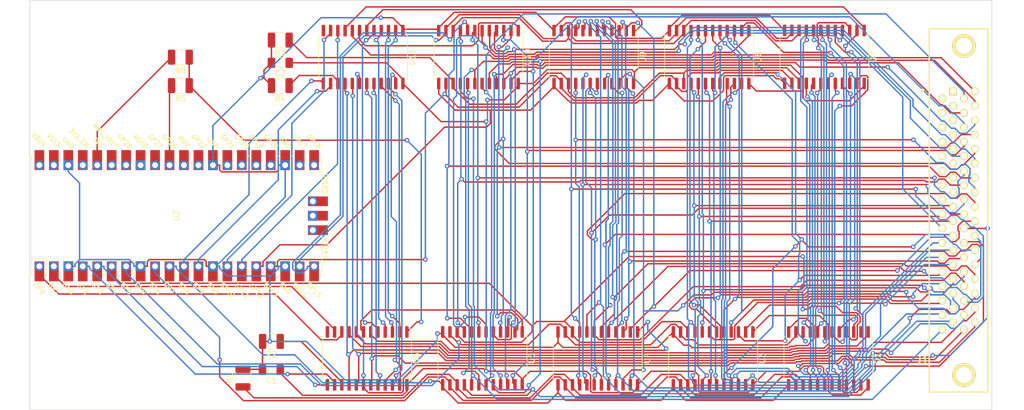
<source format=kicad_pcb>
(kicad_pcb (version 20221018) (generator pcbnew)
  (layers (0 "F.Cu" signal) (31 "B.Cu" signal) (34 "B.Paste" user) (35 "F.Paste" user) (36 "B.SilkS" user "B.Silkscreen") (37 "F.SilkS" user "F.Silkscreen") (38 "B.Mask" user) (39 "F.Mask" user) (44 "Edge.Cuts" user))
  (net 0 "")
  (net 1 "VCC")
  (net 2 "COMB")
  (net 3 "CH01")
  (net 4 "CH02")
  (net 5 "CH03")
  (net 6 "CH04")
  (net 7 "CH05")
  (net 8 "CH06")
  (net 9 "CH07")
  (net 10 "CH08")
  (net 11 "CH09")
  (net 12 "CH10")
  (net 13 "CH11")
  (net 14 "CH12")
  (net 15 "CH13")
  (net 16 "CH14")
  (net 17 "CH15")
  (net 18 "CH16")
  (net 19 "CH17")
  (net 20 "CH18")
  (net 21 "CH19")
  (net 22 "CH20")
  (net 23 "CH21")
  (net 24 "CH22")
  (net 25 "CH23")
  (net 26 "CH24")
  (net 27 "CH25")
  (net 28 "CH26")
  (net 29 "CH27")
  (net 30 "CH28")
  (net 31 "CH29")
  (net 32 "CH30")
  (net 33 "CH31")
  (net 34 "CH32")
  (net 35 "CH33")
  (net 36 "CH34")
  (net 37 "CH35")
  (net 38 "CH36")
  (net 39 "CH37")
  (net 40 "CH38")
  (net 41 "CH39")
  (net 42 "CH40")
  (net 43 "CH41")
  (net 44 "CH42")
  (net 45 "CH43")
  (net 46 "CH44")
  (net 47 "CH45")
  (net 48 "CH46")
  (net 49 "CH47")
  (net 50 "CH48")
  (net 51 "CH49")
  (net 52 "CH50")
  (net 53 "CH51")
  (net 54 "CH52")
  (net 55 "CH53")
  (net 56 "CH54")
  (net 57 "CH55")
  (net 58 "CH56")
  (net 59 "CH57")
  (net 60 "CH58")
  (net 61 "CH59")
  (net 62 "CH60")
  (net 63 "CH61")
  (net 64 "CH62")
  (net 65 "CH63")
  (net 66 "CH64")
  (net 67 "CH65")
  (net 68 "CH66")
  (net 69 "CH67")
  (net 70 "CH68")
  (net 71 "/mux_block_A/en2")
  (net 72 "/mux_block_A/en1")
  (net 73 "/mux_block_B/en2")
  (net 74 "/mux_block_B/en1")
  (net 75 "/mux_block_A/mux1")
  (net 76 "CH_09")
  (net 77 "CH_10")
  (net 78 "CH_11")
  (net 79 "CH_12")
  (net 80 "CH_13")
  (net 81 "CH_14")
  (net 82 "CH_15")
  (net 83 "CH_16")
  (net 84 "COMA")
  (net 85 "Net-(U2-GPIO26_ADC0)")
  (net 86 "VDD")
  (net 87 "SA20")
  (net 88 "CH_01")
  (net 89 "CH_02")
  (net 90 "CH_03")
  (net 91 "CH_04")
  (net 92 "CH_05")
  (net 93 "CH_06")
  (net 94 "CH_07")
  (net 95 "CH_08")
  (net 96 "SA21")
  (net 97 "SA23")
  (net 98 "SA22")
  (net 99 "SB20")
  (net 100 "SB21")
  (net 101 "SB22")
  (net 102 "SB23")
  (net 103 "SB10")
  (net 104 "SB11")
  (net 105 "SB12")
  (net 106 "SB13")
  (net 107 "SA13")
  (net 108 "SA12")
  (net 109 "SA11")
  (net 110 "SA10")
  (net 129 "/mux_block_A/mux2")
  (net 130 "/mux_block_A/mux4")
  (net 131 "/mux_block_A/mux3")
  (net 132 "CH73")
  (net 133 "CH74")
  (net 134 "CH75")
  (net 135 "CH76")
  (net 137 "CH69")
  (net 138 "CH70")
  (net 139 "CH71")
  (net 140 "CH72")
  (net 141 "/mux_block_B/mux1")
  (net 142 "/mux_block_B/mux2")
  (net 143 "/mux_block_B/mux4")
  (net 144 "/mux_block_B/mux3")
  (footprint "Package_SO:SOIC-24W_7.5x15.4mm_P1.27mm" (layer "F.Cu") (at 186.585 58.955 -90)
    (fp_text reference "U7")
    (fp_text value "CD74HC4067M")
  )
  (footprint "Package_SO:SOIC-24W_7.5x15.4mm_P1.27mm" (layer "F.Cu") (at 167.0275 111.985 -90)
    (fp_text reference "U3")
    (fp_text value "CD74HC4067M")
  )
  (footprint "Resistor_SMD:R_1210_3225Metric_Pad1.30x2.65mm_HandSolder" (layer "F.Cu") (at 73.45 64 180)
    (fp_text reference "R5")
    (fp_text value "R")
  )
  (footprint "Package_SO:SOIC-24W_7.5x15.4mm_P1.27mm" (layer "F.Cu") (at 146.77 111.985 -90)
    (fp_text reference "U4")
    (fp_text value "CD74HC4067M")
  )
  (footprint "MCU_RaspberryPi_and_Boards:RPi_Pico_SMD_TH" (layer "F.Cu") (at 72.81 86.89 90)
    (fp_text reference "U2")
    (fp_text value "Pico")
  )
  (footprint "Package_SO:SOIC-24W_7.5x15.4mm_P1.27mm" (layer "F.Cu") (at 106.255 111.985 -90)
    (fp_text reference "U6")
    (fp_text value "CD74HC4067M")
  )
  (footprint "Resistor_SMD:R_1210_3225Metric_Pad1.30x2.65mm_HandSolder" (layer "F.Cu") (at 84.4375 115.45 90)
    (fp_text reference "R1")
    (fp_text value "10k")
  )
  (footprint "Package_SO:SOIC-24W_7.5x15.4mm_P1.27mm" (layer "F.Cu") (at 187.285 111.985 -90)
    (fp_text reference "U1")
    (fp_text value "CD74HC4067M")
  )
  (footprint "Capacitor_SMD:C_1206_3216Metric_Pad1.33x1.80mm_HandSolder" (layer "F.Cu") (at 91 60 180)
    (fp_text reference "C2")
    (fp_text value "1uF")
  )
  (footprint "Resistor_SMD:R_1210_3225Metric_Pad1.30x2.65mm_HandSolder" (layer "F.Cu") (at 91 64 180)
    (fp_text reference "R4")
    (fp_text value "10k")
  )
  (footprint "Resistor_SMD:R_1210_3225Metric_Pad1.30x2.65mm_HandSolder" (layer "F.Cu") (at 73.45 59 180)
    (fp_text reference "R6")
    (fp_text value "1k")
  )
  (footprint "Package_SO:SOIC-24W_7.5x15.4mm_P1.27mm" (layer "F.Cu") (at 126.5125 111.985 -90)
    (fp_text reference "U5")
    (fp_text value "CD74HC4067M")
  )
  (footprint "Resistor_SMD:R_1210_3225Metric_Pad1.30x2.65mm_HandSolder" (layer "F.Cu") (at 91 56 180)
    (fp_text reference "R3")
    (fp_text value "10k")
  )
  (footprint "Capacitor_SMD:C_1206_3216Metric_Pad1.33x1.80mm_HandSolder" (layer "F.Cu") (at 89.4375 114 180)
    (fp_text reference "C1")
    (fp_text value "1uF")
  )
  (footprint "Package_SO:SOIC-24W_7.5x15.4mm_P1.27mm" (layer "F.Cu") (at 166.3275 58.985 -90)
    (fp_text reference "U8")
    (fp_text value "CD74HC4067M")
  )
  (footprint "Package_SO:SOIC-24W_7.5x15.4mm_P1.27mm" (layer "F.Cu") (at 125.8125 58.985 -90)
    (fp_text reference "U10")
    (fp_text value "CD74HC4067M")
  )
  (footprint "Package_SO:SOIC-24W_7.5x15.4mm_P1.27mm" (layer "F.Cu") (at 146.07 58.985 -90)
    (fp_text reference "U9")
    (fp_text value "CD74HC4067M")
  )
  (footprint "Resistor_SMD:R_1210_3225Metric_Pad1.30x2.65mm_HandSolder" (layer "F.Cu") (at 89.4375 109 180)
    (fp_text reference "R2")
    (fp_text value "10k")
  )
  (footprint "Package_SO:SOIC-24W_7.5x15.4mm_P1.27mm" (layer "F.Cu") (at 105.555 58.985 -90)
    (fp_text reference "U11")
    (fp_text value "CD74HC4067M")
  )
  (footprint "skLib:2-5787394-7_SSC_68pin_RighAngleFemale" (layer "F.Cu") (at 210.1475 88.495 90)
    (fp_text reference "J1")
    (fp_text value "Conn_02x34_Counter_Clockwise" hide)
  )
  (gr_rect (start 47 49) (end 216 121) (stroke (width 0.1)) (fill none) (layer "Edge.Cuts"))
  (segment (start 132.7975 64.0709) (end 130.3529 66.5155) (width 0.25) (layer "F.Cu") (net 1))
  (segment (start 186.0106 113.3323) (end 182.9819 113.3323) (width 0.25) (layer "F.Cu") (net 1))
  (segment (start 91 114) (end 91 114.5598) (width 0.25) (layer "F.Cu") (net 1))
  (segment (start 132.7975 63.635) (end 132.7975 64.0709) (width 0.25) (layer "F.Cu") (net 1))
  (segment (start 193.57 64.0632) (end 193.57 63.605) (width 0.25) (layer "F.Cu") (net 1))
  (segment (start 164.4876 117.7039) (end 164.7925 118.0088) (width 0.25) (layer "F.Cu") (net 1))
  (segment (start 182.775 64.9614) (end 182.775 62.5416) (width 0.25) (layer "F.Cu") (net 1))
  (segment (start 133.4975 115.6212) (end 134.8555 114.2632) (width 0.25) (layer "F.Cu") (net 1))
  (segment (start 187.285 115.2715) (end 186.4353 114.4218) (width 0.25) (layer "F.Cu") (net 1))
  (segment (start 173.3125 63.635) (end 174.6389 64.9614) (width 0.25) (layer "F.Cu") (net 1))
  (segment (start 182.775 64.9614) (end 182.775 66.1275) (width 0.25) (layer "F.Cu") (net 1))
  (segment (start 137.8925 61.1907) (end 135.4482 63.635) (width 0.25) (layer "F.Cu") (net 1))
  (segment (start 194.27 116.635) (end 194.27 117.1164) (width 0.25) (layer "F.Cu") (net 1))
  (segment (start 190.9777 66.6555) (end 193.57 64.0632) (width 0.25) (layer "F.Cu") (net 1))
  (segment (start 94.9161 118.4759) (end 112.5139 118.4759) (width 0.25) (layer "F.Cu") (net 1))
  (segment (start 145.5 114.9401) (end 145.5 117.7165) (width 0.25) (layer "F.Cu") (net 1))
  (segment (start 145.5 117.7165) (end 145.7872 118.0037) (width 0.25) (layer "F.Cu") (net 1))
  (segment (start 109.6356 60) (end 112.54 62.9044) (width 0.25) (layer "F.Cu") (net 1))
  (segment (start 186.4353 114.4218) (end 186.4353 113.757) (width 0.25) (layer "F.Cu") (net 1))
  (segment (start 153.1965 61.6372) (end 153.1965 63.4935) (width 0.25) (layer "F.Cu") (net 1))
  (segment (start 194.27 117.1164) (end 192.9409 118.4455) (width 0.25) (layer "F.Cu") (net 1))
  (segment (start 180.6421 60.4087) (end 168.0828 60.4087) (width 0.25) (layer "F.Cu") (net 1))
  (segment (start 126.724 113.7882) (end 116.0868 113.7882) (width 0.25) (layer "F.Cu") (net 1))
  (segment (start 112.5139 118.4759) (end 113.24 117.7498) (width 0.25) (layer "F.Cu") (net 1))
  (segment (start 91 114.5598) (end 94.9161 118.4759) (width 0.25) (layer "F.Cu") (net 1))
  (segment (start 153.1965 61.6372) (end 152.75 61.1907) (width 0.25) (layer "F.Cu") (net 1))
  (segment (start 164.7925 118.0088) (end 173.1157 118.0088) (width 0.25) (layer "F.Cu") (net 1))
  (segment (start 133.4975 115.6212) (end 132.1146 114.2383) (width 0.25) (layer "F.Cu") (net 1))
  (segment (start 112.54 62.9044) (end 112.54 63.635) (width 0.25) (layer "F.Cu") (net 1))
  (segment (start 153.755 117.1345) (end 153.755 116.635) (width 0.25) (layer "F.Cu") (net 1))
  (segment (start 182.9819 113.3323) (end 182.0381 114.2761) (width 0.25) (layer "F.Cu") (net 1))
  (segment (start 174.0125 117.112) (end 174.0125 116.635) (width 0.25) (layer "F.Cu") (net 1))
  (segment (start 176.3714 114.2761) (end 174.0125 116.635) (width 0.25) (layer "F.Cu") (net 1))
  (segment (start 173.1157 118.0088) (end 174.0125 117.112) (width 0.25) (layer "F.Cu") (net 1))
  (segment (start 163.7901 114.2549) (end 164.4876 114.9524) (width 0.25) (layer "F.Cu") (net 1))
  (segment (start 92.5625 60) (end 109.6356 60) (width 0.25) (layer "F.Cu") (net 1))
  (segment (start 135.4482 63.635) (end 132.7975 63.635) (width 0.25) (layer "F.Cu") (net 1))
  (segment (start 127.1741 114.2383) (end 126.724 113.7882) (width 0.25) (layer "F.Cu") (net 1))
  (segment (start 164.4876 114.9524) (end 164.4876 117.7039) (width 0.25) (layer "F.Cu") (net 1))
  (segment (start 186.4353 113.757) (end 186.0106 113.3323) (width 0.25) (layer "F.Cu") (net 1))
  (segment (start 113.24 117.7498) (end 113.24 116.635) (width 0.25) (layer "F.Cu") (net 1))
  (segment (start 192.9409 118.4455) (end 188.0122 118.4455) (width 0.25) (layer "F.Cu") (net 1))
  (segment (start 153.975 60.8587) (end 153.1965 61.6372) (width 0.25) (layer "F.Cu") (net 1))
  (segment (start 168.0828 60.4087) (end 167.6328 60.8587) (width 0.25) (layer "F.Cu") (net 1))
  (segment (start 116.0868 113.7882) (end 113.24 116.635) (width 0.25) (layer "F.Cu") (net 1))
  (segment (start 174.6389 64.9614) (end 182.775 64.9614) (width 0.25) (layer "F.Cu") (net 1))
  (segment (start 133.4975 116.635) (end 133.4975 115.6212) (width 0.25) (layer "F.Cu") (net 1))
  (segment (start 156.1351 114.2549) (end 163.7901 114.2549) (width 0.25) (layer "F.Cu") (net 1))
  (segment (start 144.8231 114.2632) (end 145.5 114.9401) (width 0.25) (layer "F.Cu") (net 1))
  (segment (start 188.0122 118.4455) (end 187.285 117.7183) (width 0.25) (layer "F.Cu") (net 1))
  (segment (start 182.0381 114.2761) (end 176.3714 114.2761) (width 0.25) (layer "F.Cu") (net 1))
  (segment (start 183.303 66.6555) (end 190.9777 66.6555) (width 0.25) (layer "F.Cu") (net 1))
  (segment (start 112.54 63.635) (end 119.2476 70.3426) (width 0.25) (layer "F.Cu") (net 1))
  (segment (start 182.775 66.1275) (end 183.303 66.6555) (width 0.25) (layer "F.Cu") (net 1))
  (segment (start 182.775 62.5416) (end 180.6421 60.4087) (width 0.25) (layer "F.Cu") (net 1))
  (segment (start 119.2476 70.3426) (end 127.1741 70.3426) (width 0.25) (layer "F.Cu") (net 1))
  (segment (start 187.285 117.7183) (end 187.285 115.2715) (width 0.25) (layer "F.Cu") (net 1))
  (segment (start 153.1965 63.4935) (end 153.055 63.635) (width 0.25) (layer "F.Cu") (net 1))
  (segment (start 152.8858 118.0037) (end 153.755 117.1345) (width 0.25) (layer "F.Cu") (net 1))
  (segment (start 153.755 116.635) (end 156.1351 114.2549) (width 0.25) (layer "F.Cu") (net 1))
  (segment (start 130.3529 66.5155) (end 127.3944 66.5155) (width 0.25) (layer "F.Cu") (net 1))
  (segment (start 145.7872 118.0037) (end 152.8858 118.0037) (width 0.25) (layer "F.Cu") (net 1))
  (segment (start 152.75 61.1907) (end 137.8925 61.1907) (width 0.25) (layer "F.Cu") (net 1))
  (segment (start 132.1146 114.2383) (end 127.1741 114.2383) (width 0.25) (layer "F.Cu") (net 1))
  (segment (start 167.6328 60.8587) (end 153.975 60.8587) (width 0.25) (layer "F.Cu") (net 1))
  (segment (start 134.8555 114.2632) (end 144.8231 114.2632) (width 0.25) (layer "F.Cu") (net 1))
  (via (at 127.3944 66.5155) (size 0.8) (drill 0.4) (layers "F.Cu" "B.Cu") (net 1))
  (via (at 127.1741 70.3426) (size 0.8) (drill 0.4) (layers "F.Cu" "B.Cu") (net 1))
  (via (at 127.1741 114.2383) (size 0.8) (drill 0.4) (layers "F.Cu" "B.Cu") (net 1))
  (segment (start 127.1741 114.2383) (end 127.1741 70.3426) (width 0.25) (layer "B.Cu") (net 1))
  (segment (start 127.3944 66.5155) (end 127.3944 70.1223) (width 0.25) (layer "B.Cu") (net 1))
  (segment (start 127.3944 70.1223) (end 127.1741 70.3426) (width 0.25) (layer "B.Cu") (net 1))
  (segment (start 183.6015 109.7315) (end 181.4898 109.7315) (width 0.25) (layer "F.Cu") (net 2))
  (segment (start 88.1361 61.3014) (end 89.4375 60) (width 0.25) (layer "F.Cu") (net 2))
  (segment (start 184.0929 109.115) (end 184.0929 109.2401) (width 0.25) (layer "F.Cu") (net 2))
  (segment (start 112.54 54.0876) (end 112.54 54.335) (width 0.25) (layer "F.Cu") (net 2))
  (segment (start 119.5275 107.8747) (end 121.6908 110.038) (width 0.25) (layer "F.Cu") (net 2))
  (segment (start 181.4898 109.7315) (end 181.3556 109.8657) (width 0.25) (layer "F.Cu") (net 2))
  (segment (start 108.6529 52.0615) (end 110.7613 52.0615) (width 0.25) (layer "F.Cu") (net 2))
  (segment (start 139.085 54.335) (end 138.8637 54.1137) (width 0.25) (layer "F.Cu") (net 2))
  (segment (start 118.8275 53.8164) (end 118.8275 54.0876) (width 0.25) (layer "F.Cu") (net 2))
  (segment (start 184.745 108.4629) (end 184.0929 109.115) (width 0.25) (layer "F.Cu") (net 2))
  (segment (start 80.7023 79.1751) (end 80.3351 78.8079) (width 0.25) (layer "F.Cu") (net 2))
  (segment (start 159.3425 53.8534) (end 159.3425 54.335) (width 0.25) (layer "F.Cu") (net 2))
  (segment (start 180.3558 110.0876) (end 163.3203 110.0876) (width 0.25) (layer "F.Cu") (net 2))
  (segment (start 87.875 109.0125) (end 87.8875 109) (width 0.25) (layer "F.Cu") (net 2))
  (segment (start 161.8944 109.6562) (end 159.8079 107.5696) (width 0.25) (layer "F.Cu") (net 2))
  (segment (start 183.3978 104.92) (end 184.745 106.2672) (width 0.25) (layer "F.Cu") (net 2))
  (segment (start 140.6467 110.063) (end 157.3145 110.063) (width 0.25) (layer "F.Cu") (net 2))
  (segment (start 121.6908 110.038) (end 138.9483 110.038) (width 0.25) (layer "F.Cu") (net 2))
  (segment (start 135.8486 51.0986) (end 121.5453 51.0986) (width 0.25) (layer "F.Cu") (net 2))
  (segment (start 184.0929 109.2401) (end 183.6015 109.7315) (width 0.25) (layer "F.Cu") (net 2))
  (segment (start 180.3 107.335) (end 180.3 106.8313) (width 0.25) (layer "F.Cu") (net 2))
  (segment (start 119.5275 107.6048) (end 118.6008 107.6048) (width 0.25) (layer "F.Cu") (net 2))
  (segment (start 180.5777 109.8657) (end 180.3558 110.0876) (width 0.25) (layer "F.Cu") (net 2))
  (segment (start 139.785 109.2013) (end 139.785 107.335) (width 0.25) (layer "F.Cu") (net 2))
  (segment (start 80.3351 78.8079) (end 80.3351 78) (width 0.25) (layer "F.Cu") (net 2))
  (segment (start 119.5275 107.6048) (end 119.5275 107.8747) (width 0.25) (layer "F.Cu") (net 2))
  (segment (start 182.2113 104.92) (end 183.3978 104.92) (width 0.25) (layer "F.Cu") (net 2))
  (segment (start 79.16 78) (end 80.3351 78) (width 0.25) (layer "F.Cu") (net 2))
  (segment (start 110.7613 52.0615) (end 112.54 53.8402) (width 0.25) (layer "F.Cu") (net 2))
  (segment (start 179.6 54.305) (end 176.9274 51.6324) (width 0.25) (layer "F.Cu") (net 2))
  (segment (start 87.875 113.9) (end 87.875 109.0125) (width 0.25) (layer "F.Cu") (net 2))
  (segment (start 176.9274 51.6324) (end 161.5635 51.6324) (width 0.25) (layer "F.Cu") (net 2))
  (segment (start 157.983 55.6945) (end 150.1142 55.6945) (width 0.25) (layer "F.Cu") (net 2))
  (segment (start 67.6351 95.78) (end 67.6351 94.9721) (width 0.25) (layer "F.Cu") (net 2))
  (segment (start 87.8875 109) (end 89.1662 109) (width 0.25) (layer "F.Cu") (net 2))
  (segment (start 149.8801 55.4604) (end 149.8801 53.0456) (width 0.25) (layer "F.Cu") (net 2))
  (segment (start 79.16 95.78) (end 77.9849 95.78) (width 0.25) (layer "F.Cu") (net 2))
  (segment (start 184.745 106.2672) (end 184.745 108.4629) (width 0.25) (layer "F.Cu") (net 2))
  (segment (start 89.45 59.9875) (end 89.45 56) (width 0.25) (layer "F.Cu") (net 2))
  (segment (start 148.7594 51.9249) (end 141.0525 51.9249) (width 0.25) (layer "F.Cu") (net 2))
  (segment (start 163.3203 110.0876) (end 162.8889 109.6562) (width 0.25) (layer "F.Cu") (net 2))
  (segment (start 119.5275 107.335) (end 119.5275 107.6048) (width 0.25) (layer "F.Cu") (net 2))
  (segment (start 112.54 54.0876) (end 118.8275 54.0876) (width 0.25) (layer "F.Cu") (net 2))
  (segment (start 180.3 106.8313) (end 182.2113 104.92) (width 0.25) (layer "F.Cu") (net 2))
  (segment (start 87.875 114) (end 87.875 113.9) (width 0.25) (layer "F.Cu") (net 2))
  (segment (start 66.46 95.78) (end 67.6351 95.78) (width 0.25) (layer "F.Cu") (net 2))
  (segment (start 90.3177 79.1751) (end 80.7023 79.1751) (width 0.25) (layer "F.Cu") (net 2))
  (segment (start 118.8275 54.0876) (end 118.8275 54.335) (width 0.25) (layer "F.Cu") (net 2))
  (segment (start 159.3425 54.335) (end 157.983 55.6945) (width 0.25) (layer "F.Cu") (net 2))
  (segment (start 150.1142 55.6945) (end 149.8801 55.4604) (width 0.25) (layer "F.Cu") (net 2))
  (segment (start 159.8079 107.5696) (end 160.0425 107.335) (width 0.25) (layer "F.Cu") (net 2))
  (segment (start 90.6849 78.8079) (end 90.3177 79.1751) (width 0.25) (layer "F.Cu") (net 2))
  (segment (start 89.4375 60) (end 89.45 59.9875) (width 0.25) (layer "F.Cu") (net 2))
  (segment (start 77.9849 94.9721) (end 77.9849 95.78) (width 0.25) (layer "F.Cu") (net 2))
  (segment (start 161.5635 51.6324) (end 159.3425 53.8534) (width 0.25) (layer "F.Cu") (net 2))
  (segment (start 138.9483 110.038) (end 139.785 109.2013) (width 0.25) (layer "F.Cu") (net 2))
  (segment (start 68.0023 94.6049) (end 77.6177 94.6049) (width 0.25) (layer "F.Cu") (net 2))
  (segment (start 139.785 109.2013) (end 140.6467 110.063) (width 0.25) (layer "F.Cu") (net 2))
  (segment (start 90.6849 78) (end 90.6849 78.8079) (width 0.25) (layer "F.Cu") (net 2))
  (segment (start 91.86 78) (end 90.6849 78) (width 0.25) (layer "F.Cu") (net 2))
  (segment (start 149.8801 53.0456) (end 148.7594 51.9249) (width 0.25) (layer "F.Cu") (net 2))
  (segment (start 181.3556 109.8657) (end 180.5777 109.8657) (width 0.25) (layer "F.Cu") (net 2))
  (segment (start 162.8889 109.6562) (end 161.8944 109.6562) (width 0.25) (layer "F.Cu") (net 2))
  (segment (start 112.54 53.8402) (end 112.54 54.0876) (width 0.25) (layer "F.Cu") (net 2))
  (segment (start 157.3145 110.063) (end 159.8079 107.5696) (width 0.25) (layer "F.Cu") (net 2))
  (segment (start 121.5453 51.0986) (end 118.8275 53.8164) (width 0.25) (layer "F.Cu") (net 2))
  (segment (start 88.1361 62.6861) (end 89.45 64) (width 0.25) (layer "F.Cu") (net 2))
  (segment (start 67.6351 94.9721) (end 68.0023 94.6049) (width 0.25) (layer "F.Cu") (net 2))
  (segment (start 87.524 62.6861) (end 88.1361 62.6861) (width 0.25) (layer "F.Cu") (net 2))
  (segment (start 88.1361 62.6861) (end 88.1361 61.3014) (width 0.25) (layer "F.Cu") (net 2))
  (segment (start 77.6177 94.6049) (end 77.9849 94.9721) (width 0.25) (layer "F.Cu") (net 2))
  (segment (start 138.8637 54.1137) (end 135.8486 51.0986) (width 0.25) (layer "F.Cu") (net 2))
  (segment (start 141.0525 51.9249) (end 138.8637 54.1137) (width 0.25) (layer "F.Cu") (net 2))
  (segment (start 87.875 113.9) (end 84.4375 113.9) (width 0.25) (layer "F.Cu") (net 2))
  (via (at 108.6529 52.0615) (size 0.8) (drill 0.4) (layers "F.Cu" "B.Cu") (net 2))
  (via (at 118.6008 107.6048) (size 0.8) (drill 0.4) (layers "F.Cu" "B.Cu") (net 2))
  (via (at 89.1662 109) (size 0.8) (drill 0.4) (layers "F.Cu" "B.Cu") (net 2))
  (via (at 87.524 62.6861) (size 0.8) (drill 0.4) (layers "F.Cu" "B.Cu") (net 2))
  (segment (start 91.86 78) (end 91.86 83.6034) (width 0.25) (layer "B.Cu") (net 2))
  (segment (start 118.6008 108.8281) (end 111.6515 115.7774) (width 0.25) (layer "B.Cu") (net 2))
  (segment (start 89.1662 97.4574) (end 81.6453 97.4574) (width 0.25) (layer "B.Cu") (net 2))
  (segment (start 53.76 95.78) (end 54.9351 95.78) (width 0.25) (layer "B.Cu") (net 2))
  (segment (start 89.1662 97.4574) (end 89.1662 109) (width 0.25) (layer "B.Cu") (net 2))
  (segment (start 54.9351 95.4127) (end 54.9351 95.78) (width 0.25) (layer "B.Cu") (net 2))
  (segment (start 53.76 78) (end 53.76 79.1751) (width 0.25) (layer "B.Cu") (net 2))
  (segment (start 65.2849 95.78) (end 65.2849 95.4128) (width 0.25) (layer "B.Cu") (net 2))
  (segment (start 65.2849 95.4128) (end 64.477 94.6049) (width 0.25) (layer "B.Cu") (net 2))
  (segment (start 91.86 95.78) (end 90.6849 95.78) (width 0.25) (layer "B.Cu") (net 2))
  (segment (start 79.16 95.78) (end 79.6834 95.78) (width 0.25) (layer "B.Cu") (net 2))
  (segment (start 81.6453 97.4574) (end 80.3351 96.1472) (width 0.25) (layer "B.Cu") (net 2))
  (segment (start 118.6008 107.6048) (end 118.6008 108.8281) (width 0.25) (layer "B.Cu") (net 2))
  (segment (start 55.7429 81.158) (end 53.76 79.1751) (width 0.25) (layer "B.Cu") (net 2))
  (segment (start 64.477 94.6049) (end 55.7429 94.6049) (width 0.25) (layer "B.Cu") (net 2))
  (segment (start 79.16 71.0501) (end 87.524 62.6861) (width 0.25) (layer "B.Cu") (net 2))
  (segment (start 102.3725 115.7774) (end 95.5951 109) (width 0.25) (layer "B.Cu") (net 2))
  (segment (start 98.1486 52.0615) (end 87.524 62.6861) (width 0.25) (layer "B.Cu") (net 2))
  (segment (start 79.6834 95.78) (end 80.3351 95.78) (width 0.25) (layer "B.Cu") (net 2))
  (segment (start 91.86 83.6034) (end 79.6834 95.78) (width 0.25) (layer "B.Cu") (net 2))
  (segment (start 80.3351 96.1472) (end 80.3351 95.78) (width 0.25) (layer "B.Cu") (net 2))
  (segment (start 55.7429 94.6049) (end 55.7429 81.158) (width 0.25) (layer "B.Cu") (net 2))
  (segment (start 89.3747 97.4574) (end 89.1662 97.4574) (width 0.25) (layer "B.Cu") (net 2))
  (segment (start 108.6529 52.0615) (end 98.1486 52.0615) (width 0.25) (layer "B.Cu") (net 2))
  (segment (start 79.16 78) (end 79.16 71.0501) (width 0.25) (layer "B.Cu") (net 2))
  (segment (start 55.7429 94.6049) (end 54.9351 95.4127) (width 0.25) (layer "B.Cu") (net 2))
  (segment (start 90.6849 96.1472) (end 89.3747 97.4574) (width 0.25) (layer "B.Cu") (net 2))
  (segment (start 90.6849 95.78) (end 90.6849 96.1472) (width 0.25) (layer "B.Cu") (net 2))
  (segment (start 66.46 95.78) (end 65.2849 95.78) (width 0.25) (layer "B.Cu") (net 2))
  (segment (start 95.5951 109) (end 89.1662 109) (width 0.25) (layer "B.Cu") (net 2))
  (segment (start 111.6515 115.7774) (end 102.3725 115.7774) (width 0.25) (layer "B.Cu") (net 2))
  (segment (start 208.9812 85.1112) (end 209.19 85.32) (width 0.25) (layer "F.Cu") (net 19))
  (segment (start 163.4669 116.2494) (end 163.4669 114.9908) (width 0.25) (layer "F.Cu") (net 19))
  (segment (start 163.1525 64.6673) (end 163.697 65.2118) (width 0.25) (layer "F.Cu") (net 19))
  (segment (start 163.721 85.1112) (end 208.9812 85.1112) (width 0.25) (layer "F.Cu") (net 19))
  (segment (start 163.1525 63.635) (end 163.1525 64.6673) (width 0.25) (layer "F.Cu") (net 19))
  (segment (start 163.8525 116.635) (end 163.4669 116.2494) (width 0.25) (layer "F.Cu") (net 19))
  (via (at 163.4669 114.9908) (size 0.8) (drill 0.4) (layers "F.Cu" "B.Cu") (net 19))
  (via (at 163.697 65.2118) (size 0.8) (drill 0.4) (layers "F.Cu" "B.Cu") (net 19))
  (via (at 163.721 85.1112) (size 0.8) (drill 0.4) (layers "F.Cu" "B.Cu") (net 19))
  (segment (start 163.4669 114.9908) (end 163.8784 114.5793) (width 0.25) (layer "B.Cu") (net 19))
  (segment (start 163.6594 85.0496) (end 163.721 85.1112) (width 0.25) (layer "B.Cu") (net 19))
  (segment (start 163.721 101.4128) (end 163.721 85.1112) (width 0.25) (layer "B.Cu") (net 19))
  (segment (start 164.3777 102.9025) (end 164.3777 102.0695) (width 0.25) (layer "B.Cu") (net 19))
  (segment (start 163.697 65.2118) (end 163.6594 65.2494) (width 0.25) (layer "B.Cu") (net 19))
  (segment (start 164.3777 102.0695) (end 163.721 101.4128) (width 0.25) (layer "B.Cu") (net 19))
  (segment (start 163.8784 114.5793) (end 163.8784 103.4018) (width 0.25) (layer "B.Cu") (net 19))
  (segment (start 163.6594 65.2494) (end 163.6594 85.0496) (width 0.25) (layer "B.Cu") (net 19))
  (segment (start 163.8784 103.4018) (end 164.3777 102.9025) (width 0.25) (layer "B.Cu") (net 19))
  (segment (start 164.4225 65.903) (end 164.3845 65.941) (width 0.25) (layer "F.Cu") (net 20))
  (segment (start 207.295 86.59) (end 206.8727 87.0123) (width 0.25) (layer "F.Cu") (net 20))
  (segment (start 165.1225 116.635) (end 165.1225 115.8194) (width 0.25) (layer "F.Cu") (net 20))
  (segment (start 206.8727 87.0123) (end 164.6003 87.0123) (width 0.25) (layer "F.Cu") (net 20))
  (segment (start 165.1225 115.8194) (end 165.938 115.0039) (width 0.25) (layer "F.Cu") (net 20))
  (segment (start 164.4225 63.635) (end 164.4225 65.903) (width 0.25) (layer "F.Cu") (net 20))
  (via (at 164.3845 65.941) (size 0.8) (drill 0.4) (layers "F.Cu" "B.Cu") (net 20))
  (via (at 164.6003 87.0123) (size 0.8) (drill 0.4) (layers "F.Cu" "B.Cu") (net 20))
  (via (at 165.938 115.0039) (size 0.8) (drill 0.4) (layers "F.Cu" "B.Cu") (net 20))
  (segment (start 164.8278 101.883) (end 164.6003 101.6555) (width 0.25) (layer "B.Cu") (net 20))
  (segment (start 164.8278 104.1881) (end 164.8278 101.883) (width 0.25) (layer "B.Cu") (net 20))
  (segment (start 164.3557 104.6602) (end 164.8278 104.1881) (width 0.25) (layer "B.Cu") (net 20))
  (segment (start 164.6003 66.1568) (end 164.3845 65.941) (width 0.25) (layer "B.Cu") (net 20))
  (segment (start 164.6003 87.0123) (end 164.6003 66.1568) (width 0.25) (layer "B.Cu") (net 20))
  (segment (start 164.6003 101.6555) (end 164.6003 87.0123) (width 0.25) (layer "B.Cu") (net 20))
  (segment (start 165.938 115.0039) (end 164.3557 113.4216) (width 0.25) (layer "B.Cu") (net 20))
  (segment (start 164.3557 113.4216) (end 164.3557 104.6602) (width 0.25) (layer "B.Cu") (net 20))
  (segment (start 209.19 87.86) (end 166.4044 87.86) (width 0.25) (layer "F.Cu") (net 21))
  (segment (start 165.6925 65.0985) (end 165.8753 65.2813) (width 0.25) (layer "F.Cu") (net 21))
  (segment (start 165.6925 63.635) (end 165.6925 65.0985) (width 0.25) (layer "F.Cu") (net 21))
  (segment (start 166.6682 116.3593) (end 166.6682 114.2817) (width 0.25) (layer "F.Cu") (net 21))
  (segment (start 166.3925 116.635) (end 166.6682 116.3593) (width 0.25) (layer "F.Cu") (net 21))
  (via (at 166.4044 87.86) (size 0.8) (drill 0.4) (layers "F.Cu" "B.Cu") (net 21))
  (via (at 165.8753 65.2813) (size 0.8) (drill 0.4) (layers "F.Cu" "B.Cu") (net 21))
  (via (at 166.6682 114.2817) (size 0.8) (drill 0.4) (layers "F.Cu" "B.Cu") (net 21))
  (segment (start 166.6682 88.1238) (end 166.4044 87.86) (width 0.25) (layer "B.Cu") (net 21))
  (segment (start 166.4044 65.8104) (end 165.8753 65.2813) (width 0.25) (layer "B.Cu") (net 21))
  (segment (start 166.6682 114.2817) (end 166.6682 88.1238) (width 0.25) (layer "B.Cu") (net 21))
  (segment (start 166.4044 87.86) (end 166.4044 65.8104) (width 0.25) (layer "B.Cu") (net 21))
  (segment (start 167.4588 116.4313) (end 167.4588 115.0081) (width 0.25) (layer "F.Cu") (net 22))
  (segment (start 167.6625 116.635) (end 167.4588 116.4313) (width 0.25) (layer "F.Cu") (net 22))
  (segment (start 166.9625 64.8647) (end 167.3751 65.2773) (width 0.25) (layer "F.Cu") (net 22))
  (segment (start 166.9625 63.635) (end 166.9625 64.8647) (width 0.25) (layer "F.Cu") (net 22))
  (via (at 167.3751 65.2773) (size 0.8) (drill 0.4) (layers "F.Cu" "B.Cu") (net 22))
  (via (at 167.4588 115.0081) (size 0.8) (drill 0.4) (layers "F.Cu" "B.Cu") (net 22))
  (segment (start 200.3474 66.0323) (end 200.3474 82.1824) (width 0.25) (layer "B.Cu") (net 22))
  (segment (start 167.3751 57.245) (end 169.8558 54.7643) (width 0.25) (layer "B.Cu") (net 22))
  (segment (start 167.3751 65.2773) (end 167.3751 57.245) (width 0.25) (layer "B.Cu") (net 22))
  (segment (start 167.1656 65.4868) (end 167.1656 101.6244) (width 0.25) (layer "B.Cu") (net 22))
  (segment (start 189.0794 54.7643) (end 200.3474 66.0323) (width 0.25) (layer "B.Cu") (net 22))
  (segment (start 167.4588 101.9176) (end 167.4588 115.0081) (width 0.25) (layer "B.Cu") (net 22))
  (segment (start 167.1656 101.6244) (end 167.4588 101.9176) (width 0.25) (layer "B.Cu") (net 22))
  (segment (start 167.3751 65.2773) (end 167.1656 65.4868) (width 0.25) (layer "B.Cu") (net 22))
  (segment (start 200.3474 82.1824) (end 207.295 89.13) (width 0.25) (layer "B.Cu") (net 22))
  (segment (start 169.8558 54.7643) (end 189.0794 54.7643) (width 0.25) (layer "B.Cu") (net 22))
  (segment (start 170.0615 113.6474) (end 168.9325 114.7764) (width 0.25) (layer "F.Cu") (net 23))
  (segment (start 178.3978 62.0413) (end 178.1155 61.759) (width 0.25) (layer "F.Cu") (net 23))
  (segment (start 202.1701 92.3736) (end 183.8066 92.3736) (width 0.25) (layer "F.Cu") (net 23))
  (segment (start 181.4932 92.2728) (end 182.5995 91.1665) (width 0.25) (layer "F.Cu") (net 23))
  (segment (start 183.8066 92.3736) (end 182.5995 91.1665) (width 0.25) (layer "F.Cu") (net 23))
  (segment (start 178.1155 61.759) (end 169.0226 61.759) (width 0.25) (layer "F.Cu") (net 23))
  (segment (start 170.2753 113.6474) (end 170.0615 113.6474) (width 0.25) (layer "F.Cu") (net 23))
  (segment (start 168.9325 114.7764) (end 168.9325 116.635) (width 0.25) (layer "F.Cu") (net 23))
  (segment (start 169.0226 61.759) (end 168.2325 62.5491) (width 0.25) (layer "F.Cu") (net 23))
  (segment (start 182.5995 91.1665) (end 182.5995 91.0749) (width 0.25) (layer "F.Cu") (net 23))
  (segment (start 168.2325 62.5491) (end 168.2325 63.635) (width 0.25) (layer "F.Cu") (net 23))
  (via (at 202.1701 92.3736) (size 0.8) (drill 0.4) (layers "F.Cu" "B.Cu") (net 23))
  (via (at 170.2753 113.6474) (size 0.8) (drill 0.4) (layers "F.Cu" "B.Cu") (net 23))
  (via (at 181.4932 92.2728) (size 0.8) (drill 0.4) (layers "F.Cu" "B.Cu") (net 23))
  (via (at 178.3978 62.0413) (size 0.8) (drill 0.4) (layers "F.Cu" "B.Cu") (net 23))
  (via (at 182.5995 91.0749) (size 0.8) (drill 0.4) (layers "F.Cu" "B.Cu") (net 23))
  (segment (start 209.001 90.211) (end 204.3327 90.211) (width 0.25) (layer "B.Cu") (net 23))
  (segment (start 170.2753 113.6474) (end 177.5219 106.4008) (width 0.25) (layer "B.Cu") (net 23))
  (segment (start 181.5314 65.1749) (end 178.3978 62.0413) (width 0.25) (layer "B.Cu") (net 23))
  (segment (start 177.5219 96.2441) (end 181.4932 92.2728) (width 0.25) (layer "B.Cu") (net 23))
  (segment (start 181.5314 90.0068) (end 181.5314 65.1749) (width 0.25) (layer "B.Cu") (net 23))
  (segment (start 204.3327 90.211) (end 202.1701 92.3736) (width 0.25) (layer "B.Cu") (net 23))
  (segment (start 177.5219 106.4008) (end 177.5219 96.2441) (width 0.25) (layer "B.Cu") (net 23))
  (segment (start 182.5995 91.0749) (end 181.5314 90.0068) (width 0.25) (layer "B.Cu") (net 23))
  (segment (start 209.19 90.4) (end 209.001 90.211) (width 0.25) (layer "B.Cu") (net 23))
  (segment (start 170.2025 116.635) (end 170.2025 115.414) (width 0.25) (layer "F.Cu") (net 24))
  (segment (start 170.2025 115.414) (end 169.7867 114.9982) (width 0.25) (layer "F.Cu") (net 24))
  (segment (start 169.5025 63.635) (end 169.4015 63.736) (width 0.25) (layer "F.Cu") (net 24))
  (segment (start 169.4015 67.1575) (end 169.9478 67.7038) (width 0.25) (layer "F.Cu") (net 24))
  (segment (start 169.4015 63.736) (end 169.4015 67.1575) (width 0.25) (layer "F.Cu") (net 24))
  (via (at 169.9478 67.7038) (size 0.8) (drill 0.4) (layers "F.Cu" "B.Cu") (net 24))
  (via (at 169.7867 114.9982) (size 0.8) (drill 0.4) (layers "F.Cu" "B.Cu") (net 24))
  (segment (start 192.4155 110.8287) (end 192.4155 111.1471) (width 0.25) (layer "B.Cu") (net 24))
  (segment (start 191.3511 112.2115) (end 191.3511 113.3193) (width 0.25) (layer "B.Cu") (net 24))
  (segment (start 169.4558 102.0577) (end 169.9478 101.5657) (width 0.25) (layer "B.Cu") (net 24))
  (segment (start 193.3598 109.8844) (end 192.4155 110.8287) (width 0.25) (layer "B.Cu") (net 24))
  (segment (start 169.7867 114.9982) (end 169.4558 114.6673) (width 0.25) (layer "B.Cu") (net 24))
  (segment (start 189.4377 115.2327) (end 181.6504 115.2327) (width 0.25) (layer "B.Cu") (net 24))
  (segment (start 171.2031 113.745) (end 169.9499 114.9982) (width 0.25) (layer "B.Cu") (net 24))
  (segment (start 191.3511 113.3193) (end 189.4377 115.2327) (width 0.25) (layer "B.Cu") (net 24))
  (segment (start 169.4558 114.6673) (end 169.4558 102.0577) (width 0.25) (layer "B.Cu") (net 24))
  (segment (start 169.9478 101.5657) (end 169.9478 67.7038) (width 0.25) (layer "B.Cu") (net 24))
  (segment (start 205.6582 91.67) (end 193.3598 103.9684) (width 0.25) (layer "B.Cu") (net 24))
  (segment (start 169.9499 114.9982) (end 169.7867 114.9982) (width 0.25) (layer "B.Cu") (net 24))
  (segment (start 207.295 91.67) (end 205.6582 91.67) (width 0.25) (layer "B.Cu") (net 24))
  (segment (start 193.3598 103.9684) (end 193.3598 109.8844) (width 0.25) (layer "B.Cu") (net 24))
  (segment (start 180.1627 113.745) (end 171.2031 113.745) (width 0.25) (layer "B.Cu") (net 24))
  (segment (start 181.6504 115.2327) (end 180.1627 113.745) (width 0.25) (layer "B.Cu") (net 24))
  (segment (start 192.4155 111.1471) (end 191.3511 112.2115) (width 0.25) (layer "B.Cu") (net 24))
  (segment (start 170.7725 63.635) (end 170.1492 64.2583) (width 0.25) (layer "F.Cu") (net 25))
  (segment (start 171.4725 115.588) (end 170.94 115.0555) (width 0.25) (layer "F.Cu") (net 25))
  (segment (start 170.1492 64.2583) (end 170.1492 66.4742) (width 0.25) (layer "F.Cu") (net 25))
  (segment (start 171.4725 116.635) (end 171.4725 115.588) (width 0.25) (layer "F.Cu") (net 25))
  (via (at 170.1492 66.4742) (size 0.8) (drill 0.4) (layers "F.Cu" "B.Cu") (net 25))
  (via (at 170.94 115.0555) (size 0.8) (drill 0.4) (layers "F.Cu" "B.Cu") (net 25))
  (segment (start 205.0503 92.94) (end 193.8099 104.1804) (width 0.25) (layer "B.Cu") (net 25))
  (segment (start 193.8099 104.1804) (end 193.8099 110.0709) (width 0.25) (layer "B.Cu") (net 25))
  (segment (start 169.4071 115.7464) (end 169.0007 115.34) (width 0.25) (layer "B.Cu") (net 25))
  (segment (start 193.8099 110.0709) (end 192.8656 111.0152) (width 0.25) (layer "B.Cu") (net 25))
  (segment (start 191.8012 113.5058) (end 189.5857 115.7213) (width 0.25) (layer "B.Cu") (net 25))
  (segment (start 169.2227 101.6542) (end 169.2227 67.4007) (width 0.25) (layer "B.Cu") (net 25))
  (segment (start 169.0007 115.34) (end 169.0007 101.8762) (width 0.25) (layer "B.Cu") (net 25))
  (segment (start 170.2491 115.7464) (end 169.4071 115.7464) (width 0.25) (layer "B.Cu") (net 25))
  (segment (start 209.19 92.94) (end 205.0503 92.94) (width 0.25) (layer "B.Cu") (net 25))
  (segment (start 170.94 115.0555) (end 170.2491 115.7464) (width 0.25) (layer "B.Cu") (net 25))
  (segment (start 169.2227 67.4007) (end 170.1492 66.4742) (width 0.25) (layer "B.Cu") (net 25))
  (segment (start 189.5857 115.7213) (end 181.3289 115.7213) (width 0.25) (layer "B.Cu") (net 25))
  (segment (start 169.0007 101.8762) (end 169.2227 101.6542) (width 0.25) (layer "B.Cu") (net 25))
  (segment (start 191.8012 112.398) (end 191.8012 113.5058) (width 0.25) (layer "B.Cu") (net 25))
  (segment (start 171.7533 114.2422) (end 170.94 115.0555) (width 0.25) (layer "B.Cu") (net 25))
  (segment (start 181.3289 115.7213) (end 179.8498 114.2422) (width 0.25) (layer "B.Cu") (net 25))
  (segment (start 192.8656 111.3336) (end 191.8012 112.398) (width 0.25) (layer "B.Cu") (net 25))
  (segment (start 179.8498 114.2422) (end 171.7533 114.2422) (width 0.25) (layer "B.Cu") (net 25))
  (segment (start 192.8656 111.0152) (end 192.8656 111.3336) (width 0.25) (layer "B.Cu") (net 25))
  (segment (start 172.0425 63.635) (end 172.0425 64.0959) (width 0.25) (layer "F.Cu") (net 26))
  (segment (start 172.7425 116.635) (end 172.7425 116.2035) (width 0.25) (layer "F.Cu") (net 26))
  (segment (start 172.7425 116.2035) (end 173.9616 114.9844) (width 0.25) (layer "F.Cu") (net 26))
  (segment (start 172.0425 64.0959) (end 170.8767 65.2617) (width 0.25) (layer "F.Cu") (net 26))
  (via (at 173.9616 114.9844) (size 0.8) (drill 0.4) (layers "F.Cu" "B.Cu") (net 26))
  (via (at 170.8767 65.2617) (size 0.8) (drill 0.4) (layers "F.Cu" "B.Cu") (net 26))
  (segment (start 169.2119 116.24) (end 168.5425 115.5706) (width 0.25) (layer "B.Cu") (net 26))
  (segment (start 172.706 116.24) (end 169.2119 116.24) (width 0.25) (layer "B.Cu") (net 26))
  (segment (start 192.4764 112.996) (end 192.4764 113.5411) (width 0.25) (layer "B.Cu") (net 26))
  (segment (start 207.295 94.21) (end 204.49 94.21) (width 0.25) (layer "B.Cu") (net 26))
  (segment (start 192.4764 113.5411) (end 189.8313 116.1862) (width 0.25) (layer "B.Cu") (net 26))
  (segment (start 175.1634 116.1862) (end 173.9616 114.9844) (width 0.25) (layer "B.Cu") (net 26))
  (segment (start 173.9616 114.9844) (end 172.706 116.24) (width 0.25) (layer "B.Cu") (net 26))
  (segment (start 193.3158 112.1566) (end 192.4764 112.996) (width 0.25) (layer "B.Cu") (net 26))
  (segment (start 196.4448 102.2552) (end 196.4448 108.0726) (width 0.25) (layer "B.Cu") (net 26))
  (segment (start 170.3294 65.2617) (end 170.8767 65.2617) (width 0.25) (layer "B.Cu") (net 26))
  (segment (start 196.4448 108.0726) (end 193.3158 111.2016) (width 0.25) (layer "B.Cu") (net 26))
  (segment (start 193.3158 111.2016) (end 193.3158 112.1566) (width 0.25) (layer "B.Cu") (net 26))
  (segment (start 168.7726 101.4677) (end 168.7726 66.8185) (width 0.25) (layer "B.Cu") (net 26))
  (segment (start 168.5425 101.6978) (end 168.7726 101.4677) (width 0.25) (layer "B.Cu") (net 26))
  (segment (start 189.8313 116.1862) (end 175.1634 116.1862) (width 0.25) (layer "B.Cu") (net 26))
  (segment (start 204.49 94.21) (end 196.4448 102.2552) (width 0.25) (layer "B.Cu") (net 26))
  (segment (start 168.7726 66.8185) (end 170.3294 65.2617) (width 0.25) (layer "B.Cu") (net 26))
  (segment (start 168.5425 115.5706) (end 168.5425 101.6978) (width 0.25) (layer "B.Cu") (net 26))
  (segment (start 172.7425 107.335) (end 172.7425 106.8239) (width 0.25) (layer "F.Cu") (net 27))
  (segment (start 184.1325 102.2766) (end 189.1375 102.2766) (width 0.25) (layer "F.Cu") (net 27))
  (segment (start 172.0425 53.8519) (end 172.0425 54.335) (width 0.25) (layer "F.Cu") (net 27))
  (segment (start 176.9611 102.6053) (end 183.8038 102.6053) (width 0.25) (layer "F.Cu") (net 27))
  (segment (start 189.1375 102.2766) (end 197.1177 102.2766) (width 0.25) (layer "F.Cu") (net 27))
  (segment (start 174.225 52.9827) (end 172.9117 52.9827) (width 0.25) (layer "F.Cu") (net 27))
  (segment (start 179.4005 58.1582) (end 174.225 52.9827) (width 0.25) (layer "F.Cu") (net 27))
  (segment (start 187.673 58.2766) (end 187.5546 58.1582) (width 0.25) (layer "F.Cu") (net 27))
  (segment (start 187.5546 58.1582) (end 179.4005 58.1582) (width 0.25) (layer "F.Cu") (net 27))
  (segment (start 172.7425 106.8239) (end 176.9611 102.6053) (width 0.25) (layer "F.Cu") (net 27))
  (segment (start 197.1177 102.2766) (end 197.2833 102.4422) (width 0.25) (layer "F.Cu") (net 27))
  (segment (start 183.8038 102.6053) (end 184.1325 102.2766) (width 0.25) (layer "F.Cu") (net 27))
  (segment (start 172.9117 52.9827) (end 172.0425 53.8519) (width 0.25) (layer "F.Cu") (net 27))
  (via (at 189.1375 102.2766) (size 0.8) (drill 0.4) (layers "F.Cu" "B.Cu") (net 27))
  (via (at 187.673 58.2766) (size 0.8) (drill 0.4) (layers "F.Cu" "B.Cu") (net 27))
  (via (at 197.2833 102.4422) (size 0.8) (drill 0.4) (layers "F.Cu" "B.Cu") (net 27))
  (segment (start 189.1375 102.2169) (end 189.1375 102.2766) (width 0.25) (layer "B.Cu") (net 27))
  (segment (start 187.673 58.2766) (end 189.9883 60.5919) (width 0.25) (layer "B.Cu") (net 27))
  (segment (start 190.0253 101.3291) (end 189.1375 102.2169) (width 0.25) (layer "B.Cu") (net 27))
  (segment (start 209.19 95.4801) (end 209.19 95.48) (width 0.25) (layer "B.Cu") (net 27))
  (segment (start 197.2833 102.3554) (end 204.1586 95.4801) (width 0.25) (layer "B.Cu") (net 27))
  (segment (start 189.9883 60.5919) (end 189.9883 65.931) (width 0.25) (layer "B.Cu") (net 27))
  (segment (start 204.1586 95.4801) (end 209.19 95.4801) (width 0.25) (layer "B.Cu") (net 27))
  (segment (start 190.0253 65.968) (end 190.0253 101.3291) (width 0.25) (layer "B.Cu") (net 27))
  (segment (start 197.2833 102.4422) (end 197.2833 102.3554) (width 0.25) (layer "B.Cu") (net 27))
  (segment (start 189.9883 65.931) (end 190.0253 65.968) (width 0.25) (layer "B.Cu") (net 27))
  (segment (start 172.5322 108.8976) (end 179.6898 108.8976) (width 0.25) (layer "F.Cu") (net 28))
  (segment (start 183.0752 97.3804) (end 206.6646 97.3804) (width 0.25) (layer "F.Cu") (net 28))
  (segment (start 170.7725 56.3246) (end 170.9202 56.4723) (width 0.25) (layer "F.Cu") (net 28))
  (segment (start 182.2356 98.22) (end 183.0752 97.3804) (width 0.25) (layer "F.Cu") (net 28))
  (segment (start 206.6646 97.3804) (end 207.295 96.75) (width 0.25) (layer "F.Cu") (net 28))
  (segment (start 170.7725 54.335) (end 170.7725 56.3246) (width 0.25) (layer "F.Cu") (net 28))
  (segment (start 171.4725 107.8379) (end 172.5322 108.8976) (width 0.25) (layer "F.Cu") (net 28))
  (segment (start 171.4725 107.335) (end 171.4725 107.8379) (width 0.25) (layer "F.Cu") (net 28))
  (via (at 182.2356 98.22) (size 0.8) (drill 0.4) (layers "F.Cu" "B.Cu") (net 28))
  (via (at 170.9202 56.4723) (size 0.8) (drill 0.4) (layers "F.Cu" "B.Cu") (net 28))
  (via (at 179.6898 108.8976) (size 0.8) (drill 0.4) (layers "F.Cu" "B.Cu") (net 28))
  (segment (start 180.922 90.4228) (end 182.2356 91.7364) (width 0.25) (layer "B.Cu") (net 28))
  (segment (start 182.2356 93.5805) (end 182.055 93.7611) (width 0.25) (layer "B.Cu") (net 28))
  (segment (start 170.9202 56.4723) (end 180.922 66.4741) (width 0.25) (layer "B.Cu") (net 28))
  (segment (start 182.055 98.0394) (end 182.2356 98.22) (width 0.25) (layer "B.Cu") (net 28))
  (segment (start 179.6898 100.7658) (end 179.6898 108.8976) (width 0.25) (layer "B.Cu") (net 28))
  (segment (start 180.922 66.4741) (end 180.922 90.4228) (width 0.25) (layer "B.Cu") (net 28))
  (segment (start 182.2356 98.22) (end 179.6898 100.7658) (width 0.25) (layer "B.Cu") (net 28))
  (segment (start 182.055 93.7611) (end 182.055 98.0394) (width 0.25) (layer "B.Cu") (net 28))
  (segment (start 182.2356 91.7364) (end 182.2356 93.5805) (width 0.25) (layer "B.Cu") (net 28))
  (segment (start 170.2025 105.6756) (end 174.173 101.7051) (width 0.25) (layer "F.Cu") (net 29))
  (segment (start 170.2025 107.335) (end 170.2025 105.6756) (width 0.25) (layer "F.Cu") (net 29))
  (segment (start 203.5766 101.8792) (end 204.6633 100.7925) (width 0.25) (layer "F.Cu") (net 29))
  (segment (start 198.5694 101.8792) (end 203.5766 101.8792) (width 0.25) (layer "F.Cu") (net 29))
  (segment (start 197.7916 101.1014) (end 198.5694 101.8792) (width 0.25) (layer "F.Cu") (net 29))
  (segment (start 169.5025 55.5539) (end 169.9462 55.9976) (width 0.25) (layer "F.Cu") (net 29))
  (segment (start 183.4308 101.7051) (end 184.0345 101.1014) (width 0.25) (layer "F.Cu") (net 29))
  (segment (start 169.5025 54.335) (end 169.5025 55.5539) (width 0.25) (layer "F.Cu") (net 29))
  (segment (start 184.0345 101.1014) (end 197.7916 101.1014) (width 0.25) (layer "F.Cu") (net 29))
  (segment (start 207.2726 100.7925) (end 209.19 98.8751) (width 0.25) (layer "F.Cu") (net 29))
  (segment (start 209.19 98.8751) (end 209.19 98.02) (width 0.25) (layer "F.Cu") (net 29))
  (segment (start 204.6633 100.7925) (end 207.2726 100.7925) (width 0.25) (layer "F.Cu") (net 29))
  (segment (start 174.173 101.7051) (end 183.4308 101.7051) (width 0.25) (layer "F.Cu") (net 29))
  (via (at 169.9462 55.9976) (size 0.8) (drill 0.4) (layers "F.Cu" "B.Cu") (net 29))
  (via (at 170.2025 105.6756) (size 0.8) (drill 0.4) (layers "F.Cu" "B.Cu") (net 29))
  (segment (start 170.2025 105.6756) (end 172.0596 103.8185) (width 0.25) (layer "B.Cu") (net 29))
  (segment (start 172.0596 58.6372) (end 169.9462 56.5238) (width 0.25) (layer "B.Cu") (net 29))
  (segment (start 169.9462 56.5238) (end 169.9462 55.9976) (width 0.25) (layer "B.Cu") (net 29))
  (segment (start 172.0596 103.8185) (end 172.0596 58.6372) (width 0.25) (layer "B.Cu") (net 29))
  (segment (start 197.9781 100.6513) (end 183.848 100.6513) (width 0.25) (layer "F.Cu") (net 30))
  (segment (start 183.848 100.6513) (end 183.2443 101.255) (width 0.25) (layer "F.Cu") (net 30))
  (segment (start 171.1461 101.255) (end 170.871 101.5301) (width 0.25) (layer "F.Cu") (net 30))
  (segment (start 202.1535 101.1361) (end 198.4629 101.1361) (width 0.25) (layer "F.Cu") (net 30))
  (segment (start 183.2443 101.255) (end 171.1461 101.255) (width 0.25) (layer "F.Cu") (net 30))
  (segment (start 168.2325 54.335) (end 168.2325 55.6984) (width 0.25) (layer "F.Cu") (net 30))
  (segment (start 168.2325 55.6984) (end 169.1102 56.5761) (width 0.25) (layer "F.Cu") (net 30))
  (segment (start 198.4629 101.1361) (end 197.9781 100.6513) (width 0.25) (layer "F.Cu") (net 30))
  (segment (start 168.9325 107.335) (end 168.9325 103.4686) (width 0.25) (layer "F.Cu") (net 30))
  (segment (start 168.9325 103.4686) (end 170.871 101.5301) (width 0.25) (layer "F.Cu") (net 30))
  (via (at 170.871 101.5301) (size 0.8) (drill 0.4) (layers "F.Cu" "B.Cu") (net 30))
  (via (at 202.1535 101.1361) (size 0.8) (drill 0.4) (layers "F.Cu" "B.Cu") (net 30))
  (via (at 169.1102 56.5761) (size 0.8) (drill 0.4) (layers "F.Cu" "B.Cu") (net 30))
  (segment (start 169.1102 56.5761) (end 171.6095 59.0754) (width 0.25) (layer "B.Cu") (net 30))
  (segment (start 203.8362 98.8437) (end 202.1535 100.5264) (width 0.25) (layer "B.Cu") (net 30))
  (segment (start 171.6095 59.0754) (end 171.6095 100.7916) (width 0.25) (layer "B.Cu") (net 30))
  (segment (start 206.8487 98.8437) (end 203.8362 98.8437) (width 0.25) (layer "B.Cu") (net 30))
  (segment (start 207.295 99.29) (end 206.8487 98.8437) (width 0.25) (layer "B.Cu") (net 30))
  (segment (start 202.1535 100.5264) (end 202.1535 101.1361) (width 0.25) (layer "B.Cu") (net 30))
  (segment (start 171.6095 100.7916) (end 170.871 101.5301) (width 0.25) (layer "B.Cu") (net 30))
  (segment (start 166.9625 56.0578) (end 166.9625 54.335) (width 0.25) (layer "F.Cu") (net 31))
  (segment (start 200.8601 100.2012) (end 200.9748 100.3159) (width 0.25) (layer "F.Cu") (net 31))
  (segment (start 167.6625 107.335) (end 167.6625 106.8446) (width 0.25) (layer "F.Cu") (net 31))
  (segment (start 163.8859 101.3241) (end 167.8907 101.3241) (width 0.25) (layer "F.Cu") (net 31))
  (segment (start 167.8907 101.3241) (end 168.4099 100.8049) (width 0.25) (layer "F.Cu") (net 31))
  (segment (start 167.6625 106.8446) (end 164.1451 103.3272) (width 0.25) (layer "F.Cu") (net 31))
  (segment (start 162.878 102.8529) (end 162.878 102.332) (width 0.25) (layer "F.Cu") (net 31))
  (segment (start 183.6614 100.2012) (end 200.8601 100.2012) (width 0.25) (layer "F.Cu") (net 31))
  (segment (start 163.3523 103.3272) (end 162.878 102.8529) (width 0.25) (layer "F.Cu") (net 31))
  (segment (start 162.878 102.332) (end 163.8859 101.3241) (width 0.25) (layer "F.Cu") (net 31))
  (segment (start 168.2751 57.3704) (end 166.9625 56.0578) (width 0.25) (layer "F.Cu") (net 31))
  (segment (start 164.1451 103.3272) (end 163.3523 103.3272) (width 0.25) (layer "F.Cu") (net 31))
  (segment (start 168.4099 100.8049) (end 183.0577 100.8049) (width 0.25) (layer "F.Cu") (net 31))
  (segment (start 183.0577 100.8049) (end 183.6614 100.2012) (width 0.25) (layer "F.Cu") (net 31))
  (via (at 167.8907 101.3241) (size 0.8) (drill 0.4) (layers "F.Cu" "B.Cu") (net 31))
  (via (at 200.9748 100.3159) (size 0.8) (drill 0.4) (layers "F.Cu" "B.Cu") (net 31))
  (via (at 168.2751 57.3704) (size 0.8) (drill 0.4) (layers "F.Cu" "B.Cu") (net 31))
  (segment (start 209.5934 104.1407) (end 208.48 104.1407) (width 0.25) (layer "B.Cu") (net 31))
  (segment (start 203.0917 103.1869) (end 200.9748 101.07) (width 0.25) (layer "B.Cu") (net 31))
  (segment (start 168.2751 100.9397) (end 168.2751 57.3704) (width 0.25) (layer "B.Cu") (net 31))
  (segment (start 200.9748 101.07) (end 200.9748 100.3159) (width 0.25) (layer "B.Cu") (net 31))
  (segment (start 208.48 104.1407) (end 207.5262 103.1869) (width 0.25) (layer "B.Cu") (net 31))
  (segment (start 209.19 101.67) (end 210.2377 102.7177) (width 0.25) (layer "B.Cu") (net 31))
  (segment (start 210.2377 103.4964) (end 209.5934 104.1407) (width 0.25) (layer "B.Cu") (net 31))
  (segment (start 209.19 100.56) (end 209.19 101.67) (width 0.25) (layer "B.Cu") (net 31))
  (segment (start 207.5262 103.1869) (end 203.0917 103.1869) (width 0.25) (layer "B.Cu") (net 31))
  (segment (start 167.8907 101.3241) (end 168.2751 100.9397) (width 0.25) (layer "B.Cu") (net 31))
  (segment (start 210.2377 102.7177) (end 210.2377 103.4964) (width 0.25) (layer "B.Cu") (net 31))
  (segment (start 167.2186 108.6935) (end 166.3925 107.8674) (width 0.25) (layer "F.Cu") (net 32))
  (segment (start 163.6526 102.6021) (end 164.6498 102.6021) (width 0.25) (layer "F.Cu") (net 32))
  (segment (start 184.221 101.5515) (end 197.4187 101.5515) (width 0.25) (layer "F.Cu") (net 32))
  (segment (start 170.8375 108.4531) (end 170.8375 106.203) (width 0.25) (layer "F.Cu") (net 32))
  (segment (start 170.8375 106.203) (end 174.8853 102.1552) (width 0.25) (layer "F.Cu") (net 32))
  (segment (start 168.2975 108.6935) (end 170.5971 108.6935) (width 0.25) (layer "F.Cu") (net 32))
  (segment (start 164.6498 102.6021) (end 168.2975 106.2498) (width 0.25) (layer "F.Cu") (net 32))
  (segment (start 183.6173 102.1552) (end 184.221 101.5515) (width 0.25) (layer "F.Cu") (net 32))
  (segment (start 165.6925 56.261) (end 165.6925 54.335) (width 0.25) (layer "F.Cu") (net 32))
  (segment (start 174.8853 102.1552) (end 183.6173 102.1552) (width 0.25) (layer "F.Cu") (net 32))
  (segment (start 168.2975 106.2498) (end 168.2975 108.6935) (width 0.25) (layer "F.Cu") (net 32))
  (segment (start 166.3925 107.8674) (end 166.3925 107.335) (width 0.25) (layer "F.Cu") (net 32))
  (segment (start 198.1967 102.3295) (end 206.7955 102.3295) (width 0.25) (layer "F.Cu") (net 32))
  (segment (start 170.5971 108.6935) (end 170.8375 108.4531) (width 0.25) (layer "F.Cu") (net 32))
  (segment (start 164.3634 57.5901) (end 165.6925 56.261) (width 0.25) (layer "F.Cu") (net 32))
  (segment (start 168.2975 108.6935) (end 167.2186 108.6935) (width 0.25) (layer "F.Cu") (net 32))
  (segment (start 206.7955 102.3295) (end 207.295 101.83) (width 0.25) (layer "F.Cu") (net 32))
  (segment (start 197.4187 101.5515) (end 198.1967 102.3295) (width 0.25) (layer "F.Cu") (net 32))
  (via (at 164.3634 57.5901) (size 0.8) (drill 0.4) (layers "F.Cu" "B.Cu") (net 32))
  (via (at 163.6526 102.6021) (size 0.8) (drill 0.4) (layers "F.Cu" "B.Cu") (net 32))
  (segment (start 162.9647 58.9888) (end 162.9647 101.9142) (width 0.25) (layer "B.Cu") (net 32))
  (segment (start 162.9647 101.9142) (end 163.6526 102.6021) (width 0.25) (layer "B.Cu") (net 32))
  (segment (start 164.3634 57.5901) (end 162.9647 58.9888) (width 0.25) (layer "B.Cu") (net 32))
  (segment (start 182.4597 99.9047) (end 165.5221 99.9047) (width 0.25) (layer "F.Cu") (net 33))
  (segment (start 165.5221 99.9047) (end 165.3265 100.1003) (width 0.25) (layer "F.Cu") (net 33))
  (segment (start 183.2428 99.1216) (end 182.4597 99.9047) (width 0.25) (layer "F.Cu") (net 33))
  (segment (start 203.6835 99.1216) (end 183.2428 99.1216) (width 0.25) (layer "F.Cu") (net 33))
  (segment (start 164.3793 55.9753) (end 164.4225 55.9321) (width 0.25) (layer "F.Cu") (net 33))
  (segment (start 164.4225 55.9321) (end 164.4225 54.335) (width 0.25) (layer "F.Cu") (net 33))
  (segment (start 204.1336 99.5717) (end 203.6835 99.1216) (width 0.25) (layer "F.Cu") (net 33))
  (segment (start 165.1225 107.335) (end 165.1225 105.6804) (width 0.25) (layer "F.Cu") (net 33))
  (via (at 204.1336 99.5717) (size 0.8) (drill 0.4) (layers "F.Cu" "B.Cu") (net 33))
  (via (at 165.3265 100.1003) (size 0.8) (drill 0.4) (layers "F.Cu" "B.Cu") (net 33))
  (via (at 164.3793 55.9753) (size 0.8) (drill 0.4) (layers "F.Cu" "B.Cu") (net 33))
  (via (at 165.1225 105.6804) (size 0.8) (drill 0.4) (layers "F.Cu" "B.Cu") (net 33))
  (segment (start 165.1225 56.7185) (end 165.1225 86.5079) (width 0.25) (layer "B.Cu") (net 33))
  (segment (start 205.3693 100.8074) (end 204.1336 99.5717) (width 0.25) (layer "B.Cu") (net 33))
  (segment (start 208.7399 102.6499) (end 208.7399 101.8523) (width 0.25) (layer "B.Cu") (net 33))
  (segment (start 208.7399 101.8523) (end 207.695 100.8074) (width 0.25) (layer "B.Cu") (net 33))
  (segment (start 165.3265 86.7119) (end 165.3265 100.1003) (width 0.25) (layer "B.Cu") (net 33))
  (segment (start 165.3265 105.4764) (end 165.1225 105.6804) (width 0.25) (layer "B.Cu") (net 33))
  (segment (start 207.695 100.8074) (end 205.3693 100.8074) (width 0.25) (layer "B.Cu") (net 33))
  (segment (start 164.3793 55.9753) (end 165.1225 56.7185) (width 0.25) (layer "B.Cu") (net 33))
  (segment (start 209.19 103.1) (end 208.7399 102.6499) (width 0.25) (layer "B.Cu") (net 33))
  (segment (start 165.3265 100.1003) (end 165.3265 105.4764) (width 0.25) (layer "B.Cu") (net 33))
  (segment (start 165.1225 86.5079) (end 165.3265 86.7119) (width 0.25) (layer "B.Cu") (net 33))
  (segment (start 163.8525 107.335) (end 163.8525 106.3577) (width 0.25) (layer "F.Cu") (net 34))
  (segment (start 163.8525 106.3577) (end 163.1246 105.6298) (width 0.25) (layer "F.Cu") (net 34))
  (segment (start 163.1525 54.335) (end 163.1525 55.9671) (width 0.25) (layer "F.Cu") (net 34))
  (via (at 163.1525 55.9671) (size 0.8) (drill 0.4) (layers "F.Cu" "B.Cu") (net 34))
  (via (at 163.1246 105.6298) (size 0.8) (drill 0.4) (layers "F.Cu" "B.Cu") (net 34))
  (segment (start 163.1246 105.6298) (end 162.5146 105.0198) (width 0.25) (layer "B.Cu") (net 34))
  (segment (start 162.5146 57.3185) (end 163.1525 56.6806) (width 0.25) (layer "B.Cu") (net 34))
  (segment (start 164.1557 116.7114) (end 189.9427 116.7114) (width 0.25) (layer "B.Cu") (net 34))
  (segment (start 193.9248 112.1842) (end 193.9248 111.2348) (width 0.25) (layer "B.Cu") (net 34))
  (segment (start 193.1515 112.9575) (end 193.9248 112.1842) (width 0.25) (layer "B.Cu") (net 34))
  (segment (start 193.1515 113.5026) (end 193.1515 112.9575) (width 0.25) (layer "B.Cu") (net 34))
  (segment (start 189.9427 116.7114) (end 193.1515 113.5026) (width 0.25) (layer "B.Cu") (net 34))
  (segment (start 162.709 115.2647) (end 164.1557 116.7114) (width 0.25) (layer "B.Cu") (net 34))
  (segment (start 162.5146 105.0198) (end 162.5146 57.3185) (width 0.25) (layer "B.Cu") (net 34))
  (segment (start 162.709 106.0454) (end 162.709 115.2647) (width 0.25) (layer "B.Cu") (net 34))
  (segment (start 207.108 104.183) (end 207.295 104.37) (width 0.25) (layer "B.Cu") (net 34))
  (segment (start 163.1246 105.6298) (end 162.709 106.0454) (width 0.25) (layer "B.Cu") (net 34))
  (segment (start 193.9248 111.2348) (end 200.9766 104.183) (width 0.25) (layer "B.Cu") (net 34))
  (segment (start 200.9766 104.183) (end 207.108 104.183) (width 0.25) (layer "B.Cu") (net 34))
  (segment (start 163.1525 56.6806) (end 163.1525 55.9671) (width 0.25) (layer "B.Cu") (net 34))
  (segment (start 122.6375 63.635) (end 122.6375 64.9846) (width 0.25) (layer "F.Cu") (net 35))
  (segment (start 134.3162 118.477) (end 124.6568 118.477) (width 0.25) (layer "F.Cu") (net 35))
  (segment (start 123.3375 117.1577) (end 123.3375 116.635) (width 0.25) (layer "F.Cu") (net 35))
  (segment (start 123.9738 66.3209) (end 124.9323 66.3209) (width 0.25) (layer "F.Cu") (net 35))
  (segment (start 135.3658 117.4274) (end 134.3162 118.477) (width 0.25) (layer "F.Cu") (net 35))
  (segment (start 124.6568 118.477) (end 123.3375 117.1577) (width 0.25) (layer "F.Cu") (net 35))
  (segment (start 122.6375 64.9846) (end 123.9738 66.3209) (width 0.25) (layer "F.Cu") (net 35))
  (via (at 124.9323 66.3209) (size 0.8) (drill 0.4) (layers "F.Cu" "B.Cu") (net 35))
  (via (at 135.3658 117.4274) (size 0.8) (drill 0.4) (layers "F.Cu" "B.Cu") (net 35))
  (segment (start 190.8139 118.7014) (end 195.502 114.0133) (width 0.25) (layer "B.Cu") (net 35))
  (segment (start 136.6398 118.7014) (end 190.8139 118.7014) (width 0.25) (layer "B.Cu") (net 35))
  (segment (start 202.7992 105.4463) (end 208.9963 105.4463) (width 0.25) (layer "B.Cu") (net 35))
  (segment (start 195.502 112.7435) (end 202.7992 105.4463) (width 0.25) (layer "B.Cu") (net 35))
  (segment (start 125.0801 113.2237) (end 125.0801 102.8389) (width 0.25) (layer "B.Cu") (net 35))
  (segment (start 135.3025 117.4907) (end 129.3471 117.4907) (width 0.25) (layer "B.Cu") (net 35))
  (segment (start 129.3471 117.4907) (end 125.0801 113.2237) (width 0.25) (layer "B.Cu") (net 35))
  (segment (start 208.9963 105.4463) (end 209.19 105.64) (width 0.25) (layer "B.Cu") (net 35))
  (segment (start 124.9323 102.6911) (end 124.9323 66.3209) (width 0.25) (layer "B.Cu") (net 35))
  (segment (start 135.3658 117.4274) (end 135.3025 117.4907) (width 0.25) (layer "B.Cu") (net 35))
  (segment (start 195.502 114.0133) (end 195.502 112.7435) (width 0.25) (layer "B.Cu") (net 35))
  (segment (start 125.0801 102.8389) (end 124.9323 102.6911) (width 0.25) (layer "B.Cu") (net 35))
  (segment (start 135.3658 117.4274) (end 136.6398 118.7014) (width 0.25) (layer "B.Cu") (net 35))
  (segment (start 124.8447 114.9904) (end 124.6075 115.2276) (width 0.25) (layer "F.Cu") (net 36))
  (segment (start 124.6075 115.2276) (end 124.6075 116.635) (width 0.25) (layer "F.Cu") (net 36))
  (segment (start 123.9075 65.1605) (end 124.0321 65.2851) (width 0.25) (layer "F.Cu") (net 36))
  (segment (start 123.9075 63.635) (end 123.9075 65.1605) (width 0.25) (layer "F.Cu") (net 36))
  (via (at 124.0321 65.2851) (size 0.8) (drill 0.4) (layers "F.Cu" "B.Cu") (net 36))
  (via (at 124.8447 114.9904) (size 0.8) (drill 0.4) (layers "F.Cu" "B.Cu") (net 36))
  (segment (start 124.8447 114.9904) (end 124.63 114.7757) (width 0.25) (layer "B.Cu") (net 36))
  (segment (start 129.0521 119.1978) (end 195.0072 119.1978) (width 0.25) (layer "B.Cu") (net 36))
  (segment (start 124.63 114.7757) (end 124.63 103.0255) (width 0.25) (layer "B.Cu") (net 36))
  (segment (start 195.0072 119.1978) (end 207.295 106.91) (width 0.25) (layer "B.Cu") (net 36))
  (segment (start 124.63 103.0255) (end 124.0321 102.4276) (width 0.25) (layer "B.Cu") (net 36))
  (segment (start 124.8447 114.9904) (end 129.0521 119.1978) (width 0.25) (layer "B.Cu") (net 36))
  (segment (start 124.0321 102.4276) (end 124.0321 65.2851) (width 0.25) (layer "B.Cu") (net 36))
  (segment (start 125.1544 114.2383) (end 125.8775 114.9614) (width 0.25) (layer "F.Cu") (net 37))
  (segment (start 137.9685 59.0583) (end 137.9426 59.0324) (width 0.25) (layer "F.Cu") (net 37))
  (segment (start 131.1372 59.7415) (end 126.6877 59.7415) (width 0.25) (layer "F.Cu") (net 37))
  (segment (start 125.1775 61.2517) (end 125.1775 63.635) (width 0.25) (layer "F.Cu") (net 37))
  (segment (start 125.1775 61.2517) (end 124.6213 61.2517) (width 0.25) (layer "F.Cu") (net 37))
  (segment (start 135.9893 59.392) (end 131.4867 59.392) (width 0.25) (layer "F.Cu") (net 37))
  (segment (start 167.3368 58.6083) (end 166.8868 59.0583) (width 0.25) (layer "F.Cu") (net 37))
  (segment (start 125.8775 114.9614) (end 125.8775 116.635) (width 0.25) (layer "F.Cu") (net 37))
  (segment (start 186.9793 58.6083) (end 167.3368 58.6083) (width 0.25) (layer "F.Cu") (net 37))
  (segment (start 123.17 114.5492) (end 123.4809 114.2383) (width 0.25) (layer "F.Cu") (net 37))
  (segment (start 137.9426 59.0324) (end 136.3489 59.0324) (width 0.25) (layer "F.Cu") (net 37))
  (segment (start 207.1026 59.1026) (end 187.4736 59.1026) (width 0.25) (layer "F.Cu") (net 37))
  (segment (start 131.4867 59.392) (end 131.1372 59.7415) (width 0.25) (layer "F.Cu") (net 37))
  (segment (start 166.8868 59.0583) (end 137.9685 59.0583) (width 0.25) (layer "F.Cu") (net 37))
  (segment (start 126.6877 59.7415) (end 125.1775 61.2517) (width 0.25) (layer "F.Cu") (net 37))
  (segment (start 136.3489 59.0324) (end 135.9893 59.392) (width 0.25) (layer "F.Cu") (net 37))
  (segment (start 187.4736 59.1026) (end 186.9793 58.6083) (width 0.25) (layer "F.Cu") (net 37))
  (segment (start 213 65) (end 207.1026 59.1026) (width 0.25) (layer "F.Cu") (net 37))
  (segment (start 123.4809 114.2383) (end 125.1544 114.2383) (width 0.25) (layer "F.Cu") (net 37))
  (via (at 123.17 114.5492) (size 0.8) (drill 0.4) (layers "F.Cu" "B.Cu") (net 37))
  (via (at 124.6213 61.2517) (size 0.8) (drill 0.4) (layers "F.Cu" "B.Cu") (net 37))
  (segment (start 124.1799 103.4368) (end 124.1799 113.5393) (width 0.25) (layer "B.Cu") (net 37))
  (segment (start 124.1799 113.5393) (end 123.17 114.5492) (width 0.25) (layer "B.Cu") (net 37))
  (segment (start 123.307 66.0264) (end 123.582 66.3014) (width 0.25) (layer "B.Cu") (net 37))
  (segment (start 123.582 66.3014) (end 123.582 102.8389) (width 0.25) (layer "B.Cu") (net 37))
  (segment (start 123.307 62.566) (end 123.307 66.0264) (width 0.25) (layer "B.Cu") (net 37))
  (segment (start 123.582 102.8389) (end 124.1799 103.4368) (width 0.25) (layer "B.Cu") (net 37))
  (segment (start 124.6213 61.2517) (end 123.307 62.566) (width 0.25) (layer "B.Cu") (net 37))
  (segment (start 128.2197 115.0093) (end 127.1475 116.0815) (width 0.25) (layer "F.Cu") (net 38))
  (segment (start 126.4475 64.4521) (end 127.1727 65.1773) (width 0.25) (layer "F.Cu") (net 38))
  (segment (start 126.4475 63.635) (end 126.4475 64.4521) (width 0.25) (layer "F.Cu") (net 38))
  (segment (start 127.1475 116.0815) (end 127.1475 116.635) (width 0.25) (layer "F.Cu") (net 38))
  (via (at 127.1727 65.1773) (size 0.8) (drill 0.4) (layers "F.Cu" "B.Cu") (net 38))
  (via (at 128.2197 115.0093) (size 0.8) (drill 0.4) (layers "F.Cu" "B.Cu") (net 38))
  (segment (start 197.4149 51.3992) (end 133.7108 51.3992) (width 0.25) (layer "B.Cu") (net 38))
  (segment (start 211.105 65.0893) (end 197.4149 51.3992) (width 0.25) (layer "B.Cu") (net 38))
  (segment (start 128.1239 103.8805) (end 127.9287 104.0757) (width 0.25) (layer "B.Cu") (net 38))
  (segment (start 128.0377 57.7444) (end 127.1727 58.6094) (width 0.25) (layer "B.Cu") (net 38))
  (segment (start 128.1239 66.1285) (end 128.1239 103.8805) (width 0.25) (layer "B.Cu") (net 38))
  (segment (start 127.1727 65.1773) (end 128.1239 66.1285) (width 0.25) (layer "B.Cu") (net 38))
  (segment (start 128.0377 57.0723) (end 128.0377 57.7444) (width 0.25) (layer "B.Cu") (net 38))
  (segment (start 211.105 66.27) (end 211.105 65.0893) (width 0.25) (layer "B.Cu") (net 38))
  (segment (start 127.9287 114.7183) (end 128.2197 115.0093) (width 0.25) (layer "B.Cu") (net 38))
  (segment (start 127.9287 104.0757) (end 127.9287 114.7183) (width 0.25) (layer "B.Cu") (net 38))
  (segment (start 133.7108 51.3992) (end 128.0377 57.0723) (width 0.25) (layer "B.Cu") (net 38))
  (segment (start 127.1727 58.6094) (end 127.1727 65.1773) (width 0.25) (layer "B.Cu") (net 38))
  (segment (start 187.2871 59.5527) (end 186.7928 59.0584) (width 0.25) (layer "F.Cu") (net 39))
  (segment (start 205.8982 59.5527) (end 187.2871 59.5527) (width 0.25) (layer "F.Cu") (net 39))
  (segment (start 129.3365 60.1916) (end 131.3237 60.1916) (width 0.25) (layer "F.Cu") (net 39))
  (segment (start 133.8508 118.0269) (end 129.3771 118.0269) (width 0.25) (layer "F.Cu") (net 39))
  (segment (start 129.3771 118.0269) (end 128.4175 117.0673) (width 0.25) (layer "F.Cu") (net 39))
  (segment (start 134.6407 116.7117) (end 134.6407 117.237) (width 0.25) (layer "F.Cu") (net 39))
  (segment (start 127.7175 63.635) (end 127.7175 61.8106) (width 0.25) (layer "F.Cu") (net 39))
  (segment (start 131.6732 59.8421) (end 136.5646 59.8421) (width 0.25) (layer "F.Cu") (net 39))
  (segment (start 167.0733 59.5084) (end 136.8983 59.5084) (width 0.25) (layer "F.Cu") (net 39))
  (segment (start 136.8983 59.5084) (end 136.6492 59.7575) (width 0.25) (layer "F.Cu") (net 39))
  (segment (start 213 67.54) (end 213 66.6545) (width 0.25) (layer "F.Cu") (net 39))
  (segment (start 128.4175 117.0673) (end 128.4175 116.635) (width 0.25) (layer "F.Cu") (net 39))
  (segment (start 127.7175 61.8106) (end 129.3365 60.1916) (width 0.25) (layer "F.Cu") (net 39))
  (segment (start 167.5233 59.0584) (end 167.0733 59.5084) (width 0.25) (layer "F.Cu") (net 39))
  (segment (start 186.7928 59.0584) (end 167.5233 59.0584) (width 0.25) (layer "F.Cu") (net 39))
  (segment (start 136.5646 59.8421) (end 136.6492 59.7575) (width 0.25) (layer "F.Cu") (net 39))
  (segment (start 213 66.6545) (end 205.8982 59.5527) (width 0.25) (layer "F.Cu") (net 39))
  (segment (start 131.3237 60.1916) (end 131.6732 59.8421) (width 0.25) (layer "F.Cu") (net 39))
  (segment (start 134.6407 117.237) (end 133.8508 118.0269) (width 0.25) (layer "F.Cu") (net 39))
  (via (at 134.6407 116.7117) (size 0.8) (drill 0.4) (layers "F.Cu" "B.Cu") (net 39))
  (via (at 136.6492 59.7575) (size 0.8) (drill 0.4) (layers "F.Cu" "B.Cu") (net 39))
  (segment (start 136.6492 114.7032) (end 134.6407 116.7117) (width 0.25) (layer "B.Cu") (net 39))
  (segment (start 136.6492 59.7575) (end 136.6492 114.7032) (width 0.25) (layer "B.Cu") (net 39))
  (segment (start 208.7176 68.81) (end 207.2883 67.3807) (width 0.25) (layer "F.Cu") (net 40))
  (segment (start 131.8597 60.2922) (end 130.1509 62.001) (width 0.25) (layer "F.Cu") (net 40))
  (segment (start 129.6875 116.635) (end 129.6875 115.0058) (width 0.25) (layer "F.Cu") (net 40))
  (segment (start 211.105 68.81) (end 208.7176 68.81) (width 0.25) (layer "F.Cu") (net 40))
  (segment (start 130.1509 62.001) (end 128.5697 62.001) (width 0.25) (layer "F.Cu") (net 40))
  (segment (start 207.2883 67.3807) (end 206.9915 67.3807) (width 0.25) (layer "F.Cu") (net 40))
  (segment (start 199.6137 60.0029) (end 187.1007 60.0029) (width 0.25) (layer "F.Cu") (net 40))
  (segment (start 136.1585 60.2922) (end 131.8597 60.2922) (width 0.25) (layer "F.Cu") (net 40))
  (segment (start 136.3489 60.4826) (end 136.1585 60.2922) (width 0.25) (layer "F.Cu") (net 40))
  (segment (start 167.7098 59.5085) (end 167.2598 59.9585) (width 0.25) (layer "F.Cu") (net 40))
  (segment (start 186.6063 59.5085) (end 167.7098 59.5085) (width 0.25) (layer "F.Cu") (net 40))
  (segment (start 136.9496 60.4826) (end 136.3489 60.4826) (width 0.25) (layer "F.Cu") (net 40))
  (segment (start 128.5697 62.001) (end 128.9875 62.4188) (width 0.25) (layer "F.Cu") (net 40))
  (segment (start 128.9875 62.4188) (end 128.9875 63.635) (width 0.25) (layer "F.Cu") (net 40))
  (segment (start 167.2598 59.9585) (end 137.4737 59.9585) (width 0.25) (layer "F.Cu") (net 40))
  (segment (start 187.1007 60.0029) (end 186.6063 59.5085) (width 0.25) (layer "F.Cu") (net 40))
  (segment (start 137.4737 59.9585) (end 136.9496 60.4826) (width 0.25) (layer "F.Cu") (net 40))
  (segment (start 206.9915 67.3807) (end 199.6137 60.0029) (width 0.25) (layer "F.Cu") (net 40))
  (via (at 128.5697 62.001) (size 0.8) (drill 0.4) (layers "F.Cu" "B.Cu") (net 40))
  (via (at 129.6875 115.0058) (size 0.8) (drill 0.4) (layers "F.Cu" "B.Cu") (net 40))
  (segment (start 128.3788 113.6971) (end 129.6875 115.0058) (width 0.25) (layer "B.Cu") (net 40))
  (segment (start 128.574 104.067) (end 128.3788 104.2622) (width 0.25) (layer "B.Cu") (net 40))
  (segment (start 128.3788 104.2622) (end 128.3788 113.6971) (width 0.25) (layer "B.Cu") (net 40))
  (segment (start 128.5697 62.001) (end 128.574 62.0053) (width 0.25) (layer "B.Cu") (net 40))
  (segment (start 128.574 62.0053) (end 128.574 104.067) (width 0.25) (layer "B.Cu") (net 40))
  (segment (start 167.4463 60.4086) (end 137.6602 60.4086) (width 0.25) (layer "F.Cu") (net 41))
  (segment (start 182.2904 60.751) (end 181.498 59.9586) (width 0.25) (layer "F.Cu") (net 41))
  (segment (start 137.6602 60.4086) (end 137.1361 60.9327) (width 0.25) (layer "F.Cu") (net 41))
  (segment (start 167.8963 59.9586) (end 167.4463 60.4086) (width 0.25) (layer "F.Cu") (net 41))
  (segment (start 197.7098 60.751) (end 182.2904 60.751) (width 0.25) (layer "F.Cu") (net 41))
  (segment (start 136.1624 60.9327) (end 135.9999 60.7702) (width 0.25) (layer "F.Cu") (net 41))
  (segment (start 137.1361 60.9327) (end 136.1624 60.9327) (width 0.25) (layer "F.Cu") (net 41))
  (segment (start 132.5654 60.7702) (end 131.4943 61.8413) (width 0.25) (layer "F.Cu") (net 41))
  (segment (start 135.9999 60.7702) (end 132.5654 60.7702) (width 0.25) (layer "F.Cu") (net 41))
  (segment (start 181.498 59.9586) (end 167.8963 59.9586) (width 0.25) (layer "F.Cu") (net 41))
  (segment (start 130.7599 116.4374) (end 130.7599 115.0086) (width 0.25) (layer "F.Cu") (net 41))
  (segment (start 130.2575 63.635) (end 130.2575 63.0781) (width 0.25) (layer "F.Cu") (net 41))
  (segment (start 130.2575 63.0781) (end 131.4943 61.8413) (width 0.25) (layer "F.Cu") (net 41))
  (segment (start 130.9575 116.635) (end 130.7599 116.4374) (width 0.25) (layer "F.Cu") (net 41))
  (via (at 131.4943 61.8413) (size 0.8) (drill 0.4) (layers "F.Cu" "B.Cu") (net 41))
  (via (at 130.7599 115.0086) (size 0.8) (drill 0.4) (layers "F.Cu" "B.Cu") (net 41))
  (via (at 197.7098 60.751) (size 0.8) (drill 0.4) (layers "F.Cu" "B.Cu") (net 41))
  (segment (start 210.378 72.3937) (end 209.4936 71.5093) (width 0.25) (layer "B.Cu") (net 41))
  (segment (start 207.5986 70.2393) (end 207.1981 70.2393) (width 0.25) (layer "B.Cu") (net 41))
  (segment (start 213 70.08) (end 213 70.9464) (width 0.25) (layer "B.Cu") (net 41))
  (segment (start 213 70.9464) (end 211.5527 72.3937) (width 0.25) (layer "B.Cu") (net 41))
  (segment (start 207.1981 70.2393) (end 197.7098 60.751) (width 0.25) (layer "B.Cu") (net 41))
  (segment (start 211.5527 72.3937) (end 210.378 72.3937) (width 0.25) (layer "B.Cu") (net 41))
  (segment (start 130.5566 114.8053) (end 130.7599 115.0086) (width 0.25) (layer "B.Cu") (net 41))
  (segment (start 130.5566 104.4372) (end 130.5566 114.8053) (width 0.25) (layer "B.Cu") (net 41))
  (segment (start 131.4943 61.8413) (end 131.4943 103.4995) (width 0.25) (layer "B.Cu") (net 41))
  (segment (start 131.4943 103.4995) (end 130.5566 104.4372) (width 0.25) (layer "B.Cu") (net 41))
  (segment (start 209.4936 71.5093) (end 208.8686 71.5093) (width 0.25) (layer "B.Cu") (net 41))
  (segment (start 208.8686 71.5093) (end 207.5986 70.2393) (width 0.25) (layer "B.Cu") (net 41))
  (segment (start 131.8435 116.251) (end 131.8435 114.9927) (width 0.25) (layer "F.Cu") (net 42))
  (segment (start 132.2275 116.635) (end 131.8435 116.251) (width 0.25) (layer "F.Cu") (net 42))
  (segment (start 133.1013 61.5054) (end 131.5275 63.0792) (width 0.25) (layer "F.Cu") (net 42))
  (segment (start 135.4353 61.5054) (end 133.1013 61.5054) (width 0.25) (layer "F.Cu") (net 42))
  (segment (start 131.5275 63.0792) (end 131.5275 63.635) (width 0.25) (layer "F.Cu") (net 42))
  (via (at 131.8435 114.9927) (size 0.8) (drill 0.4) (layers "F.Cu" "B.Cu") (net 42))
  (via (at 135.4353 61.5054) (size 0.8) (drill 0.4) (layers "F.Cu" "B.Cu") (net 42))
  (segment (start 135.4353 111.4009) (end 135.4353 61.5054) (width 0.25) (layer "B.Cu") (net 42))
  (segment (start 209.1968 68.9693) (end 207.7675 67.54) (width 0.25) (layer "B.Cu") (net 42))
  (segment (start 131.8435 114.9927) (end 135.4353 111.4009) (width 0.25) (layer "B.Cu") (net 42))
  (segment (start 206.6748 67.54) (end 191.0521 51.9173) (width 0.25) (layer "B.Cu") (net 42))
  (segment (start 135.4354 59.6998) (end 135.4354 61.5054) (width 0.25) (layer "B.Cu") (net 42))
  (segment (start 209.4938 68.9693) (end 209.1968 68.9693) (width 0.25) (layer "B.Cu") (net 42))
  (segment (start 191.0521 51.9173) (end 143.2179 51.9173) (width 0.25) (layer "B.Cu") (net 42))
  (segment (start 143.2179 51.9173) (end 135.4354 59.6998) (width 0.25) (layer "B.Cu") (net 42))
  (segment (start 135.4354 61.5054) (end 135.4353 61.5054) (width 0.25) (layer "B.Cu") (net 42))
  (segment (start 211.105 71.35) (end 211.105 70.5805) (width 0.25) (layer "B.Cu") (net 42))
  (segment (start 211.105 70.5805) (end 209.4938 68.9693) (width 0.25) (layer "B.Cu") (net 42))
  (segment (start 207.7675 67.54) (end 206.6748 67.54) (width 0.25) (layer "B.Cu") (net 42))
  (segment (start 131.6274 103.9665) (end 132.7024 105.0415) (width 0.25) (layer "F.Cu") (net 43))
  (segment (start 134.6901 74.8901) (end 134.6895 74.8895) (width 0.25) (layer "F.Cu") (net 43))
  (segment (start 209.1179 74.1362) (end 208.7913 74.1362) (width 0.25) (layer "F.Cu") (net 43))
  (segment (start 131.5275 55.6642) (end 129.9758 57.2159) (width 0.25) (layer "F.Cu") (net 43))
  (segment (start 129.9758 57.2159) (end 129.3923 57.2159) (width 0.25) (layer "F.Cu") (net 43))
  (segment (start 208.0374 74.8901) (end 134.6901 74.8901) (width 0.25) (layer "F.Cu") (net 43))
  (segment (start 131.5275 54.335) (end 131.5275 55.6642) (width 0.25) (layer "F.Cu") (net 43))
  (segment (start 132.7024 106.8601) (end 132.2275 107.335) (width 0.25) (layer "F.Cu") (net 43))
  (segment (start 129.6999 103.9665) (end 131.6274 103.9665) (width 0.25) (layer "F.Cu") (net 43))
  (segment (start 208.7913 74.1362) (end 208.0374 74.8901) (width 0.25) (layer "F.Cu") (net 43))
  (segment (start 210.6341 72.62) (end 209.1179 74.1362) (width 0.25) (layer "F.Cu") (net 43))
  (segment (start 213 72.62) (end 210.6341 72.62) (width 0.25) (layer "F.Cu") (net 43))
  (segment (start 132.7024 105.0415) (end 132.7024 106.8601) (width 0.25) (layer "F.Cu") (net 43))
  (segment (start 129.1039 104.5625) (end 129.6999 103.9665) (width 0.25) (layer "F.Cu") (net 43))
  (segment (start 134.6895 74.8895) (end 129.4404 74.8895) (width 0.25) (layer "F.Cu") (net 43))
  (via (at 129.3923 57.2159) (size 0.8) (drill 0.4) (layers "F.Cu" "B.Cu") (net 43))
  (via (at 129.4404 74.8895) (size 0.8) (drill 0.4) (layers "F.Cu" "B.Cu") (net 43))
  (via (at 129.1039 104.5625) (size 0.8) (drill 0.4) (layers "F.Cu" "B.Cu") (net 43))
  (segment (start 129.1039 75.226) (end 129.1039 104.5625) (width 0.25) (layer "B.Cu") (net 43))
  (segment (start 129.3923 57.2159) (end 129.3923 74.8414) (width 0.25) (layer "B.Cu") (net 43))
  (segment (start 129.4404 74.8895) (end 129.1039 75.226) (width 0.25) (layer "B.Cu") (net 43))
  (segment (start 129.3923 74.8414) (end 129.4404 74.8895) (width 0.25) (layer "B.Cu") (net 43))
  (segment (start 130.9575 105.0617) (end 130.9575 107.335) (width 0.25) (layer "F.Cu") (net 44))
  (segment (start 208.7701 76.1626) (end 208.0164 75.4089) (width 0.25) (layer "F.Cu") (net 44))
  (segment (start 209.6315 76.1626) (end 208.7701 76.1626) (width 0.25) (layer "F.Cu") (net 44))
  (segment (start 134.5948 75.4089) (end 134.3891 75.6146) (width 0.25) (layer "F.Cu") (net 44))
  (segment (start 130.2575 55.8891) (end 130.2575 54.335) (width 0.25) (layer "F.Cu") (net 44))
  (segment (start 131.2962 104.723) (end 130.9575 105.0617) (width 0.25) (layer "F.Cu") (net 44))
  (segment (start 211.105 73.89) (end 211.105 74.6891) (width 0.25) (layer "F.Cu") (net 44))
  (segment (start 211.105 74.6891) (end 209.6315 76.1626) (width 0.25) (layer "F.Cu") (net 44))
  (segment (start 208.0164 75.4089) (end 134.5948 75.4089) (width 0.25) (layer "F.Cu") (net 44))
  (segment (start 130.1671 55.9795) (end 130.2575 55.8891) (width 0.25) (layer "F.Cu") (net 44))
  (via (at 134.3891 75.6146) (size 0.8) (drill 0.4) (layers "F.Cu" "B.Cu") (net 44))
  (via (at 130.1671 55.9795) (size 0.8) (drill 0.4) (layers "F.Cu" "B.Cu") (net 44))
  (via (at 131.2962 104.723) (size 0.8) (drill 0.4) (layers "F.Cu" "B.Cu") (net 44))
  (segment (start 131.4854 55.9795) (end 130.1671 55.9795) (width 0.25) (layer "B.Cu") (net 44))
  (segment (start 131.6219 106.4166) (end 132.2714 106.4166) (width 0.25) (layer "B.Cu") (net 44))
  (segment (start 131.2028 105.9975) (end 131.6219 106.4166) (width 0.25) (layer "B.Cu") (net 44))
  (segment (start 134.3891 75.6146) (end 134.3891 58.8832) (width 0.25) (layer "B.Cu") (net 44))
  (segment (start 134.3891 104.2989) (end 134.3891 75.6146) (width 0.25) (layer "B.Cu") (net 44))
  (segment (start 132.2714 106.4166) (end 134.3891 104.2989) (width 0.25) (layer "B.Cu") (net 44))
  (segment (start 134.3891 58.8832) (end 131.4854 55.9795) (width 0.25) (layer "B.Cu") (net 44))
  (segment (start 131.2962 104.723) (end 131.2028 104.8164) (width 0.25) (layer "B.Cu") (net 44))
  (segment (start 131.2028 104.8164) (end 131.2028 105.9975) (width 0.25) (layer "B.Cu") (net 44))
  (segment (start 128.7092 74.5857) (end 129.9 73.3949) (width 0.25) (layer "F.Cu") (net 45))
  (segment (start 207.7675 77.7) (end 131.218 77.7) (width 0.25) (layer "F.Cu") (net 45))
  (segment (start 208.7719 78.7044) (end 207.7675 77.7) (width 0.25) (layer "F.Cu") (net 45))
  (segment (start 128.6257 57.5211) (end 128.6257 54.6968) (width 0.25) (layer "F.Cu") (net 45))
  (segment (start 130.3104 57.9411) (end 129.0457 57.9411) (width 0.25) (layer "F.Cu") (net 45))
  (segment (start 128.7092 75.1912) (end 128.7092 74.5857) (width 0.25) (layer "F.Cu") (net 45))
  (segment (start 129.0457 57.9411) (end 128.6257 57.5211) (width 0.25) (layer "F.Cu") (net 45))
  (segment (start 210.9892 77.9692) (end 210.6733 77.9692) (width 0.25) (layer "F.Cu") (net 45))
  (segment (start 213 75.16) (end 213 75.9584) (width 0.25) (layer "F.Cu") (net 45))
  (segment (start 131.218 77.7) (end 128.7092 75.1912) (width 0.25) (layer "F.Cu") (net 45))
  (segment (start 130.9349 57.3166) (end 130.3104 57.9411) (width 0.25) (layer "F.Cu") (net 45))
  (segment (start 213 75.9584) (end 210.9892 77.9692) (width 0.25) (layer "F.Cu") (net 45))
  (segment (start 129.6875 105.7582) (end 129.6337 105.7044) (width 0.25) (layer "F.Cu") (net 45))
  (segment (start 129.9 73.3949) (end 130.1671 73.3949) (width 0.25) (layer "F.Cu") (net 45))
  (segment (start 129.6875 107.335) (end 129.6875 105.7582) (width 0.25) (layer "F.Cu") (net 45))
  (segment (start 209.9381 78.7044) (end 208.7719 78.7044) (width 0.25) (layer "F.Cu") (net 45))
  (segment (start 128.6257 54.6968) (end 128.9875 54.335) (width 0.25) (layer "F.Cu") (net 45))
  (segment (start 210.6733 77.9692) (end 209.9381 78.7044) (width 0.25) (layer "F.Cu") (net 45))
  (via (at 129.6337 105.7044) (size 0.8) (drill 0.4) (layers "F.Cu" "B.Cu") (net 45))
  (via (at 130.1671 73.3949) (size 0.8) (drill 0.4) (layers "F.Cu" "B.Cu") (net 45))
  (via (at 130.9349 57.3166) (size 0.8) (drill 0.4) (layers "F.Cu" "B.Cu") (net 45))
  (segment (start 129.6337 105.7044) (end 129.829 105.5091) (width 0.25) (layer "B.Cu") (net 45))
  (segment (start 130.1671 58.0844) (end 130.9349 57.3166) (width 0.25) (layer "B.Cu") (net 45))
  (segment (start 129.829 104.5282) (end 130.1671 104.1901) (width 0.25) (layer "B.Cu") (net 45))
  (segment (start 129.829 105.5091) (end 129.829 104.5282) (width 0.25) (layer "B.Cu") (net 45))
  (segment (start 130.1671 104.1901) (end 130.1671 73.3949) (width 0.25) (layer "B.Cu") (net 45))
  (segment (start 130.1671 73.3949) (end 130.1671 58.0844) (width 0.25) (layer "B.Cu") (net 45))
  (segment (start 130.9271 58.0417) (end 131.6921 58.0417) (width 0.25) (layer "F.Cu") (net 46))
  (segment (start 131.3583 108.6877) (end 131.5832 108.4628) (width 0.25) (layer "F.Cu") (net 46))
  (segment (start 127.7818 54.3993) (end 127.7818 57.3138) (width 0.25) (layer "F.Cu") (net 46))
  (segment (start 131.5832 108.4628) (end 131.5832 106.0393) (width 0.25) (layer "F.Cu") (net 46))
  (segment (start 128.4175 107.8424) (end 129.2628 108.6877) (width 0.25) (layer "F.Cu") (net 46))
  (segment (start 162.082 56.7256) (end 161.1394 56.7256) (width 0.25) (layer "F.Cu") (net 46))
  (segment (start 131.5832 106.0393) (end 131.9311 105.6914) (width 0.25) (layer "F.Cu") (net 46))
  (segment (start 160.2281 57.6369) (end 132.0969 57.6369) (width 0.25) (layer "F.Cu") (net 46))
  (segment (start 161.1394 56.7256) (end 160.2281 57.6369) (width 0.25) (layer "F.Cu") (net 46))
  (segment (start 131.6921 58.0417) (end 132.0969 57.6369) (width 0.25) (layer "F.Cu") (net 46))
  (segment (start 128.4175 107.335) (end 128.4175 107.8424) (width 0.25) (layer "F.Cu") (net 46))
  (segment (start 127.7175 54.335) (end 127.7818 54.3993) (width 0.25) (layer "F.Cu") (net 46))
  (segment (start 130.5776 58.3912) (end 130.9271 58.0417) (width 0.25) (layer "F.Cu") (net 46))
  (segment (start 127.7818 57.3138) (end 128.8592 58.3912) (width 0.25) (layer "F.Cu") (net 46))
  (segment (start 128.8592 58.3912) (end 130.5776 58.3912) (width 0.25) (layer "F.Cu") (net 46))
  (segment (start 129.2628 108.6877) (end 131.3583 108.6877) (width 0.25) (layer "F.Cu") (net 46))
  (via (at 131.9311 105.6914) (size 0.8) (drill 0.4) (layers "F.Cu" "B.Cu") (net 46))
  (via (at 132.0969 57.6369) (size 0.8) (drill 0.4) (layers "F.Cu" "B.Cu") (net 46))
  (via (at 162.082 56.7256) (size 0.8) (drill 0.4) (layers "F.Cu" "B.Cu") (net 46))
  (segment (start 207.6325 75.025) (end 209.0375 76.43) (width 0.25) (layer "B.Cu") (net 46))
  (segment (start 132.0969 57.6369) (end 132.2716 57.8116) (width 0.25) (layer "B.Cu") (net 46))
  (segment (start 209.0375 76.43) (end 211.105 76.43) (width 0.25) (layer "B.Cu") (net 46))
  (segment (start 162.082 56.7256) (end 162.082 55.9619) (width 0.25) (layer "B.Cu") (net 46))
  (segment (start 132.2716 57.8116) (end 132.2716 105.3509) (width 0.25) (layer "B.Cu") (net 46))
  (segment (start 189.3474 54.3097) (end 201.6878 66.6501) (width 0.25) (layer "B.Cu") (net 46))
  (segment (start 163.7342 54.3097) (end 189.3474 54.3097) (width 0.25) (layer "B.Cu") (net 46))
  (segment (start 132.2716 105.3509) (end 131.9311 105.6914) (width 0.25) (layer "B.Cu") (net 46))
  (segment (start 162.082 55.9619) (end 163.7342 54.3097) (width 0.25) (layer "B.Cu") (net 46))
  (segment (start 201.6878 69.7374) (end 206.9754 75.025) (width 0.25) (layer "B.Cu") (net 46))
  (segment (start 206.9754 75.025) (end 207.6325 75.025) (width 0.25) (layer "B.Cu") (net 46))
  (segment (start 201.6878 66.6501) (end 201.6878 69.7374) (width 0.25) (layer "B.Cu") (net 46))
  (segment (start 160.7742 58.1161) (end 161.0073 57.883) (width 0.25) (layer "F.Cu") (net 47))
  (segment (start 128.6727 58.8413) (end 130.7642 58.8413) (width 0.25) (layer "F.Cu") (net 47))
  (segment (start 130.7642 58.8413) (end 131.1137 58.4918) (width 0.25) (layer "F.Cu") (net 47))
  (segment (start 131.1137 58.4918) (end 135.6163 58.4918) (width 0.25) (layer "F.Cu") (net 47))
  (segment (start 127.1361 57.3208) (end 127.0566 57.3208) (width 0.25) (layer "F.Cu") (net 47))
  (segment (start 125.8486 104.7071) (end 123.4548 104.7071) (width 0.25) (layer "F.Cu") (net 47))
  (segment (start 127.3126 57.1443) (end 127.1361 57.3208) (width 0.25) (layer "F.Cu") (net 47))
  (segment (start 127.3126 57.4812) (end 128.6727 58.8413) (width 0.25) (layer "F.Cu") (net 47))
  (segment (start 127.3126 57.1443) (end 126.4475 56.2792) (width 0.25) (layer "F.Cu") (net 47))
  (segment (start 127.1475 106.006) (end 125.8486 104.7071) (width 0.25) (layer "F.Cu") (net 47))
  (segment (start 127.1475 107.335) (end 127.1475 106.006) (width 0.25) (layer "F.Cu") (net 47))
  (segment (start 127.3126 57.1443) (end 127.3126 57.4812) (width 0.25) (layer "F.Cu") (net 47))
  (segment (start 126.4475 56.2792) (end 126.4475 54.335) (width 0.25) (layer "F.Cu") (net 47))
  (segment (start 135.992 58.1161) (end 160.7742 58.1161) (width 0.25) (layer "F.Cu") (net 47))
  (segment (start 135.6163 58.4918) (end 135.992 58.1161) (width 0.25) (layer "F.Cu") (net 47))
  (via (at 127.0566 57.3208) (size 0.8) (drill 0.4) (layers "F.Cu" "B.Cu") (net 47))
  (via (at 123.4548 104.7071) (size 0.8) (drill 0.4) (layers "F.Cu" "B.Cu") (net 47))
  (via (at 161.0073 57.883) (size 0.8) (drill 0.4) (layers "F.Cu" "B.Cu") (net 47))
  (segment (start 127.0566 57.1619) (end 125.1194 55.2247) (width 0.25) (layer "B.Cu") (net 47))
  (segment (start 121.4356 66.3268) (end 121.4356 106.0366) (width 0.25) (layer "B.Cu") (net 47))
  (segment (start 210.6043 75.16) (end 211.3264 75.16) (width 0.25) (layer "B.Cu") (net 47))
  (segment (start 121.8423 106.4433) (end 122.4753 106.4433) (width 0.25) (layer "B.Cu") (net 47))
  (segment (start 121.4356 106.0366) (end 121.8423 106.4433) (width 0.25) (layer "B.Cu") (net 47))
  (segment (start 121.9694 55.9391) (end 121.9694 65.793) (width 0.25) (layer "B.Cu") (net 47))
  (segment (start 213 76.8336) (end 213 77.7) (width 0.25) (layer "B.Cu") (net 47))
  (segment (start 163.6218 53.7855) (end 189.498 53.7855) (width 0.25) (layer "B.Cu") (net 47))
  (segment (start 189.498 53.7855) (end 202.1379 66.4254) (width 0.25) (layer "B.Cu") (net 47))
  (segment (start 207.1232 72.62) (end 207.7675 72.62) (width 0.25) (layer "B.Cu") (net 47))
  (segment (start 161.0073 56.4) (end 163.6218 53.7855) (width 0.25) (layer "B.Cu") (net 47))
  (segment (start 121.9694 65.793) (end 121.4356 66.3268) (width 0.25) (layer "B.Cu") (net 47))
  (segment (start 161.0073 57.883) (end 161.0073 56.4) (width 0.25) (layer "B.Cu") (net 47))
  (segment (start 127.0566 57.3208) (end 127.0566 57.1619) (width 0.25) (layer "B.Cu") (net 47))
  (segment (start 125.1194 55.2247) (end 122.6838 55.2247) (width 0.25) (layer "B.Cu") (net 47))
  (segment (start 211.3264 75.16) (end 213 76.8336) (width 0.25) (layer "B.Cu") (net 47))
  (segment (start 123.4548 105.4638) (end 123.4548 104.7071) (width 0.25) (layer "B.Cu") (net 47))
  (segment (start 122.4753 106.4433) (end 123.4548 105.4638) (width 0.25) (layer "B.Cu") (net 47))
  (segment (start 202.1379 66.4254) (end 202.1379 67.6347) (width 0.25) (layer "B.Cu") (net 47))
  (segment (start 209.1968 74.0493) (end 209.4936 74.0493) (width 0.25) (layer "B.Cu") (net 47))
  (segment (start 202.1379 67.6347) (end 207.1232 72.62) (width 0.25) (layer "B.Cu") (net 47))
  (segment (start 207.7675 72.62) (end 209.1968 74.0493) (width 0.25) (layer "B.Cu") (net 47))
  (segment (start 209.4936 74.0493) (end 210.6043 75.16) (width 0.25) (layer "B.Cu") (net 47))
  (segment (start 122.6838 55.2247) (end 121.9694 55.9391) (width 0.25) (layer "B.Cu") (net 47))
  (segment (start 125.8775 107.335) (end 125.8775 105.77) (width 0.25) (layer "F.Cu") (net 48))
  (segment (start 125.8775 105.77) (end 125.8053 105.6978) (width 0.25) (layer "F.Cu") (net 48))
  (segment (start 124.7708 55.9622) (end 124.7708 54.7417) (width 0.25) (layer "F.Cu") (net 48))
  (segment (start 124.7708 54.7417) (end 125.1775 54.335) (width 0.25) (layer "F.Cu") (net 48))
  (segment (start 205.9171 80.2295) (end 125.6981 80.2295) (width 0.25) (layer "F.Cu") (net 48))
  (via (at 125.6981 80.2295) (size 0.8) (drill 0.4) (layers "F.Cu" "B.Cu") (net 48))
  (via (at 124.7708 55.9622) (size 0.8) (drill 0.4) (layers "F.Cu" "B.Cu") (net 48))
  (via (at 205.9171 80.2295) (size 0.8) (drill 0.4) (layers "F.Cu" "B.Cu") (net 48))
  (via (at 125.8053 105.6978) (size 0.8) (drill 0.4) (layers "F.Cu" "B.Cu") (net 48))
  (segment (start 207.039 82.6721) (end 205.9171 81.5502) (width 0.25) (layer "B.Cu") (net 48))
  (segment (start 211.105 79.7395) (end 210.0563 80.7882) (width 0.25) (layer "B.Cu") (net 48))
  (segment (start 209.6136 83.8005) (end 208.7154 83.8005) (width 0.25) (layer "B.Cu") (net 48))
  (segment (start 125.6981 80.2295) (end 125.6981 105.5906) (width 0.25) (layer "B.Cu") (net 48))
  (segment (start 210.0563 80.7882) (end 210.0563 81.8757) (width 0.25) (layer "B.Cu") (net 48))
  (segment (start 205.9171 81.5502) (end 205.9171 80.2295) (width 0.25) (layer "B.Cu") (net 48))
  (segment (start 208.7154 83.8005) (end 207.587 82.6721) (width 0.25) (layer "B.Cu") (net 48))
  (segment (start 125.6981 105.5906) (end 125.8053 105.6978) (width 0.25) (layer "B.Cu") (net 48))
  (segment (start 210.2351 83.179) (end 209.6136 83.8005) (width 0.25) (layer "B.Cu") (net 48))
  (segment (start 125.6981 56.8895) (end 124.7708 55.9622) (width 0.25) (layer "B.Cu") (net 48))
  (segment (start 210.2351 82.0545) (end 210.2351 83.179) (width 0.25) (layer "B.Cu") (net 48))
  (segment (start 125.6981 80.2295) (end 125.6981 56.8895) (width 0.25) (layer "B.Cu") (net 48))
  (segment (start 207.587 82.6721) (end 207.039 82.6721) (width 0.25) (layer "B.Cu") (net 48))
  (segment (start 211.105 78.97) (end 211.105 79.7395) (width 0.25) (layer "B.Cu") (net 48))
  (segment (start 210.0563 81.8757) (end 210.2351 82.0545) (width 0.25) (layer "B.Cu") (net 48))
  (segment (start 208.7493 79.2367) (end 209.6193 79.2367) (width 0.25) (layer "F.Cu") (net 49))
  (segment (start 204.983 78.1712) (end 206.8172 80.0054) (width 0.25) (layer "F.Cu") (net 49))
  (segment (start 124.6075 106.8851) (end 122.6467 104.9243) (width 0.25) (layer "F.Cu") (net 49))
  (segment (start 120.304 78.1712) (end 204.983 78.1712) (width 0.25) (layer "F.Cu") (net 49))
  (segment (start 210.6226 80.24) (end 213 80.24) (width 0.25) (layer "F.Cu") (net 49))
  (segment (start 123.9075 53.3118) (end 123.9075 54.335) (width 0.25) (layer "F.Cu") (net 49))
  (segment (start 123.3755 52.7798) (end 123.9075 53.3118) (width 0.25) (layer "F.Cu") (net 49))
  (segment (start 122.6467 104.9243) (end 120.3221 104.9243) (width 0.25) (layer "F.Cu") (net 49))
  (segment (start 206.8172 80.0054) (end 207.9806 80.0054) (width 0.25) (layer "F.Cu") (net 49))
  (segment (start 209.6193 79.2367) (end 210.6226 80.24) (width 0.25) (layer "F.Cu") (net 49))
  (segment (start 207.9806 80.0054) (end 208.7493 79.2367) (width 0.25) (layer "F.Cu") (net 49))
  (segment (start 124.6075 107.335) (end 124.6075 106.8851) (width 0.25) (layer "F.Cu") (net 49))
  (via (at 120.3221 104.9243) (size 0.8) (drill 0.4) (layers "F.Cu" "B.Cu") (net 49))
  (via (at 123.3755 52.7798) (size 0.8) (drill 0.4) (layers "F.Cu" "B.Cu") (net 49))
  (via (at 120.304 78.1712) (size 0.8) (drill 0.4) (layers "F.Cu" "B.Cu") (net 49))
  (segment (start 120.6155 62.084) (end 121.5192 61.1803) (width 0.25) (layer "B.Cu") (net 49))
  (segment (start 120.304 104.9062) (end 120.3221 104.9243) (width 0.25) (layer "B.Cu") (net 49))
  (segment (start 120.6155 77.8597) (end 120.6155 62.084) (width 0.25) (layer "B.Cu") (net 49))
  (segment (start 121.5192 61.1803) (end 121.5192 54.6361) (width 0.25) (layer "B.Cu") (net 49))
  (segment (start 121.5192 54.6361) (end 123.3755 52.7798) (width 0.25) (layer "B.Cu") (net 49))
  (segment (start 120.304 78.1712) (end 120.304 104.9062) (width 0.25) (layer "B.Cu") (net 49))
  (segment (start 120.304 78.1712) (end 120.6155 77.8597) (width 0.25) (layer "B.Cu") (net 49))
  (segment (start 123.3375 106.8742) (end 122.1686 105.7053) (width 0.25) (layer "F.Cu") (net 50))
  (segment (start 204.5035 80.9546) (end 204.231 80.6821) (width 0.25) (layer "F.Cu") (net 50))
  (segment (start 211.105 81.51) (end 208.7176 81.51) (width 0.25) (layer "F.Cu") (net 50))
  (segment (start 207.6632 80.4556) (end 206.7164 80.4556) (width 0.25) (layer "F.Cu") (net 50))
  (segment (start 206.7164 80.4556) (end 206.2174 80.9546) (width 0.25) (layer "F.Cu") (net 50))
  (segment (start 122.6375 56.139) (end 122.7253 56.2268) (width 0.25) (layer "F.Cu") (net 50))
  (segment (start 143.8001 80.6821) (end 143.5276 80.9546) (width 0.25) (layer "F.Cu") (net 50))
  (segment (start 208.7176 81.51) (end 207.6632 80.4556) (width 0.25) (layer "F.Cu") (net 50))
  (segment (start 123.3375 107.335) (end 123.3375 106.8742) (width 0.25) (layer "F.Cu") (net 50))
  (segment (start 123.3558 80.9546) (end 122.8568 80.4556) (width 0.25) (layer "F.Cu") (net 50))
  (segment (start 206.2174 80.9546) (end 204.5035 80.9546) (width 0.25) (layer "F.Cu") (net 50))
  (segment (start 204.231 80.6821) (end 143.8001 80.6821) (width 0.25) (layer "F.Cu") (net 50))
  (segment (start 143.5276 80.9546) (end 123.3558 80.9546) (width 0.25) (layer "F.Cu") (net 50))
  (segment (start 122.6375 54.335) (end 122.6375 56.139) (width 0.25) (layer "F.Cu") (net 50))
  (via (at 122.8568 80.4556) (size 0.8) (drill 0.4) (layers "F.Cu" "B.Cu") (net 50))
  (via (at 122.7253 56.2268) (size 0.8) (drill 0.4) (layers "F.Cu" "B.Cu") (net 50))
  (via (at 122.1686 105.7053) (size 0.8) (drill 0.4) (layers "F.Cu" "B.Cu") (net 50))
  (segment (start 122.7253 80.3241) (end 122.8568 80.4556) (width 0.25) (layer "B.Cu") (net 50))
  (segment (start 122.8568 80.4556) (end 122.1686 81.1438) (width 0.25) (layer "B.Cu") (net 50))
  (segment (start 122.1686 81.1438) (end 122.1686 105.7053) (width 0.25) (layer "B.Cu") (net 50))
  (segment (start 122.7253 56.2268) (end 122.7253 80.3241) (width 0.25) (layer "B.Cu") (net 50))
  (segment (start 202.2173 73.5324) (end 142.895 73.5324) (width 0.25) (layer "F.Cu") (net 51))
  (segment (start 143.595 116.635) (end 143.3448 116.3848) (width 0.25) (layer "F.Cu") (net 51))
  (segment (start 142.895 63.635) (end 142.895 65.2716) (width 0.25) (layer "F.Cu") (net 51))
  (segment (start 143.3448 116.3848) (end 143.3448 115.0031) (width 0.25) (layer "F.Cu") (net 51))
  (via (at 142.895 65.2716) (size 0.8) (drill 0.4) (layers "F.Cu" "B.Cu") (net 51))
  (via (at 202.2173 73.5324) (size 0.8) (drill 0.4) (layers "F.Cu" "B.Cu") (net 51))
  (via (at 142.895 73.5324) (size 0.8) (drill 0.4) (layers "F.Cu" "B.Cu") (net 51))
  (via (at 143.3448 115.0031) (size 0.8) (drill 0.4) (layers "F.Cu" "B.Cu") (net 51))
  (segment (start 143.5234 81.8556) (end 143.5234 114.8245) (width 0.25) (layer "B.Cu") (net 51))
  (segment (start 211.4732 77.9155) (end 212.159 78.6013) (width 0.25) (layer "B.Cu") (net 51))
  (segment (start 212.159 78.6013) (end 212.159 79.6585) (width 0.25) (layer "B.Cu") (net 51))
  (segment (start 209.9303 78.7007) (end 210.7155 77.9155) (width 0.25) (layer "B.Cu") (net 51))
  (segment (start 208.6407 78.7007) (end 209.9303 78.7007) (width 0.25) (layer "B.Cu") (net 51))
  (segment (start 212.159 79.6585) (end 211.9679 79.8496) (width 0.25) (layer "B.Cu") (net 51))
  (segment (start 211.9679 80.9503) (end 213 81.9824) (width 0.25) (layer "B.Cu") (net 51))
  (segment (start 142.895 73.5324) (end 142.895 81.2272) (width 0.25) (layer "B.Cu") (net 51))
  (segment (start 142.895 65.2716) (end 142.895 73.5324) (width 0.25) (layer "B.Cu") (net 51))
  (segment (start 210.7155 77.9155) (end 211.4732 77.9155) (width 0.25) (layer "B.Cu") (net 51))
  (segment (start 202.2173 73.5324) (end 206.2256 77.5407) (width 0.25) (layer "B.Cu") (net 51))
  (segment (start 207.4807 77.5407) (end 208.6407 78.7007) (width 0.25) (layer "B.Cu") (net 51))
  (segment (start 143.5234 114.8245) (end 143.3448 115.0031) (width 0.25) (layer "B.Cu") (net 51))
  (segment (start 206.2256 77.5407) (end 207.4807 77.5407) (width 0.25) (layer "B.Cu") (net 51))
  (segment (start 211.9679 79.8496) (end 211.9679 80.9503) (width 0.25) (layer "B.Cu") (net 51))
  (segment (start 213 81.9824) (end 213 82.78) (width 0.25) (layer "B.Cu") (net 51))
  (segment (start 142.895 81.2272) (end 143.5234 81.8556) (width 0.25) (layer "B.Cu") (net 51))
  (segment (start 204.4711 81.4072) (end 204.7576 81.6937) (width 0.25) (layer "F.Cu") (net 52))
  (segment (start 144.1004 81.4072) (end 204.4711 81.4072) (width 0.25) (layer "F.Cu") (net 52))
  (segment (start 144.5087 116.2787) (end 144.5087 114.9909) (width 0.25) (layer "F.Cu") (net 52))
  (segment (start 144.865 116.635) (end 144.5087 116.2787) (width 0.25) (layer "F.Cu") (net 52))
  (segment (start 144.165 63.635) (end 144.165 62.669) (width 0.25) (layer "F.Cu") (net 52))
  (segment (start 144.165 62.669) (end 144.7356 62.0984) (width 0.25) (layer "F.Cu") (net 52))
  (via (at 144.7356 62.0984) (size 0.8) (drill 0.4) (layers "F.Cu" "B.Cu") (net 52))
  (via (at 144.1004 81.4072) (size 0.8) (drill 0.4) (layers "F.Cu" "B.Cu") (net 52))
  (via (at 204.7576 81.6937) (size 0.8) (drill 0.4) (layers "F.Cu" "B.Cu") (net 52))
  (via (at 144.5087 114.9909) (size 0.8) (drill 0.4) (layers "F.Cu" "B.Cu") (net 52))
  (segment (start 144.1004 81.4072) (end 144.1711 81.4072) (width 0.25) (layer "B.Cu") (net 52))
  (segment (start 208.519 86.3226) (end 207.2501 85.0537) (width 0.25) (layer "B.Cu") (net 52))
  (segment (start 209.6243 86.3226) (end 208.519 86.3226) (width 0.25) (layer "B.Cu") (net 52))
  (segment (start 206.8805 85.0537) (end 204.7576 82.9308) (width 0.25) (layer "B.Cu") (net 52))
  (segment (start 207.2501 85.0537) (end 206.8805 85.0537) (width 0.25) (layer "B.Cu") (net 52))
  (segment (start 144.1711 114.6533) (end 144.5087 114.9909) (width 0.25) (layer "B.Cu") (net 52))
  (segment (start 211.105 84.05) (end 211.105 84.8419) (width 0.25) (layer "B.Cu") (net 52))
  (segment (start 211.105 84.8419) (end 209.6243 86.3226) (width 0.25) (layer "B.Cu") (net 52))
  (segment (start 144.1711 81.4072) (end 144.1711 114.6533) (width 0.25) (layer "B.Cu") (net 52))
  (segment (start 204.7576 82.9308) (end 204.7576 81.6937) (width 0.25) (layer "B.Cu") (net 52))
  (segment (start 144.1711 62.6629) (end 144.1711 81.4072) (width 0.25) (layer "B.Cu") (net 52))
  (segment (start 144.7356 62.0984) (end 144.1711 62.6629) (width 0.25) (layer "B.Cu") (net 52))
  (segment (start 145.7625 91.0927) (end 146.3988 91.0927) (width 0.25) (layer "F.Cu") (net 53))
  (segment (start 207.9936 83.0061) (end 151.5224 83.0061) (width 0.25) (layer "F.Cu") (net 53))
  (segment (start 145.435 63.635) (end 145.435 65.2726) (width 0.25) (layer "F.Cu") (net 53))
  (segment (start 213 84.5008) (end 211.549 83.0498) (width 0.25) (layer "F.Cu") (net 53))
  (segment (start 208.7874 83.7999) (end 207.9936 83.0061) (width 0.25) (layer "F.Cu") (net 53))
  (segment (start 209.8574 83.7999) (end 208.7874 83.7999) (width 0.25) (layer "F.Cu") (net 53))
  (segment (start 144.9436 89.5849) (end 144.9436 90.2738) (width 0.25) (layer "F.Cu") (net 53))
  (segment (start 146.135 115.1073) (end 146.135 116.635) (width 0.25) (layer "F.Cu") (net 53))
  (segment (start 144.9436 90.2738) (end 145.7625 91.0927) (width 0.25) (layer "F.Cu") (net 53))
  (segment (start 211.549 83.0498) (end 210.6075 83.0498) (width 0.25) (layer "F.Cu") (net 53))
  (segment (start 146.2442 114.9981) (end 146.135 115.1073) (width 0.25) (layer "F.Cu") (net 53))
  (segment (start 213 85.32) (end 213 84.5008) (width 0.25) (layer "F.Cu") (net 53))
  (segment (start 151.5224 83.0061) (end 144.9436 89.5849) (width 0.25) (layer "F.Cu") (net 53))
  (segment (start 210.6075 83.0498) (end 209.8574 83.7999) (width 0.25) (layer "F.Cu") (net 53))
  (via (at 146.2442 114.9981) (size 0.8) (drill 0.4) (layers "F.Cu" "B.Cu") (net 53))
  (via (at 145.435 65.2726) (size 0.8) (drill 0.4) (layers "F.Cu" "B.Cu") (net 53))
  (via (at 146.3988 91.0927) (size 0.8) (drill 0.4) (layers "F.Cu" "B.Cu") (net 53))
  (segment (start 145.435 65.2726) (end 146.3988 66.2364) (width 0.25) (layer "B.Cu") (net 53))
  (segment (start 146.2441 91.2474) (end 146.2441 113.3366) (width 0.25) (layer "B.Cu") (net 53))
  (segment (start 146.3988 91.0927) (end 146.2441 91.2474) (width 0.25) (layer "B.Cu") (net 53))
  (segment (start 146.5972 114.6451) (end 146.2442 114.9981) (width 0.25) (layer "B.Cu") (net 53))
  (segment (start 146.5972 113.6897) (end 146.5972 114.6451) (width 0.25) (layer "B.Cu") (net 53))
  (segment (start 146.3988 66.2364) (end 146.3988 91.0927) (width 0.25) (layer "B.Cu") (net 53))
  (segment (start 146.2441 113.3366) (end 146.5972 113.6897) (width 0.25) (layer "B.Cu") (net 53))
  (segment (start 208.7176 86.59) (end 211.105 86.59) (width 0.25) (layer "F.Cu") (net 54))
  (segment (start 207.6993 85.5717) (end 208.7176 86.59) (width 0.25) (layer "F.Cu") (net 54))
  (segment (start 163.3571 86.7608) (end 164.5462 85.5717) (width 0.25) (layer "F.Cu") (net 54))
  (segment (start 148.8269 86.7608) (end 163.3571 86.7608) (width 0.25) (layer "F.Cu") (net 54))
  (segment (start 146.705 65.1187) (end 146.705 63.635) (width 0.25) (layer "F.Cu") (net 54))
  (segment (start 146.5469 65.2768) (end 146.705 65.1187) (width 0.25) (layer "F.Cu") (net 54))
  (segment (start 145.6736 89.9141) (end 148.8269 86.7608) (width 0.25) (layer "F.Cu") (net 54))
  (segment (start 164.5462 85.5717) (end 207.6993 85.5717) (width 0.25) (layer "F.Cu") (net 54))
  (segment (start 147.405 115.0872) (end 146.3079 113.9901) (width 0.25) (layer "F.Cu") (net 54))
  (segment (start 146.3079 113.9901) (end 145.8721 113.9901) (width 0.25) (layer "F.Cu") (net 54))
  (segment (start 147.405 116.635) (end 147.405 115.0872) (width 0.25) (layer "F.Cu") (net 54))
  (via (at 145.8721 113.9901) (size 0.8) (drill 0.4) (layers "F.Cu" "B.Cu") (net 54))
  (via (at 145.6736 89.9141) (size 0.8) (drill 0.4) (layers "F.Cu" "B.Cu") (net 54))
  (via (at 146.5469 65.2768) (size 0.8) (drill 0.4) (layers "F.Cu" "B.Cu") (net 54))
  (segment (start 145.6736 81.9549) (end 144.6774 80.9587) (width 0.25) (layer "B.Cu") (net 54))
  (segment (start 145.1481 64.5092) (end 145.7793 64.5092) (width 0.25) (layer "B.Cu") (net 54))
  (segment (start 144.6774 64.9799) (end 145.1481 64.5092) (width 0.25) (layer "B.Cu") (net 54))
  (segment (start 145.7793 64.5092) (end 146.5469 65.2768) (width 0.25) (layer "B.Cu") (net 54))
  (segment (start 145.8721 113.9901) (end 145.6737 113.7917) (width 0.25) (layer "B.Cu") (net 54))
  (segment (start 145.6737 113.7917) (end 145.6737 89.9141) (width 0.25) (layer "B.Cu") (net 54))
  (segment (start 145.6737 89.9141) (end 145.6736 89.9141) (width 0.25) (layer "B.Cu") (net 54))
  (segment (start 144.6774 80.9587) (end 144.6774 64.9799) (width 0.25) (layer "B.Cu") (net 54))
  (segment (start 145.6736 89.9141) (end 145.6736 81.9549) (width 0.25) (layer "B.Cu") (net 54))
  (segment (start 210.8764 87.86) (end 210.0563 88.6801) (width 0.25) (layer "F.Cu") (net 55))
  (segment (start 210.2351 89.6745) (end 210.2351 90.799) (width 0.25) (layer "F.Cu") (net 55))
  (segment (start 213 87.86) (end 210.8764 87.86) (width 0.25) (layer "F.Cu") (net 55))
  (segment (start 147.975 63.635) (end 147.975 62.7888) (width 0.25) (layer "F.Cu") (net 55))
  (segment (start 148.675 116.635) (end 148.675 115.0093) (width 0.25) (layer "F.Cu") (net 55))
  (segment (start 209.5797 91.4544) (end 208.7644 91.4544) (width 0.25) (layer "F.Cu") (net 55))
  (segment (start 210.2351 90.799) (end 209.5797 91.4544) (width 0.25) (layer "F.Cu") (net 55))
  (segment (start 208.7644 91.4544) (end 207.485 90.175) (width 0.25) (layer "F.Cu") (net 55))
  (segment (start 210.0563 89.4957) (end 210.2351 89.6745) (width 0.25) (layer "F.Cu") (net 55))
  (segment (start 210.0563 88.6801) (end 210.0563 89.4957) (width 0.25) (layer "F.Cu") (net 55))
  (segment (start 147.975 62.7888) (end 148.6034 62.1604) (width 0.25) (layer "F.Cu") (net 55))
  (segment (start 149.825 90.175) (end 148 92) (width 0.25) (layer "F.Cu") (net 55))
  (segment (start 207.485 90.175) (end 149.825 90.175) (width 0.25) (layer "F.Cu") (net 55))
  (via (at 148.675 115.0093) (size 0.8) (drill 0.4) (layers "F.Cu" "B.Cu") (net 55))
  (via (at 148 92) (size 0.8) (drill 0.4) (layers "F.Cu" "B.Cu") (net 55))
  (via (at 148.6034 62.1604) (size 0.8) (drill 0.4) (layers "F.Cu" "B.Cu") (net 55))
  (segment (start 148.2087 87.8806) (end 148.2087 91.7913) (width 0.25) (layer "B.Cu") (net 55))
  (segment (start 148.6034 62.1604) (end 148.6034 87.4859) (width 0.25) (layer "B.Cu") (net 55))
  (segment (start 148.2087 87.8806) (end 148.2087 114.543) (width 0.25) (layer "B.Cu") (net 55))
  (segment (start 148.2087 114.543) (end 148.675 115.0093) (width 0.25) (layer "B.Cu") (net 55))
  (segment (start 148.2087 91.7913) (end 148 92) (width 0.25) (layer "B.Cu") (net 55))
  (segment (start 148.6034 87.4859) (end 148.2087 87.8806) (width 0.25) (layer "B.Cu") (net 55))
  (segment (start 149.945 115.371) (end 149.945 116.635) (width 0.25) (layer "F.Cu") (net 56))
  (segment (start 149.245 64.1564) (end 150.3801 65.2915) (width 0.25) (layer "F.Cu") (net 56))
  (segment (start 150.3328 114.9832) (end 149.945 115.371) (width 0.25) (layer "F.Cu") (net 56))
  (segment (start 205.6147 111.4656) (end 205.3227 111.7576) (width 0.25) (layer "F.Cu") (net 56))
  (segment (start 149.245 63.635) (end 149.245 64.1564) (width 0.25) (layer "F.Cu") (net 56))
  (segment (start 150.3801 65.2915) (end 151.0478 65.2915) (width 0.25) (layer "F.Cu") (net 56))
  (segment (start 197.2371 111.08) (end 195.105 111.08) (width 0.25) (layer "F.Cu") (net 56))
  (segment (start 205.3227 111.7576) (end 197.9147 111.7576) (width 0.25) (layer "F.Cu") (net 56))
  (segment (start 211.105 89.13) (end 215.2378 89.13) (width 0.25) (layer "F.Cu") (net 56))
  (segment (start 197.9147 111.7576) (end 197.2371 111.08) (width 0.25) (layer "F.Cu") (net 56))
  (via (at 151.0478 65.2915) (size 0.8) (drill 0.4) (layers "F.Cu" "B.Cu") (net 56))
  (via (at 195.105 111.08) (size 0.8) (drill 0.4) (layers "F.Cu" "B.Cu") (net 56))
  (via (at 215.2378 89.13) (size 0.8) (drill 0.4) (layers "F.Cu" "B.Cu") (net 56))
  (via (at 150.3328 114.9832) (size 0.8) (drill 0.4) (layers "F.Cu" "B.Cu") (net 56))
  (via (at 205.6147 111.4656) (size 0.8) (drill 0.4) (layers "F.Cu" "B.Cu") (net 56))
  (segment (start 151.0478 65.2915) (end 151.0478 90.4351) (width 0.25) (layer "B.Cu") (net 56))
  (segment (start 194.6018 111.5832) (end 195.105 111.08) (width 0.25) (layer "B.Cu") (net 56))
  (segment (start 208.6006 111.4656) (end 215.2378 104.8284) (width 0.25) (layer "B.Cu") (net 56))
  (segment (start 150.5591 90.9238) (end 150.5591 101.6965) (width 0.25) (layer "B.Cu") (net 56))
  (segment (start 215.2378 104.8284) (end 215.2378 89.13) (width 0.25) (layer "B.Cu") (net 56))
  (segment (start 150.5591 101.6965) (end 150.2476 102.008) (width 0.25) (layer "B.Cu") (net 56))
  (segment (start 205.6147 111.4656) (end 208.6006 111.4656) (width 0.25) (layer "B.Cu") (net 56))
  (segment (start 194.6018 113.6403) (end 194.6018 111.5832) (width 0.25) (layer "B.Cu") (net 56))
  (segment (start 150.2476 114.898) (end 150.3328 114.9832) (width 0.25) (layer "B.Cu") (net 56))
  (segment (start 150.2476 102.008) (end 150.2476 114.898) (width 0.25) (layer "B.Cu") (net 56))
  (segment (start 150.3328 114.9832) (end 153.0515 117.7019) (width 0.25) (layer "B.Cu") (net 56))
  (segment (start 151.0478 90.4351) (end 150.5591 90.9238) (width 0.25) (layer "B.Cu") (net 56))
  (segment (start 190.5402 117.7019) (end 194.6018 113.6403) (width 0.25) (layer "B.Cu") (net 56))
  (segment (start 153.0515 117.7019) (end 190.5402 117.7019) (width 0.25) (layer "B.Cu") (net 56))
  (segment (start 150.515 63.1812) (end 151.7406 61.9556) (width 0.25) (layer "F.Cu") (net 57))
  (segment (start 204.615 100.2969) (end 203.4363 100.2969) (width 0.25) (layer "F.Cu") (net 57))
  (segment (start 182.6464 100.3548) (end 167.1913 100.3548) (width 0.25) (layer "F.Cu") (net 57))
  (segment (start 202.7111 99.5717) (end 183.4295 99.5717) (width 0.25) (layer "F.Cu") (net 57))
  (segment (start 152.7497 114.0149) (end 151.215 115.5496) (width 0.25) (layer "F.Cu") (net 57))
  (segment (start 167.1913 100.3548) (end 166.7206 100.8255) (width 0.25) (layer "F.Cu") (net 57))
  (segment (start 163.6176 100.8255) (end 161.7868 102.6563) (width 0.25) (layer "F.Cu") (net 57))
  (segment (start 154.808 114.0149) (end 152.7497 114.0149) (width 0.25) (layer "F.Cu") (net 57))
  (segment (start 151.7406 61.9556) (end 152.4021 61.9556) (width 0.25) (layer "F.Cu") (net 57))
  (segment (start 203.4363 100.2969) (end 202.7111 99.5717) (width 0.25) (layer "F.Cu") (net 57))
  (segment (start 166.7206 100.8255) (end 163.6176 100.8255) (width 0.25) (layer "F.Cu") (net 57))
  (segment (start 183.4295 99.5717) (end 182.6464 100.3548) (width 0.25) (layer "F.Cu") (net 57))
  (segment (start 150.515 63.635) (end 150.515 63.1812) (width 0.25) (layer "F.Cu") (net 57))
  (segment (start 205.2508 99.6611) (end 204.615 100.2969) (width 0.25) (layer "F.Cu") (net 57))
  (segment (start 151.215 115.5496) (end 151.215 116.635) (width 0.25) (layer "F.Cu") (net 57))
  (via (at 161.7868 102.6563) (size 0.8) (drill 0.4) (layers "F.Cu" "B.Cu") (net 57))
  (via (at 152.4021 61.9556) (size 0.8) (drill 0.4) (layers "F.Cu" "B.Cu") (net 57))
  (via (at 205.2508 99.6611) (size 0.8) (drill 0.4) (layers "F.Cu" "B.Cu") (net 57))
  (via (at 154.808 114.0149) (size 0.8) (drill 0.4) (layers "F.Cu" "B.Cu") (net 57))
  (segment (start 209.9105 99.528) (end 208.4715 99.528) (width 0.25) (layer "B.Cu") (net 57))
  (segment (start 207.7093 100.2902) (end 205.8799 100.2902) (width 0.25) (layer "B.Cu") (net 57))
  (segment (start 211.4086 100.7193) (end 211.1018 100.7193) (width 0.25) (layer "B.Cu") (net 57))
  (segment (start 211.1018 100.7193) (end 209.9105 99.528) (width 0.25) (layer "B.Cu") (net 57))
  (segment (start 214.0492 100.9549) (end 213.4034 101.6007) (width 0.25) (layer "B.Cu") (net 57))
  (segment (start 154.808 114.0149) (end 154.808 103.6179) (width 0.25) (layer "B.Cu") (net 57))
  (segment (start 154.808 64.3615) (end 152.4021 61.9556) (width 0.25) (layer "B.Cu") (net 57))
  (segment (start 160.8252 103.6179) (end 161.7868 102.6563) (width 0.25) (layer "B.Cu") (net 57))
  (segment (start 154.808 103.6179) (end 154.808 64.3615) (width 0.25) (layer "B.Cu") (net 57))
  (segment (start 205.8799 100.2902) (end 205.2508 99.6611) (width 0.25) (layer "B.Cu") (net 57))
  (segment (start 213.4034 101.6007) (end 212.29 101.6007) (width 0.25) (layer "B.Cu") (net 57))
  (segment (start 208.4715 99.528) (end 207.7093 100.2902) (width 0.25) (layer "B.Cu") (net 57))
  (segment (start 212.29 101.6007) (end 211.4086 100.7193) (width 0.25) (layer "B.Cu") (net 57))
  (segment (start 213 90.4) (end 214.0492 91.4492) (width 0.25) (layer "B.Cu") (net 57))
  (segment (start 214.0492 91.4492) (end 214.0492 100.9549) (width 0.25) (layer "B.Cu") (net 57))
  (segment (start 154.808 103.6179) (end 160.8252 103.6179) (width 0.25) (layer "B.Cu") (net 57))
  (segment (start 151.785 63.635) (end 151.785 64.2461) (width 0.25) (layer "F.Cu") (net 58))
  (segment (start 214.5155 92.2858) (end 214.5155 105.594) (width 0.25) (layer "F.Cu") (net 58))
  (segment (start 211.105 91.67) (end 211.3074 91.4676) (width 0.25) (layer "F.Cu") (net 58))
  (segment (start 206.7696 113.3399) (end 193.8766 113.3399) (width 0.25) (layer "F.Cu") (net 58))
  (segment (start 152.485 116.635) (end 152.485 115.305) (width 0.25) (layer "F.Cu") (net 58))
  (segment (start 214.5155 105.594) (end 206.7696 113.3399) (width 0.25) (layer "F.Cu") (net 58))
  (segment (start 152.485 115.305) (end 152.7876 115.0024) (width 0.25) (layer "F.Cu") (net 58))
  (segment (start 151.785 64.2461) (end 152.9482 65.4093) (width 0.25) (layer "F.Cu") (net 58))
  (segment (start 213.6973 91.4676) (end 214.5155 92.2858) (width 0.25) (layer "F.Cu") (net 58))
  (segment (start 211.3074 91.4676) (end 213.6973 91.4676) (width 0.25) (layer "F.Cu") (net 58))
  (via (at 152.7876 115.0024) (size 0.8) (drill 0.4) (layers "F.Cu" "B.Cu") (net 58))
  (via (at 152.9482 65.4093) (size 0.8) (drill 0.4) (layers "F.Cu" "B.Cu") (net 58))
  (via (at 193.8766 113.3399) (size 0.8) (drill 0.4) (layers "F.Cu" "B.Cu") (net 58))
  (segment (start 190.1145 117.1762) (end 193.8766 113.4141) (width 0.25) (layer "B.Cu") (net 58))
  (segment (start 153.1122 114.6778) (end 153.1122 65.5733) (width 0.25) (layer "B.Cu") (net 58))
  (segment (start 155.6106 117.1762) (end 190.1145 117.1762) (width 0.25) (layer "B.Cu") (net 58))
  (segment (start 193.8766 113.4141) (end 193.8766 113.3399) (width 0.25) (layer "B.Cu") (net 58))
  (segment (start 153.1122 114.6778) (end 155.6106 117.1762) (width 0.25) (layer "B.Cu") (net 58))
  (segment (start 153.1122 65.5733) (end 152.9482 65.4093) (width 0.25) (layer "B.Cu") (net 58))
  (segment (start 152.7876 115.0024) (end 153.1122 114.6778) (width 0.25) (layer "B.Cu") (net 58))
  (segment (start 156.6263 102.8804) (end 162.9599 96.5468) (width 0.25) (layer "F.Cu") (net 59))
  (segment (start 151.785 53.8914) (end 152.7117 52.9647) (width 0.25) (layer "F.Cu") (net 59))
  (segment (start 151.785 54.335) (end 151.785 53.8914) (width 0.25) (layer "F.Cu") (net 59))
  (segment (start 152.7117 52.9647) (end 153.7838 52.9647) (width 0.25) (layer "F.Cu") (net 59))
  (segment (start 152.485 106.8177) (end 152.485 107.335) (width 0.25) (layer "F.Cu") (net 59))
  (segment (start 156.6263 102.8804) (end 156.4223 102.8804) (width 0.25) (layer "F.Cu") (net 59))
  (segment (start 162.9599 96.5468) (end 199.3988 96.5468) (width 0.25) (layer "F.Cu") (net 59))
  (segment (start 156.4223 102.8804) (end 152.485 106.8177) (width 0.25) (layer "F.Cu") (net 59))
  (via (at 153.7838 52.9647) (size 0.8) (drill 0.4) (layers "F.Cu" "B.Cu") (net 59))
  (via (at 199.3988 96.5468) (size 0.8) (drill 0.4) (layers "F.Cu" "B.Cu") (net 59))
  (via (at 156.6263 102.8804) (size 0.8) (drill 0.4) (layers "F.Cu" "B.Cu") (net 59))
  (segment (start 209.2795 91.912) (end 208.0287 90.6612) (width 0.25) (layer "B.Cu") (net 59))
  (segment (start 156.6263 55.8072) (end 153.7838 52.9647) (width 0.25) (layer "B.Cu") (net 59))
  (segment (start 208.0287 90.6612) (end 205.2844 90.6612) (width 0.25) (layer "B.Cu") (net 59))
  (segment (start 213 92.94) (end 210.6342 92.94) (width 0.25) (layer "B.Cu") (net 59))
  (segment (start 205.2844 90.6612) (end 199.3988 96.5468) (width 0.25) (layer "B.Cu") (net 59))
  (segment (start 209.6062 91.912) (end 209.2795 91.912) (width 0.25) (layer "B.Cu") (net 59))
  (segment (start 156.6263 102.8804) (end 156.6263 55.8072) (width 0.25) (layer "B.Cu") (net 59))
  (segment (start 210.6342 92.94) (end 209.6062 91.912) (width 0.25) (layer "B.Cu") (net 59))
  (segment (start 207.691 95.2366) (end 206.7661 95.2366) (width 0.25) (layer "F.Cu") (net 60))
  (segment (start 150.515 54.335) (end 151.1225 53.7275) (width 0.25) (layer "F.Cu") (net 60))
  (segment (start 210.8788 94.4362) (end 208.4914 94.4362) (width 0.25) (layer "F.Cu") (net 60))
  (segment (start 151.1225 53.7275) (end 151.1225 52.8554) (width 0.25) (layer "F.Cu") (net 60))
  (segment (start 152.4877 94.8664) (end 152.3871 94.967) (width 0.25) (layer "F.Cu") (net 60))
  (segment (start 211.105 94.21) (end 210.8788 94.4362) (width 0.25) (layer "F.Cu") (net 60))
  (segment (start 151.7492 105.001) (end 151.7492 106.8008) (width 0.25) (layer "F.Cu") (net 60))
  (segment (start 206.7661 95.2366) (end 206.3959 94.8664) (width 0.25) (layer "F.Cu") (net 60))
  (segment (start 208.4914 94.4362) (end 207.691 95.2366) (width 0.25) (layer "F.Cu") (net 60))
  (segment (start 151.7492 106.8008) (end 151.215 107.335) (width 0.25) (layer "F.Cu") (net 60))
  (segment (start 151.1225 52.8554) (end 151.1226 52.8554) (width 0.25) (layer "F.Cu") (net 60))
  (segment (start 206.3959 94.8664) (end 152.4877 94.8664) (width 0.25) (layer "F.Cu") (net 60))
  (via (at 151.7492 105.001) (size 0.8) (drill 0.4) (layers "F.Cu" "B.Cu") (net 60))
  (via (at 151.1226 52.8554) (size 0.8) (drill 0.4) (layers "F.Cu" "B.Cu") (net 60))
  (via (at 152.3871 94.967) (size 0.8) (drill 0.4) (layers "F.Cu" "B.Cu") (net 60))
  (segment (start 152.223 64.8046) (end 151.677 64.2586) (width 0.25) (layer "B.Cu") (net 60))
  (segment (start 152.223 94.967) (end 152.3871 94.967) (width 0.25) (layer "B.Cu") (net 60))
  (segment (start 152.223 94.967) (end 152.223 64.8046) (width 0.25) (layer "B.Cu") (net 60))
  (segment (start 151.677 64.2586) (end 151.677 53.4098) (width 0.25) (layer "B.Cu") (net 60))
  (segment (start 151.677 53.4098) (end 151.1226 52.8554) (width 0.25) (layer "B.Cu") (net 60))
  (segment (start 151.7492 105.001) (end 152.223 104.5272) (width 0.25) (layer "B.Cu") (net 60))
  (segment (start 152.223 104.5272) (end 152.223 94.967) (width 0.25) (layer "B.Cu") (net 60))
  (segment (start 214.0462 94.4338) (end 214.0462 92.4924) (width 0.25) (layer "F.Cu") (net 61))
  (segment (start 207.666 93.1584) (end 151.4648 93.1584) (width 0.25) (layer "F.Cu") (net 61))
  (segment (start 213 95.48) (end 214.0462 94.4338) (width 0.25) (layer "F.Cu") (net 61))
  (segment (start 209.5766 93.986) (end 208.4936 93.986) (width 0.25) (layer "F.Cu") (net 61))
  (segment (start 149.245 54.335) (end 149.245 53.4849) (width 0.25) (layer "F.Cu") (net 61))
  (segment (start 214.0462 92.4924) (end 213.4808 91.927) (width 0.25) (layer "F.Cu") (net 61))
  (segment (start 149.945 106.755) (end 149.945 107.335) (width 0.25) (layer "F.Cu") (net 61))
  (segment (start 210.4734 93.0892) (end 209.5766 93.986) (width 0.25) (layer "F.Cu") (net 61))
  (segment (start 149.245 53.4849) (end 148.6044 52.8443) (width 0.25) (layer "F.Cu") (net 61))
  (segment (start 212.546 91.927) (end 211.3838 93.0892) (width 0.25) (layer "F.Cu") (net 61))
  (segment (start 211.3838 93.0892) (end 210.4734 93.0892) (width 0.25) (layer "F.Cu") (net 61))
  (segment (start 213.4808 91.927) (end 212.546 91.927) (width 0.25) (layer "F.Cu") (net 61))
  (segment (start 208.4936 93.986) (end 207.666 93.1584) (width 0.25) (layer "F.Cu") (net 61))
  (segment (start 151.0061 105.6939) (end 149.945 106.755) (width 0.25) (layer "F.Cu") (net 61))
  (via (at 151.0061 105.6939) (size 0.8) (drill 0.4) (layers "F.Cu" "B.Cu") (net 61))
  (via (at 148.6044 52.8443) (size 0.8) (drill 0.4) (layers "F.Cu" "B.Cu") (net 61))
  (via (at 151.4648 93.1584) (size 0.8) (drill 0.4) (layers "F.Cu" "B.Cu") (net 61))
  (segment (start 148.6044 52.8443) (end 151.0061 55.246) (width 0.25) (layer "B.Cu") (net 61))
  (segment (start 151.0061 64.2244) (end 151.7729 64.9912) (width 0.25) (layer "B.Cu") (net 61))
  (segment (start 151.0061 55.246) (end 151.0061 64.2244) (width 0.25) (layer "B.Cu") (net 61))
  (segment (start 151.4648 93.1584) (end 151.0092 93.614) (width 0.25) (layer "B.Cu") (net 61))
  (segment (start 151.7729 64.9912) (end 151.7729 92.8503) (width 0.25) (layer "B.Cu") (net 61))
  (segment (start 151.0092 105.6908) (end 151.0061 105.6939) (width 0.25) (layer "B.Cu") (net 61))
  (segment (start 151.7729 92.8503) (end 151.4648 93.1584) (width 0.25) (layer "B.Cu") (net 61))
  (segment (start 151.0092 93.614) (end 151.0092 105.6908) (width 0.25) (layer "B.Cu") (net 61))
  (segment (start 204.0709 96.6553) (end 200.6462 96.6553) (width 0.25) (layer "F.Cu") (net 62))
  (segment (start 148.675 106.2384) (end 148.675 107.335) (width 0.25) (layer "F.Cu") (net 62))
  (segment (start 200.6462 96.6553) (end 199.7932 95.8023) (width 0.25) (layer "F.Cu") (net 62))
  (segment (start 147.6042 53.9642) (end 147.6042 52.6964) (width 0.25) (layer "F.Cu") (net 62))
  (segment (start 159.1111 95.8023) (end 149.1849 105.7285) (width 0.25) (layer "F.Cu") (net 62))
  (segment (start 147.975 54.335) (end 147.6042 53.9642) (width 0.25) (layer "F.Cu") (net 62))
  (segment (start 149.1849 105.7285) (end 148.675 106.2384) (width 0.25) (layer "F.Cu") (net 62))
  (segment (start 199.7932 95.8023) (end 159.1111 95.8023) (width 0.25) (layer "F.Cu") (net 62))
  (via (at 147.6042 52.6964) (size 0.8) (drill 0.4) (layers "F.Cu" "B.Cu") (net 62))
  (via (at 149.1849 105.7285) (size 0.8) (drill 0.4) (layers "F.Cu" "B.Cu") (net 62))
  (via (at 204.0709 96.6553) (size 0.8) (drill 0.4) (layers "F.Cu" "B.Cu") (net 62))
  (segment (start 208.4741 99.0546) (end 207.2409 97.8214) (width 0.25) (layer "B.Cu") (net 62))
  (segment (start 149.6853 105.2281) (end 149.1849 105.7285) (width 0.25) (layer "B.Cu") (net 62))
  (segment (start 147.6042 52.6964) (end 147.6042 52.8694) (width 0.25) (layer "B.Cu") (net 62))
  (segment (start 207.2409 97.8214) (end 205.237 97.8214) (width 0.25) (layer "B.Cu") (net 62))
  (segment (start 150.4115 86.8125) (end 150.4115 88.1593) (width 0.25) (layer "B.Cu") (net 62))
  (segment (start 149.6853 101.9337) (end 149.6853 105.2281) (width 0.25) (layer "B.Cu") (net 62))
  (segment (start 150.4115 88.1593) (end 150.109 88.4618) (width 0.25) (layer "B.Cu") (net 62))
  (segment (start 147.6042 52.8694) (end 150.3226 55.5878) (width 0.25) (layer "B.Cu") (net 62))
  (segment (start 209.631 99.0546) (end 208.4741 99.0546) (width 0.25) (layer "B.Cu") (net 62))
  (segment (start 150.3226 86.7236) (end 150.4115 86.8125) (width 0.25) (layer "B.Cu") (net 62))
  (segment (start 150.109 101.51) (end 149.6853 101.9337) (width 0.25) (layer "B.Cu") (net 62))
  (segment (start 150.3226 55.5878) (end 150.3226 86.7236) (width 0.25) (layer "B.Cu") (net 62))
  (segment (start 211.105 96.75) (end 211.105 97.5806) (width 0.25) (layer "B.Cu") (net 62))
  (segment (start 205.237 97.8214) (end 204.0709 96.6553) (width 0.25) (layer "B.Cu") (net 62))
  (segment (start 211.105 97.5806) (end 209.631 99.0546) (width 0.25) (layer "B.Cu") (net 62))
  (segment (start 150.109 88.4618) (end 150.109 101.51) (width 0.25) (layer "B.Cu") (net 62))
  (segment (start 209.8952 96.5067) (end 208.7942 96.5067) (width 0.25) (layer "F.Cu") (net 63))
  (segment (start 149.7072 101.2096) (end 149.7072 104.1332) (width 0.25) (layer "F.Cu") (net 63))
  (segment (start 213 97.1931) (end 211.545 95.7381) (width 0.25) (layer "F.Cu") (net 63))
  (segment (start 208.0256 95.7381) (end 200.9662 95.7381) (width 0.25) (layer "F.Cu") (net 63))
  (segment (start 211.545 95.7381) (end 210.6638 95.7381) (width 0.25) (layer "F.Cu") (net 63))
  (segment (start 213 98.02) (end 213 97.1931) (width 0.25) (layer "F.Cu") (net 63))
  (segment (start 155.5838 95.333) (end 149.7072 101.2096) (width 0.25) (layer "F.Cu") (net 63))
  (segment (start 146.578 52.6864) (end 146.578 54.208) (width 0.25) (layer "F.Cu") (net 63))
  (segment (start 200.9662 95.7381) (end 200.5611 95.333) (width 0.25) (layer "F.Cu") (net 63))
  (segment (start 149.7072 101.2096) (end 149.3839 101.2096) (width 0.25) (layer "F.Cu") (net 63))
  (segment (start 147.405 106.4354) (end 147.405 107.335) (width 0.25) (layer "F.Cu") (net 63))
  (segment (start 149.7072 104.1332) (end 147.405 106.4354) (width 0.25) (layer "F.Cu") (net 63))
  (segment (start 208.7942 96.5067) (end 208.0256 95.7381) (width 0.25) (layer "F.Cu") (net 63))
  (segment (start 146.578 54.208) (end 146.705 54.335) (width 0.25) (layer "F.Cu") (net 63))
  (segment (start 210.6638 95.7381) (end 209.8952 96.5067) (width 0.25) (layer "F.Cu") (net 63))
  (segment (start 200.5611 95.333) (end 155.5838 95.333) (width 0.25) (layer "F.Cu") (net 63))
  (via (at 146.578 52.6864) (size 0.8) (drill 0.4) (layers "F.Cu" "B.Cu") (net 63))
  (via (at 149.3839 101.2096) (size 0.8) (drill 0.4) (layers "F.Cu" "B.Cu") (net 63))
  (segment (start 149.3839 88.5503) (end 149.9614 87.9728) (width 0.25) (layer "B.Cu") (net 63))
  (segment (start 149.9614 87.9728) (end 149.9614 86.999) (width 0.25) (layer "B.Cu") (net 63))
  (segment (start 149.8725 86.9101) (end 149.8725 56.3683) (width 0.25) (layer "B.Cu") (net 63))
  (segment (start 149.3839 101.2096) (end 149.3839 88.5503) (width 0.25) (layer "B.Cu") (net 63))
  (segment (start 149.8725 56.3683) (end 146.578 53.0738) (width 0.25) (layer "B.Cu") (net 63))
  (segment (start 146.578 53.0738) (end 146.578 52.6864) (width 0.25) (layer "B.Cu") (net 63))
  (segment (start 149.9614 86.999) (end 149.8725 86.9101) (width 0.25) (layer "B.Cu") (net 63))
  (segment (start 207.5425 98.245) (end 183.4828 98.245) (width 0.25) (layer "F.Cu") (net 64))
  (segment (start 183.4828 98.245) (end 182.3648 99.363) (width 0.25) (layer "F.Cu") (net 64))
  (segment (start 146.135 105.4432) (end 148.9602 102.618) (width 0.25) (layer "F.Cu") (net 64))
  (segment (start 209.6318 96.9881) (end 208.7994 96.9881) (width 0.25) (layer "F.Cu") (net 64))
  (segment (start 211.105 98.4613) (end 209.6318 96.9881) (width 0.25) (layer "F.Cu") (net 64))
  (segment (start 154.1952 108.7127) (end 147.0042 108.7127) (width 0.25) (layer "F.Cu") (net 64))
  (segment (start 145.435 52.8011) (end 145.435 54.335) (width 0.25) (layer "F.Cu") (net 64))
  (segment (start 147.0042 108.7127) (end 146.135 107.8435) (width 0.25) (layer "F.Cu") (net 64))
  (segment (start 208.7994 96.9881) (end 207.5425 98.245) (width 0.25) (layer "F.Cu") (net 64))
  (segment (start 163.5449 99.363) (end 154.1952 108.7127) (width 0.25) (layer "F.Cu") (net 64))
  (segment (start 211.105 99.29) (end 211.105 98.4613) (width 0.25) (layer "F.Cu") (net 64))
  (segment (start 145.551 52.6851) (end 145.435 52.8011) (width 0.25) (layer "F.Cu") (net 64))
  (segment (start 146.135 107.335) (end 146.135 105.4432) (width 0.25) (layer "F.Cu") (net 64))
  (segment (start 146.135 107.8435) (end 146.135 107.335) (width 0.25) (layer "F.Cu") (net 64))
  (segment (start 182.3648 99.363) (end 163.5449 99.363) (width 0.25) (layer "F.Cu") (net 64))
  (via (at 145.551 52.6851) (size 0.8) (drill 0.4) (layers "F.Cu" "B.Cu") (net 64))
  (via (at 148.9602 102.618) (size 0.8) (drill 0.4) (layers "F.Cu" "B.Cu") (net 64))
  (segment (start 148.9602 102.618) (end 148.6588 102.3166) (width 0.25) (layer "B.Cu") (net 64))
  (segment (start 149.4224 56.5565) (end 145.551 52.6851) (width 0.25) (layer "B.Cu") (net 64))
  (segment (start 148.9332 92.091398) (end 148.9332 88.3644) (width 0.25) (layer "B.Cu") (net 64))
  (segment (start 148.6588 92.365798) (end 148.9332 92.091398) (width 0.25) (layer "B.Cu") (net 64))
  (segment (start 149.4224 87.8752) (end 149.4224 56.5565) (width 0.25) (layer "B.Cu") (net 64))
  (segment (start 148.9332 88.3644) (end 149.4224 87.8752) (width 0.25) (layer "B.Cu") (net 64))
  (segment (start 148.6588 102.3166) (end 148.6588 92.365798) (width 0.25) (layer "B.Cu") (net 64))
  (segment (start 144.865 107.335) (end 144.865 104.2853) (width 0.25) (layer "F.Cu") (net 65))
  (segment (start 209.5797 104.1544) (end 208.8219 104.1544) (width 0.25) (layer "F.Cu") (net 65))
  (segment (start 203.1433 103.3636) (end 201.5988 104.9081) (width 0.25) (layer "F.Cu") (net 65))
  (segment (start 213 101.3584) (end 210.9892 103.3692) (width 0.25) (layer "F.Cu") (net 65))
  (segment (start 210.9892 103.3692) (end 210.3649 103.3692) (width 0.25) (layer "F.Cu") (net 65))
  (segment (start 144.5105 53.9895) (end 144.165 54.335) (width 0.25) (layer "F.Cu") (net 65))
  (segment (start 208.0311 103.3636) (end 203.1433 103.3636) (width 0.25) (layer "F.Cu") (net 65))
  (segment (start 210.3649 103.3692) (end 209.5797 104.1544) (width 0.25) (layer "F.Cu") (net 65))
  (segment (start 144.865 104.2853) (end 146.9932 102.1571) (width 0.25) (layer "F.Cu") (net 65))
  (segment (start 208.8219 104.1544) (end 208.0311 103.3636) (width 0.25) (layer "F.Cu") (net 65))
  (segment (start 213 100.56) (end 213 101.3584) (width 0.25) (layer "F.Cu") (net 65))
  (segment (start 144.5105 52.6868) (end 144.5105 53.9895) (width 0.25) (layer "F.Cu") (net 65))
  (via (at 144.5105 52.6868) (size 0.8) (drill 0.4) (layers "F.Cu" "B.Cu") (net 65))
  (via (at 146.9932 102.1571) (size 0.8) (drill 0.4) (layers "F.Cu" "B.Cu") (net 65))
  (via (at 201.5988 104.9081) (size 0.8) (drill 0.4) (layers "F.Cu" "B.Cu") (net 65))
  (segment (start 147.272 55.4483) (end 147.272 101.8783) (width 0.25) (layer "B.Cu") (net 65))
  (segment (start 147.272 101.8783) (end 146.9932 102.1571) (width 0.25) (layer "B.Cu") (net 65))
  (segment (start 190.7026 118.1761) (end 195.0519 113.8268) (width 0.25) (layer "B.Cu") (net 65))
  (segment (start 146.9932 102.1571) (end 147.7585 102.9224) (width 0.25) (layer "B.Cu") (net 65))
  (segment (start 147.7585 102.9224) (end 147.7585 115.1409) (width 0.25) (layer "B.Cu") (net 65))
  (segment (start 201.5988 105.7834) (end 201.5988 104.9081) (width 0.25) (layer "B.Cu") (net 65))
  (segment (start 147.7585 115.1409) (end 150.7937 118.1761) (width 0.25) (layer "B.Cu") (net 65))
  (segment (start 195.0519 113.8268) (end 195.0519 112.3303) (width 0.25) (layer "B.Cu") (net 65))
  (segment (start 195.0519 112.3303) (end 201.5988 105.7834) (width 0.25) (layer "B.Cu") (net 65))
  (segment (start 150.7937 118.1761) (end 190.7026 118.1761) (width 0.25) (layer "B.Cu") (net 65))
  (segment (start 144.5105 52.6868) (end 147.272 55.4483) (width 0.25) (layer "B.Cu") (net 65))
  (segment (start 142.895 54.335) (end 143.4692 53.7608) (width 0.25) (layer "F.Cu") (net 66))
  (segment (start 143.595 105.7585) (end 143.595 107.335) (width 0.25) (layer "F.Cu") (net 66))
  (segment (start 202.6247 82.2066) (end 142.1266 82.2066) (width 0.25) (layer "F.Cu") (net 66))
  (segment (start 142.7983 104.9618) (end 143.595 105.7585) (width 0.25) (layer "F.Cu") (net 66))
  (segment (start 143.4692 53.7608) (end 143.4692 52.7703) (width 0.25) (layer "F.Cu") (net 66))
  (via (at 143.4692 52.7703) (size 0.8) (drill 0.4) (layers "F.Cu" "B.Cu") (net 66))
  (via (at 202.6247 82.2066) (size 0.8) (drill 0.4) (layers "F.Cu" "B.Cu") (net 66))
  (via (at 142.7983 104.9618) (size 0.8) (drill 0.4) (layers "F.Cu" "B.Cu") (net 66))
  (via (at 142.1266 82.2066) (size 0.8) (drill 0.4) (layers "F.Cu" "B.Cu") (net 66))
  (segment (start 212.291 88.8919) (end 210.9899 87.5908) (width 0.25) (layer "B.Cu") (net 66))
  (segment (start 209.9375 86.855) (end 208.7725 86.855) (width 0.25) (layer "B.Cu") (net 66))
  (segment (start 142.1266 104.2901) (end 142.7983 104.9618) (width 0.25) (layer "B.Cu") (net 66))
  (segment (start 202.6247 83.3796) (end 202.6247 82.2066) (width 0.25) (layer "B.Cu") (net 66))
  (segment (start 143.4692 52.7703) (end 142.1266 54.1129) (width 0.25) (layer "B.Cu") (net 66))
  (segment (start 142.1266 54.1129) (end 142.1266 82.2066) (width 0.25) (layer "B.Cu") (net 66))
  (segment (start 206.8353 87.5902) (end 202.6247 83.3796) (width 0.25) (layer "B.Cu") (net 66))
  (segment (start 208.0373 87.5902) (end 206.8353 87.5902) (width 0.25) (layer "B.Cu") (net 66))
  (segment (start 214.5003 101.1405) (end 214.5003 90.4579) (width 0.25) (layer "B.Cu") (net 66))
  (segment (start 211.105 101.83) (end 211.3748 102.0998) (width 0.25) (layer "B.Cu") (net 66))
  (segment (start 213.541 102.0998) (end 214.5003 101.1405) (width 0.25) (layer "B.Cu") (net 66))
  (segment (start 214.5003 90.4579) (end 212.9343 88.8919) (width 0.25) (layer "B.Cu") (net 66))
  (segment (start 212.9343 88.8919) (end 212.291 88.8919) (width 0.25) (layer "B.Cu") (net 66))
  (segment (start 142.1266 82.2066) (end 142.1266 104.2901) (width 0.25) (layer "B.Cu") (net 66))
  (segment (start 211.3748 102.0998) (end 213.541 102.0998) (width 0.25) (layer "B.Cu") (net 66))
  (segment (start 208.7725 86.855) (end 208.0373 87.5902) (width 0.25) (layer "B.Cu") (net 66))
  (segment (start 210.9899 87.5908) (end 210.6733 87.5908) (width 0.25) (layer "B.Cu") (net 66))
  (segment (start 210.6733 87.5908) (end 209.9375 86.855) (width 0.25) (layer "B.Cu") (net 66))
  (segment (start 169.0807 111.9068) (end 120.2787 111.9068) (width 0.25) (layer "F.Cu") (net 67))
  (segment (start 103.08 111.2992) (end 103.08 116.635) (width 0.25) (layer "F.Cu") (net 67))
  (segment (start 169.5496 111.4379) (end 169.0807 111.9068) (width 0.25) (layer "F.Cu") (net 67))
  (segment (start 186.9678 111.0818) (end 182.0493 111.0818) (width 0.25) (layer "F.Cu") (net 67))
  (segment (start 102.7355 65.3535) (end 102.38 64.998) (width 0.25) (layer "F.Cu") (net 67))
  (segment (start 102.38 64.998) (end 102.38 63.635) (width 0.25) (layer "F.Cu") (net 67))
  (segment (start 187.7943 110.2553) (end 186.9678 111.0818) (width 0.25) (layer "F.Cu") (net 67))
  (segment (start 213 103.1) (end 213 103.8976) (width 0.25) (layer "F.Cu") (net 67))
  (segment (start 213 103.8976) (end 211.5275 105.3701) (width 0.25) (layer "F.Cu") (net 67))
  (segment (start 118.8776 110.5057) (end 103.8735 110.5057) (width 0.25) (layer "F.Cu") (net 67))
  (segment (start 180.9153 111.4379) (end 169.5496 111.4379) (width 0.25) (layer "F.Cu") (net 67))
  (segment (start 211.5275 105.3701) (end 210.9373 105.3701) (width 0.25) (layer "F.Cu") (net 67))
  (segment (start 210.9373 105.3701) (end 207.144 109.1634) (width 0.25) (layer "F.Cu") (net 67))
  (segment (start 120.2787 111.9068) (end 118.8776 110.5057) (width 0.25) (layer "F.Cu") (net 67))
  (segment (start 103.8735 110.5057) (end 103.08 111.2992) (width 0.25) (layer "F.Cu") (net 67))
  (segment (start 207.144 109.1634) (end 195.3596 109.1634) (width 0.25) (layer "F.Cu") (net 67))
  (segment (start 181.1372 111.216) (end 180.9153 111.4379) (width 0.25) (layer "F.Cu") (net 67))
  (segment (start 181.9151 111.216) (end 181.1372 111.216) (width 0.25) (layer "F.Cu") (net 67))
  (segment (start 103.08 111.2992) (end 102.9738 111.2992) (width 0.25) (layer "F.Cu") (net 67))
  (segment (start 194.2677 110.2553) (end 187.7943 110.2553) (width 0.25) (layer "F.Cu") (net 67))
  (segment (start 195.3596 109.1634) (end 194.2677 110.2553) (width 0.25) (layer "F.Cu") (net 67))
  (segment (start 182.0493 111.0818) (end 181.9151 111.216) (width 0.25) (layer "F.Cu") (net 67))
  (via (at 102.7355 65.3535) (size 0.8) (drill 0.4) (layers "F.Cu" "B.Cu") (net 67))
  (via (at 102.9738 111.2992) (size 0.8) (drill 0.4) (layers "F.Cu" "B.Cu") (net 67))
  (segment (start 102.7355 65.3535) (end 102.7355 111.0609) (width 0.25) (layer "B.Cu") (net 67))
  (segment (start 102.7355 111.0609) (end 102.9738 111.2992) (width 0.25) (layer "B.Cu") (net 67))
  (segment (start 169.2672 112.3569) (end 120.0922 112.3569) (width 0.25) (layer "F.Cu") (net 68))
  (segment (start 198.3022 111.015) (end 197.6421 110.3549) (width 0.25) (layer "F.Cu") (net 68))
  (segment (start 187.1543 111.5319) (end 182.2358 111.5319) (width 0.25) (layer "F.Cu") (net 68))
  (segment (start 104.7751 116.2099) (end 104.35 116.635) (width 0.25) (layer "F.Cu") (net 68))
  (segment (start 120.0922 112.3569) (end 118.8247 111.0894) (width 0.25) (layer "F.Cu") (net 68))
  (segment (start 194.4542 110.7054) (end 187.9808 110.7054) (width 0.25) (layer "F.Cu") (net 68))
  (segment (start 182.1016 111.6661) (end 181.3237 111.6661) (width 0.25) (layer "F.Cu") (net 68))
  (segment (start 181.1018 111.888) (end 169.7361 111.888) (width 0.25) (layer "F.Cu") (net 68))
  (segment (start 118.8247 111.0894) (end 104.9401 111.0894) (width 0.25) (layer "F.Cu") (net 68))
  (segment (start 194.8047 110.3549) (end 194.4542 110.7054) (width 0.25) (layer "F.Cu") (net 68))
  (segment (start 104.9401 111.0894) (end 104.7751 111.2544) (width 0.25) (layer "F.Cu") (net 68))
  (segment (start 103.7149 63.6999) (end 103.65 63.635) (width 0.25) (layer "F.Cu") (net 68))
  (segment (start 187.9808 110.7054) (end 187.1543 111.5319) (width 0.25) (layer "F.Cu") (net 68))
  (segment (start 103.7149 65.8022) (end 103.7149 63.6999) (width 0.25) (layer "F.Cu") (net 68))
  (segment (start 104.7751 111.2544) (end 104.7751 116.2099) (width 0.25) (layer "F.Cu") (net 68))
  (segment (start 182.2358 111.5319) (end 182.1016 111.6661) (width 0.25) (layer "F.Cu") (net 68))
  (segment (start 181.3237 111.6661) (end 181.1018 111.888) (width 0.25) (layer "F.Cu") (net 68))
  (segment (start 197.6421 110.3549) (end 194.8047 110.3549) (width 0.25) (layer "F.Cu") (net 68))
  (segment (start 169.7361 111.888) (end 169.2672 112.3569) (width 0.25) (layer "F.Cu") (net 68))
  (via (at 198.3022 111.015) (size 0.8) (drill 0.4) (layers "F.Cu" "B.Cu") (net 68))
  (via (at 103.7149 65.8022) (size 0.8) (drill 0.4) (layers "F.Cu" "B.Cu") (net 68))
  (via (at 104.7751 111.2544) (size 0.8) (drill 0.4) (layers "F.Cu" "B.Cu") (net 68))
  (segment (start 211.105 105.1951) (end 209.6133 106.6868) (width 0.25) (layer "B.Cu") (net 68))
  (segment (start 203.4155 105.9017) (end 198.3022 111.015) (width 0.25) (layer "B.Cu") (net 68))
  (segment (start 209.6133 106.6868) (end 208.8143 106.6868) (width 0.25) (layer "B.Cu") (net 68))
  (segment (start 211.105 104.37) (end 211.105 105.1951) (width 0.25) (layer "B.Cu") (net 68))
  (segment (start 208.0292 105.9017) (end 203.4155 105.9017) (width 0.25) (layer "B.Cu") (net 68))
  (segment (start 103.7149 110.1942) (end 104.7751 111.2544) (width 0.25) (layer "B.Cu") (net 68))
  (segment (start 103.7149 65.8022) (end 103.7149 110.1942) (width 0.25) (layer "B.Cu") (net 68))
  (segment (start 208.8143 106.6868) (end 208.0292 105.9017) (width 0.25) (layer "B.Cu") (net 68))
  (segment (start 112.605 117.7157) (end 112.2949 118.0258) (width 0.25) (layer "F.Cu") (net 69))
  (segment (start 182.4746 112.5663) (end 181.6967 112.5663) (width 0.25) (layer "F.Cu") (net 69))
  (segment (start 190.6628 111.6056) (end 189.6891 111.6056) (width 0.25) (layer "F.Cu") (net 69))
  (segment (start 104.92 63.635) (end 104.92 62.3712) (width 0.25) (layer "F.Cu") (net 69))
  (segment (start 213 105.64) (end 213 106.4728) (width 0.25) (layer "F.Cu") (net 69))
  (segment (start 206.815 112.6578) (end 197.429 112.6578) (width 0.25) (layer "F.Cu") (net 69))
  (segment (start 189.6891 111.6056) (end 188.8626 112.4321) (width 0.25) (layer "F.Cu") (net 69))
  (segment (start 112.605 115.5452) (end 112.605 117.7157) (width 0.25) (layer "F.Cu") (net 69))
  (segment (start 191.3124 112.2552) (end 190.6628 111.6056) (width 0.25) (layer "F.Cu") (net 69))
  (segment (start 104.92 62.3712) (end 104.5198 61.971) (width 0.25) (layer "F.Cu") (net 69))
  (segment (start 197.0264 112.2552) (end 191.3124 112.2552) (width 0.25) (layer "F.Cu") (net 69))
  (segment (start 106.4892 118.0258) (end 105.62 117.1566) (width 0.25) (layer "F.Cu") (net 69))
  (segment (start 188.8626 112.4321) (end 182.6088 112.4321) (width 0.25) (layer "F.Cu") (net 69))
  (segment (start 181.4748 112.7882) (end 170.1091 112.7882) (width 0.25) (layer "F.Cu") (net 69))
  (segment (start 105.62 116.635) (end 105.62 114.9713) (width 0.25) (layer "F.Cu") (net 69))
  (segment (start 169.6402 113.2571) (end 114.8931 113.2571) (width 0.25) (layer "F.Cu") (net 69))
  (segment (start 181.6967 112.5663) (end 181.4748 112.7882) (width 0.25) (layer "F.Cu") (net 69))
  (segment (start 213 106.4728) (end 206.815 112.6578) (width 0.25) (layer "F.Cu") (net 69))
  (segment (start 105.62 117.1566) (end 105.62 116.635) (width 0.25) (layer "F.Cu") (net 69))
  (segment (start 170.1091 112.7882) (end 169.6402 113.2571) (width 0.25) (layer "F.Cu") (net 69))
  (segment (start 114.8931 113.2571) (end 112.605 115.5452) (width 0.25) (layer "F.Cu") (net 69))
  (segment (start 112.2949 118.0258) (end 106.4892 118.0258) (width 0.25) (layer "F.Cu") (net 69))
  (segment (start 197.429 112.6578) (end 197.0264 112.2552) (width 0.25) (layer "F.Cu") (net 69))
  (segment (start 182.6088 112.4321) (end 182.4746 112.5663) (width 0.25) (layer "F.Cu") (net 69))
  (via (at 104.5198 61.971) (size 0.8) (drill 0.4) (layers "F.Cu" "B.Cu") (net 69))
  (via (at 105.62 114.9713) (size 0.8) (drill 0.4) (layers "F.Cu" "B.Cu") (net 69))
  (segment (start 104.5198 107.7259) (end 105.62 108.8261) (width 0.25) (layer "B.Cu") (net 69))
  (segment (start 105.62 108.8261) (end 105.62 114.9713) (width 0.25) (layer "B.Cu") (net 69))
  (segment (start 104.5198 61.971) (end 104.5198 107.7259) (width 0.25) (layer "B.Cu") (net 69))
  (segment (start 111.6588 111.5395) (end 107.5499 111.5395) (width 0.25) (layer "F.Cu") (net 70))
  (segment (start 211.105 107.0008) (end 205.8981 112.2077) (width 0.25) (layer "F.Cu") (net 70))
  (segment (start 197.2129 111.8051) (end 191.4989 111.8051) (width 0.25) (layer "F.Cu") (net 70))
  (segment (start 112.9263 112.807) (end 111.6588 111.5395) (width 0.25) (layer "F.Cu") (net 70))
  (segment (start 181.2883 112.3381) (end 169.9226 112.3381) (width 0.25) (layer "F.Cu") (net 70))
  (segment (start 182.4223 111.982) (end 182.2881 112.1162) (width 0.25) (layer "F.Cu") (net 70))
  (segment (start 190.8493 111.1555) (end 188.1674 111.1555) (width 0.25) (layer "F.Cu") (net 70))
  (segment (start 205.8981 112.2077) (end 197.6155 112.2077) (width 0.25) (layer "F.Cu") (net 70))
  (segment (start 169.9226 112.3381) (end 169.4537 112.807) (width 0.25) (layer "F.Cu") (net 70))
  (segment (start 182.2881 112.1162) (end 181.5102 112.1162) (width 0.25) (layer "F.Cu") (net 70))
  (segment (start 106.19 63.635) (end 106.19 65.2905) (width 0.25) (layer "F.Cu") (net 70))
  (segment (start 107.0735 112.0159) (end 107.0735 116.4515) (width 0.25) (layer "F.Cu") (net 70))
  (segment (start 187.3409 111.982) (end 182.4223 111.982) (width 0.25) (layer "F.Cu") (net 70))
  (segment (start 211.105 106.91) (end 211.105 107.0008) (width 0.25) (layer "F.Cu") (net 70))
  (segment (start 191.4989 111.8051) (end 190.8493 111.1555) (width 0.25) (layer "F.Cu") (net 70))
  (segment (start 107.0735 116.4515) (end 106.89 116.635) (width 0.25) (layer "F.Cu") (net 70))
  (segment (start 188.1674 111.1555) (end 187.3409 111.982) (width 0.25) (layer "F.Cu") (net 70))
  (segment (start 169.4537 112.807) (end 112.9263 112.807) (width 0.25) (layer "F.Cu") (net 70))
  (segment (start 181.5102 112.1162) (end 181.2883 112.3381) (width 0.25) (layer "F.Cu") (net 70))
  (segment (start 197.6155 112.2077) (end 197.2129 111.8051) (width 0.25) (layer "F.Cu") (net 70))
  (segment (start 107.5499 111.5395) (end 107.0735 112.0159) (width 0.25) (layer "F.Cu") (net 70))
  (via (at 106.19 65.2905) (size 0.8) (drill 0.4) (layers "F.Cu" "B.Cu") (net 70))
  (via (at 107.0735 112.0159) (size 0.8) (drill 0.4) (layers "F.Cu" "B.Cu") (net 70))
  (segment (start 107.0735 66.174) (end 107.0735 112.0159) (width 0.25) (layer "B.Cu") (net 70))
  (segment (start 106.19 65.2905) (end 107.0735 66.174) (width 0.25) (layer "B.Cu") (net 70))
  (segment (start 122.0675 116.2073) (end 120.649 114.7888) (width 0.25) (layer "F.Cu") (net 71))
  (segment (start 181.4925 114.7893) (end 182.84 116.1368) (width 0.25) (layer "F.Cu") (net 71))
  (segment (start 134.8915 118.9271) (end 139.0474 114.7712) (width 0.25) (layer "F.Cu") (net 71))
  (segment (start 182.84 116.1368) (end 182.84 116.635) (width 0.25) (layer "F.Cu") (net 71))
  (segment (start 123.858 118.9271) (end 134.8915 118.9271) (width 0.25) (layer "F.Cu") (net 71))
  (segment (start 177.84 114.7893) (end 181.4925 114.7893) (width 0.25) (layer "F.Cu") (net 71))
  (segment (start 162.5825 116.635) (end 162.5825 117.1396) (width 0.25) (layer "F.Cu") (net 71))
  (segment (start 122.0675 116.635) (end 122.0675 117.1366) (width 0.25) (layer "F.Cu") (net 71))
  (segment (start 174.1704 118.4589) (end 177.84 114.7893) (width 0.25) (layer "F.Cu") (net 71))
  (segment (start 142.325 117.1431) (end 143.6357 118.4538) (width 0.25) (layer "F.Cu") (net 71))
  (segment (start 120.649 114.7888) (end 116.8376 114.7888) (width 0.25) (layer "F.Cu") (net 71))
  (segment (start 86.3635 118.926) (end 84.4375 117) (width 0.25) (layer "F.Cu") (net 71))
  (segment (start 157.9302 114.7972) (end 161.2501 114.7972) (width 0.25) (layer "F.Cu") (net 71))
  (segment (start 122.0675 116.635) (end 122.0675 116.2073) (width 0.25) (layer "F.Cu") (net 71))
  (segment (start 161.2501 114.7972) (end 162.5825 116.1296) (width 0.25) (layer "F.Cu") (net 71))
  (segment (start 154.2736 118.4538) (end 157.9302 114.7972) (width 0.25) (layer "F.Cu") (net 71))
  (segment (start 162.5825 116.1296) (end 162.5825 116.635) (width 0.25) (layer "F.Cu") (net 71))
  (segment (start 143.6357 118.4538) (end 154.2736 118.4538) (width 0.25) (layer "F.Cu") (net 71))
  (segment (start 122.0675 117.1366) (end 123.858 118.9271) (width 0.25) (layer "F.Cu") (net 71))
  (segment (start 139.0474 114.7712) (end 140.8926 114.7712) (width 0.25) (layer "F.Cu") (net 71))
  (segment (start 116.8376 114.7888) (end 112.7004 118.926) (width 0.25) (layer "F.Cu") (net 71))
  (segment (start 142.325 116.635) (end 142.325 117.1431) (width 0.25) (layer "F.Cu") (net 71))
  (segment (start 163.9018 118.4589) (end 174.1704 118.4589) (width 0.25) (layer "F.Cu") (net 71))
  (segment (start 112.7004 118.926) (end 86.3635 118.926) (width 0.25) (layer "F.Cu") (net 71))
  (segment (start 142.325 116.2036) (end 142.325 116.635) (width 0.25) (layer "F.Cu") (net 71))
  (segment (start 162.5825 117.1396) (end 163.9018 118.4589) (width 0.25) (layer "F.Cu") (net 71))
  (segment (start 140.8926 114.7712) (end 142.325 116.2036) (width 0.25) (layer "F.Cu") (net 71))
  (segment (start 101.81 116.1536) (end 101.81 116.635) (width 0.25) (layer "F.Cu") (net 72))
  (segment (start 90.9875 109) (end 94.6564 109) (width 0.25) (layer "F.Cu") (net 72))
  (segment (start 94.6564 109) (end 101.81 116.1536) (width 0.25) (layer "F.Cu") (net 72))
  (segment (start 142.7398 66.1511) (end 153.2318 66.1511) (width 0.25) (layer "F.Cu") (net 73))
  (segment (start 161.8825 63.635) (end 161.8825 61.8177) (width 0.25) (layer "F.Cu") (net 73))
  (segment (start 182.14 63.0577) (end 179.9411 60.8588) (width 0.25) (layer "F.Cu") (net 73))
  (segment (start 153.2318 66.1511) (end 157.5652 61.8177) (width 0.25) (layer "F.Cu") (net 73))
  (segment (start 132.4379 67.2819) (end 124.238 67.2819) (width 0.25) (layer "F.Cu") (net 73))
  (segment (start 141.625 63.635) (end 141.625 63.1307) (width 0.25) (layer "F.Cu") (net 73))
  (segment (start 124.238 67.2819) (end 121.3675 64.4114) (width 0.25) (layer "F.Cu") (net 73))
  (segment (start 121.3675 63.1882) (end 121.3675 63.635) (width 0.25) (layer "F.Cu") (net 73))
  (segment (start 179.9411 60.8588) (end 168.2693 60.8588) (width 0.25) (layer "F.Cu") (net 73))
  (segment (start 141.625 63.1307) (end 140.3173 61.823) (width 0.25) (layer "F.Cu") (net 73))
  (segment (start 141.625 63.635) (end 141.625 65.0363) (width 0.25) (layer "F.Cu") (net 73))
  (segment (start 92.55 56) (end 95.6236 59.0736) (width 0.25) (layer "F.Cu") (net 73))
  (segment (start 140.3173 61.823) (end 137.8968 61.823) (width 0.25) (layer "F.Cu") (net 73))
  (segment (start 167.8193 61.3088) (end 162.3914 61.3088) (width 0.25) (layer "F.Cu") (net 73))
  (segment (start 182.14 63.605) (end 182.14 63.0577) (width 0.25) (layer "F.Cu") (net 73))
  (segment (start 162.3914 61.3088) (end 161.8825 61.8177) (width 0.25) (layer "F.Cu") (net 73))
  (segment (start 117.2529 59.0736) (end 121.3675 63.1882) (width 0.25) (layer "F.Cu") (net 73))
  (segment (start 168.2693 60.8588) (end 167.8193 61.3088) (width 0.25) (layer "F.Cu") (net 73))
  (segment (start 121.3675 64.4114) (end 121.3675 63.635) (width 0.25) (layer "F.Cu") (net 73))
  (segment (start 137.8968 61.823) (end 132.4379 67.2819) (width 0.25) (layer "F.Cu") (net 73))
  (segment (start 157.5652 61.8177) (end 161.8825 61.8177) (width 0.25) (layer "F.Cu") (net 73))
  (segment (start 95.6236 59.0736) (end 117.2529 59.0736) (width 0.25) (layer "F.Cu") (net 73))
  (segment (start 141.625 65.0363) (end 142.7398 66.1511) (width 0.25) (layer "F.Cu") (net 73))
  (segment (start 100.1841 62.2279) (end 101.11 63.1538) (width 0.25) (layer "F.Cu") (net 74))
  (segment (start 92.55 64) (end 94.3221 62.2279) (width 0.25) (layer "F.Cu") (net 74))
  (segment (start 94.3221 62.2279) (end 100.1841 62.2279) (width 0.25) (layer "F.Cu") (net 74))
  (segment (start 101.11 63.1538) (end 101.11 63.635) (width 0.25) (layer "F.Cu") (net 74))
  (segment (start 105.1774 109.887) (end 103.08 107.7896) (width 0.25) (layer "F.Cu") (net 75))
  (segment (start 120.4652 111.4567) (end 118.8955 109.887) (width 0.25) (layer "F.Cu") (net 75))
  (segment (start 186.7813 110.6317) (end 181.8628 110.6317) (width 0.25) (layer "F.Cu") (net 75))
  (segment (start 194.27 107.8202) (end 192.285 109.8052) (width 0.25) (layer "F.Cu") (net 75))
  (segment (start 180.9507 110.7659) (end 180.7288 110.9878) (width 0.25) (layer "F.Cu") (net 75))
  (segment (start 168.8942 111.4567) (end 120.4652 111.4567) (width 0.25) (layer "F.Cu") (net 75))
  (segment (start 169.3631 110.9878) (end 168.8942 111.4567) (width 0.25) (layer "F.Cu") (net 75))
  (segment (start 181.8628 110.6317) (end 181.7286 110.7659) (width 0.25) (layer "F.Cu") (net 75))
  (segment (start 118.8955 109.887) (end 105.1774 109.887) (width 0.25) (layer "F.Cu") (net 75))
  (segment (start 194.27 107.335) (end 194.27 107.8202) (width 0.25) (layer "F.Cu") (net 75))
  (segment (start 180.7288 110.9878) (end 169.3631 110.9878) (width 0.25) (layer "F.Cu") (net 75))
  (segment (start 103.08 107.7896) (end 103.08 107.335) (width 0.25) (layer "F.Cu") (net 75))
  (segment (start 181.7286 110.7659) (end 180.9507 110.7659) (width 0.25) (layer "F.Cu") (net 75))
  (segment (start 187.6078 109.8052) (end 186.7813 110.6317) (width 0.25) (layer "F.Cu") (net 75))
  (segment (start 192.285 109.8052) (end 187.6078 109.8052) (width 0.25) (layer "F.Cu") (net 75))
  (segment (start 193 107.335) (end 193.3032 107.0318) (width 0.25) (layer "F.Cu") (net 76))
  (segment (start 193.3032 104.4402) (end 192.0739 103.2109) (width 0.25) (layer "F.Cu") (net 76))
  (segment (start 193.3032 107.0318) (end 193.3032 104.4402) (width 0.25) (layer "F.Cu") (net 76))
  (segment (start 192.3 54.9892) (end 192.3 54.305) (width 0.25) (layer "F.Cu") (net 76))
  (segment (start 190.2635 57.0257) (end 192.3 54.9892) (width 0.25) (layer "F.Cu") (net 76))
  (via (at 190.2635 57.0257) (size 0.8) (drill 0.4) (layers "F.Cu" "B.Cu") (net 76))
  (via (at 192.0739 103.2109) (size 0.8) (drill 0.4) (layers "F.Cu" "B.Cu") (net 76))
  (segment (start 192.3552 60.2008) (end 190.2635 58.1091) (width 0.25) (layer "B.Cu") (net 76))
  (segment (start 190.2635 58.1091) (end 190.2635 57.0257) (width 0.25) (layer "B.Cu") (net 76))
  (segment (start 192.0739 103.2109) (end 192.3552 102.9296) (width 0.25) (layer "B.Cu") (net 76))
  (segment (start 192.3552 102.9296) (end 192.3552 60.2008) (width 0.25) (layer "B.Cu") (net 76))
  (segment (start 185.315 55.4749) (end 185.496 55.6559) (width 0.25) (layer "F.Cu") (net 77))
  (segment (start 190.1816 52.9455) (end 185.5908 52.9455) (width 0.25) (layer "F.Cu") (net 77))
  (segment (start 191.73 107.335) (end 191.73 106.087) (width 0.25) (layer "F.Cu") (net 77))
  (segment (start 186.5554 104.3885) (end 185.7716 103.6047) (width 0.25) (layer "F.Cu") (net 77))
  (segment (start 192.403 105.414) (end 192.403 104.8132) (width 0.25) (layer "F.Cu") (net 77))
  (segment (start 191.73 106.087) (end 192.403 105.414) (width 0.25) (layer "F.Cu") (net 77))
  (segment (start 192.403 104.8132) (end 191.9783 104.3885) (width 0.25) (layer "F.Cu") (net 77))
  (segment (start 191.03 54.305) (end 191.03 53.7939) (width 0.25) (layer "F.Cu") (net 77))
  (segment (start 185.496 55.6559) (end 185.496 57.4023) (width 0.25) (layer "F.Cu") (net 77))
  (segment (start 191.9783 104.3885) (end 186.5554 104.3885) (width 0.25) (layer "F.Cu") (net 77))
  (segment (start 185.315 53.2213) (end 185.315 55.4749) (width 0.25) (layer "F.Cu") (net 77))
  (segment (start 191.03 53.7939) (end 190.1816 52.9455) (width 0.25) (layer "F.Cu") (net 77))
  (segment (start 185.5908 52.9455) (end 185.315 53.2213) (width 0.25) (layer "F.Cu") (net 77))
  (via (at 185.7716 103.6047) (size 0.8) (drill 0.4) (layers "F.Cu" "B.Cu") (net 77))
  (via (at 185.496 57.4023) (size 0.8) (drill 0.4) (layers "F.Cu" "B.Cu") (net 77))
  (segment (start 186.0467 103.3296) (end 185.7716 103.6047) (width 0.25) (layer "B.Cu") (net 77))
  (segment (start 186.0467 57.953) (end 186.0467 103.3296) (width 0.25) (layer "B.Cu") (net 77))
  (segment (start 185.496 57.4023) (end 186.0467 57.953) (width 0.25) (layer "B.Cu") (net 77))
  (segment (start 192.1648 103.9384) (end 192.8531 104.6267) (width 0.25) (layer "F.Cu") (net 78))
  (segment (start 189.7739 103.9384) (end 192.1648 103.9384) (width 0.25) (layer "F.Cu") (net 78))
  (segment (start 192.8531 105.6005) (end 192.3558 106.0978) (width 0.25) (layer "F.Cu") (net 78))
  (segment (start 189.76 54.305) (end 189.76 55.5701) (width 0.25) (layer "F.Cu") (net 78))
  (segment (start 184.1968 102.8489) (end 188.6844 102.8489) (width 0.25) (layer "F.Cu") (net 78))
  (segment (start 191.3599 108.7147) (end 190.46 107.8148) (width 0.25) (layer "F.Cu") (net 78))
  (segment (start 192.3558 106.0978) (end 192.3558 108.4848) (width 0.25) (layer "F.Cu") (net 78))
  (segment (start 183.7152 103.3305) (end 184.1968 102.8489) (width 0.25) (layer "F.Cu") (net 78))
  (segment (start 190.46 107.8148) (end 190.46 107.335) (width 0.25) (layer "F.Cu") (net 78))
  (segment (start 192.1259 108.7147) (end 191.3599 108.7147) (width 0.25) (layer "F.Cu") (net 78))
  (segment (start 189.76 55.5701) (end 189.2984 56.0317) (width 0.25) (layer "F.Cu") (net 78))
  (segment (start 192.3558 108.4848) (end 192.1259 108.7147) (width 0.25) (layer "F.Cu") (net 78))
  (segment (start 182.7858 103.3305) (end 183.7152 103.3305) (width 0.25) (layer "F.Cu") (net 78))
  (segment (start 192.8531 104.6267) (end 192.8531 105.6005) (width 0.25) (layer "F.Cu") (net 78))
  (segment (start 188.6844 102.8489) (end 189.7739 103.9384) (width 0.25) (layer "F.Cu") (net 78))
  (via (at 182.7858 103.3305) (size 0.8) (drill 0.4) (layers "F.Cu" "B.Cu") (net 78))
  (via (at 189.2984 56.0317) (size 0.8) (drill 0.4) (layers "F.Cu" "B.Cu") (net 78))
  (segment (start 182.7858 100.1424) (end 183.5052 99.423) (width 0.25) (layer "B.Cu") (net 78))
  (segment (start 182.4281 66.7351) (end 182.4281 55.9849) (width 0.25) (layer "B.Cu") (net 78))
  (segment (start 183.1986 55.2144) (end 188.4811 55.2144) (width 0.25) (layer "B.Cu") (net 78))
  (segment (start 183.5052 99.423) (end 183.5052 67.8122) (width 0.25) (layer "B.Cu") (net 78))
  (segment (start 183.5052 67.8122) (end 182.4281 66.7351) (width 0.25) (layer "B.Cu") (net 78))
  (segment (start 182.4281 55.9849) (end 183.1986 55.2144) (width 0.25) (layer "B.Cu") (net 78))
  (segment (start 182.7858 103.3305) (end 182.7858 100.1424) (width 0.25) (layer "B.Cu") (net 78))
  (segment (start 188.4811 55.2144) (end 189.2984 56.0317) (width 0.25) (layer "B.Cu") (net 78))
  (segment (start 189.19 106.8991) (end 190.9755 105.1136) (width 0.25) (layer "F.Cu") (net 79))
  (segment (start 190.9755 105.1136) (end 191.6779 105.1136) (width 0.25) (layer "F.Cu") (net 79))
  (segment (start 189.19 107.335) (end 189.19 106.8991) (width 0.25) (layer "F.Cu") (net 79))
  (segment (start 188.49 56.4127) (end 190.196 58.1187) (width 0.25) (layer "F.Cu") (net 79))
  (segment (start 188.49 54.305) (end 188.49 56.4127) (width 0.25) (layer "F.Cu") (net 79))
  (segment (start 190.196 58.1187) (end 191.2986 58.1187) (width 0.25) (layer "F.Cu") (net 79))
  (via (at 191.6779 105.1136) (size 0.8) (drill 0.4) (layers "F.Cu" "B.Cu") (net 79))
  (via (at 191.2986 58.1187) (size 0.8) (drill 0.4) (layers "F.Cu" "B.Cu") (net 79))
  (segment (start 191.6779 105.1136) (end 192.8091 103.9824) (width 0.25) (layer "B.Cu") (net 79))
  (segment (start 192.8091 59.6292) (end 191.2986 58.1187) (width 0.25) (layer "B.Cu") (net 79))
  (segment (start 192.8091 103.9824) (end 192.8091 59.6292) (width 0.25) (layer "B.Cu") (net 79))
  (segment (start 187.92 107.335) (end 187.92 107.7718) (width 0.25) (layer "F.Cu") (net 80))
  (segment (start 187.22 55.6012) (end 187.5727 55.9539) (width 0.25) (layer "F.Cu") (net 80))
  (segment (start 187.22 54.305) (end 187.22 55.6012) (width 0.25) (layer "F.Cu") (net 80))
  (segment (start 189.2282 109.08) (end 189.7495 109.08) (width 0.25) (layer "F.Cu") (net 80))
  (segment (start 187.92 107.7718) (end 189.2282 109.08) (width 0.25) (layer "F.Cu") (net 80))
  (via (at 189.7495 109.08) (size 0.8) (drill 0.4) (layers "F.Cu" "B.Cu") (net 80))
  (via (at 187.5727 55.9539) (size 0.8) (drill 0.4) (layers "F.Cu" "B.Cu") (net 80))
  (segment (start 190.4384 60.0166) (end 190.4384 65.7445) (width 0.25) (layer "B.Cu") (net 80))
  (segment (start 190.4384 65.7445) (end 190.4754 65.7815) (width 0.25) (layer "B.Cu") (net 80))
  (segment (start 190.4754 65.7815) (end 190.4754 101.5156) (width 0.25) (layer "B.Cu") (net 80))
  (segment (start 190.0526 101.9384) (end 190.0526 108.7769) (width 0.25) (layer "B.Cu") (net 80))
  (segment (start 187.5727 55.9539) (end 187.5727 57.1509) (width 0.25) (layer "B.Cu") (net 80))
  (segment (start 190.4754 101.5156) (end 190.0526 101.9384) (width 0.25) (layer "B.Cu") (net 80))
  (segment (start 187.5727 57.1509) (end 190.4384 60.0166) (width 0.25) (layer "B.Cu") (net 80))
  (segment (start 190.0526 108.7769) (end 189.7495 109.08) (width 0.25) (layer "B.Cu") (net 80))
  (segment (start 186.2335 54.5885) (end 186.2335 55.9463) (width 0.25) (layer "F.Cu") (net 81))
  (segment (start 185.95 54.305) (end 186.2335 54.5885) (width 0.25) (layer "F.Cu") (net 81))
  (segment (start 186.65 107.335) (end 186.65 108.9509) (width 0.25) (layer "F.Cu") (net 81))
  (segment (start 186.65 108.9509) (end 186.6718 108.9727) (width 0.25) (layer "F.Cu") (net 81))
  (via (at 186.6718 108.9727) (size 0.8) (drill 0.4) (layers "F.Cu" "B.Cu") (net 81))
  (via (at 186.2335 55.9463) (size 0.8) (drill 0.4) (layers "F.Cu" "B.Cu") (net 81))
  (segment (start 186.9469 56.6597) (end 186.9469 108.6976) (width 0.25) (layer "B.Cu") (net 81))
  (segment (start 186.2335 55.9463) (end 186.9469 56.6597) (width 0.25) (layer "B.Cu") (net 81))
  (segment (start 186.9469 108.6976) (end 186.6718 108.9727) (width 0.25) (layer "B.Cu") (net 81))
  (segment (start 184.68 54.305) (end 184.68 55.8817) (width 0.25) (layer "F.Cu") (net 82))
  (segment (start 184.68 55.8817) (end 184.7627 55.9644) (width 0.25) (layer "F.Cu") (net 82))
  (segment (start 185.38 106.4766) (end 185.38 107.335) (width 0.25) (layer "F.Cu") (net 82))
  (segment (start 186.0289 105.8277) (end 185.38 106.4766) (width 0.25) (layer "F.Cu") (net 82))
  (via (at 186.0289 105.8277) (size 0.8) (drill 0.4) (layers "F.Cu" "B.Cu") (net 82))
  (via (at 184.7627 55.9644) (size 0.8) (drill 0.4) (layers "F.Cu" "B.Cu") (net 82))
  (segment (start 186.4968 57.3776) (end 186.4968 105.3598) (width 0.25) (layer "B.Cu") (net 82))
  (segment (start 184.7627 55.9644) (end 185.0836 55.9644) (width 0.25) (layer "B.Cu") (net 82))
  (segment (start 186.4968 105.3598) (end 186.0289 105.8277) (width 0.25) (layer "B.Cu") (net 82))
  (segment (start 185.0836 55.9644) (end 186.4968 57.3776) (width 0.25) (layer "B.Cu") (net 82))
  (segment (start 182.9634 105.6818) (end 184.11 106.8284) (width 0.25) (layer "F.Cu") (net 83))
  (segment (start 183.41 55.8655) (end 183.5008 55.9563) (width 0.25) (layer "F.Cu") (net 83))
  (segment (start 184.11 106.8284) (end 184.11 107.335) (width 0.25) (layer "F.Cu") (net 83))
  (segment (start 183.41 54.305) (end 183.41 55.8655) (width 0.25) (layer "F.Cu") (net 83))
  (via (at 182.9634 105.6818) (size 0.8) (drill 0.4) (layers "F.Cu" "B.Cu") (net 83))
  (via (at 183.5008 55.9563) (size 0.8) (drill 0.4) (layers "F.Cu" "B.Cu") (net 83))
  (segment (start 183.6962 104.949) (end 183.6962 99.8686) (width 0.25) (layer "B.Cu") (net 83))
  (segment (start 184.0226 99.5422) (end 184.0226 67.3751) (width 0.25) (layer "B.Cu") (net 83))
  (segment (start 184.0226 67.3751) (end 182.8782 66.2307) (width 0.25) (layer "B.Cu") (net 83))
  (segment (start 182.8782 66.2307) (end 182.8782 56.5789) (width 0.25) (layer "B.Cu") (net 83))
  (segment (start 182.8782 56.5789) (end 183.5008 55.9563) (width 0.25) (layer "B.Cu") (net 83))
  (segment (start 183.6962 99.8686) (end 184.0226 99.5422) (width 0.25) (layer "B.Cu") (net 83))
  (segment (start 182.9634 105.6818) (end 183.6962 104.949) (width 0.25) (layer "B.Cu") (net 83))
  (segment (start 115.0037 105.5713) (end 113.24 107.335) (width 0.25) (layer "F.Cu") (net 84))
  (segment (start 75 64) (end 84.6141 73.6141) (width 0.25) (layer "F.Cu") (net 84))
  (segment (start 115.7608 105.5713) (end 115.0037 105.5713) (width 0.25) (layer "F.Cu") (net 84))
  (segment (start 75 64) (end 75 59) (width 0.25) (layer "F.Cu") (net 84))
  (segment (start 84.6141 73.6141) (end 113.2554 73.6141) (width 0.25) (layer "F.Cu") (net 84))
  (via (at 113.2554 73.6141) (size 0.8) (drill 0.4) (layers "F.Cu" "B.Cu") (net 84))
  (via (at 115.7608 105.5713) (size 0.8) (drill 0.4) (layers "F.Cu" "B.Cu") (net 84))
  (segment (start 115.7608 105.5713) (end 115.7608 76.1195) (width 0.25) (layer "B.Cu") (net 84))
  (segment (start 115.7608 76.1195) (end 113.2554 73.6141) (width 0.25) (layer "B.Cu") (net 84))
  (segment (start 71.54 78) (end 71.54 64.36) (width 0.25) (layer "F.Cu") (net 85))
  (segment (start 71.54 64.36) (end 71.9 64) (width 0.25) (layer "F.Cu") (net 85))
  (segment (start 58.84 78) (end 58.84 72.06) (width 0.25) (layer "F.Cu") (net 86))
  (segment (start 58.84 72.06) (end 71.9 59) (width 0.25) (layer "F.Cu") (net 86))
  (segment (start 122.0675 107.8429) (end 122.0675 107.335) (width 0.25) (layer "F.Cu") (net 87))
  (segment (start 135.2365 107.2947) (end 133.3934 109.1378) (width 0.25) (layer "F.Cu") (net 87))
  (segment (start 142.325 107.335) (end 142.325 106.8599) (width 0.25) (layer "F.Cu") (net 87))
  (segment (start 140.9664 105.5013) (end 136.0376 105.5013) (width 0.25) (layer "F.Cu") (net 87))
  (segment (start 183.2688 108.9659) (end 182.84 108.5371) (width 0.25) (layer "F.Cu") (net 87))
  (segment (start 161.2894 105.5228) (end 162.5825 106.8159) (width 0.25) (layer "F.Cu") (net 87))
  (segment (start 140.9664 105.36) (end 140.9664 105.5013) (width 0.25) (layer "F.Cu") (net 87))
  (segment (start 61.38 97.2117) (end 61.38 95.78) (width 0.25) (layer "F.Cu") (net 87))
  (segment (start 142.325 107.335) (end 142.325 107.8871) (width 0.25) (layer "F.Cu") (net 87))
  (segment (start 136.0376 105.5013) (end 135.2365 106.3024) (width 0.25) (layer "F.Cu") (net 87))
  (segment (start 143.6007 109.1628) (end 154.3817 109.1628) (width 0.25) (layer "F.Cu") (net 87))
  (segment (start 162.5825 106.8159) (end 162.5825 107.335) (width 0.25) (layer "F.Cu") (net 87))
  (segment (start 142.325 107.8871) (end 143.6007 109.1628) (width 0.25) (layer "F.Cu") (net 87))
  (segment (start 158.0217 105.5228) (end 161.2894 105.5228) (width 0.25) (layer "F.Cu") (net 87))
  (segment (start 135.2365 106.3024) (end 135.2365 107.2947) (width 0.25) (layer "F.Cu") (net 87))
  (segment (start 133.3934 109.1378) (end 123.3624 109.1378) (width 0.25) (layer "F.Cu") (net 87))
  (segment (start 135.2365 106.3024) (end 127.7045 98.7704) (width 0.25) (layer "F.Cu") (net 87))
  (segment (start 127.7045 98.7704) (end 62.9387 98.7704) (width 0.25) (layer "F.Cu") (net 87))
  (segment (start 182.7801 94.0614) (end 152.265 94.0614) (width 0.25) (layer "F.Cu") (net 87))
  (segment (start 142.325 106.8599) (end 140.9664 105.5013) (width 0.25) (layer "F.Cu") (net 87))
  (segment (start 62.9387 98.7704) (end 61.38 97.2117) (width 0.25) (layer "F.Cu") (net 87))
  (segment (start 182.84 108.5371) (end 182.84 107.335) (width 0.25) (layer "F.Cu") (net 87))
  (segment (start 123.3624 109.1378) (end 122.0675 107.8429) (width 0.25) (layer "F.Cu") (net 87))
  (segment (start 154.3817 109.1628) (end 158.0217 105.5228) (width 0.25) (layer "F.Cu") (net 87))
  (segment (start 152.265 94.0614) (end 140.9664 105.36) (width 0.25) (layer "F.Cu") (net 87))
  (via (at 183.2688 108.9659) (size 0.8) (drill 0.4) (layers "F.Cu" "B.Cu") (net 87))
  (via (at 182.7801 94.0614) (size 0.8) (drill 0.4) (layers "F.Cu" "B.Cu") (net 87))
  (segment (start 182.0084 100.058) (end 182.0084 107.7055) (width 0.25) (layer "B.Cu") (net 87))
  (segment (start 182.0084 107.7055) (end 183.2688 108.9659) (width 0.25) (layer "B.Cu") (net 87))
  (segment (start 182.987 94.2683) (end 182.987 99.0794) (width 0.25) (layer "B.Cu") (net 87))
  (segment (start 182.987 99.0794) (end 182.0084 100.058) (width 0.25) (layer "B.Cu") (net 87))
  (segment (start 182.7801 94.0614) (end 182.987 94.2683) (width 0.25) (layer "B.Cu") (net 87))
  (segment (start 184.11 116.635) (end 184.11 114.8853) (width 0.25) (layer "F.Cu") (net 88))
  (segment (start 183.41 65.7371) (end 183.6033 65.9304) (width 0.25) (layer "F.Cu") (net 88))
  (segment (start 183.41 63.605) (end 183.41 65.7371) (width 0.25) (layer "F.Cu") (net 88))
  (segment (start 184.11 114.8853) (end 183.2821 114.0574) (width 0.25) (layer "F.Cu") (net 88))
  (via (at 183.6033 65.9304) (size 0.8) (drill 0.4) (layers "F.Cu" "B.Cu") (net 88))
  (via (at 183.2821 114.0574) (size 0.8) (drill 0.4) (layers "F.Cu" "B.Cu") (net 88))
  (segment (start 184.4767 102.601) (end 184.1463 102.9314) (width 0.25) (layer "B.Cu") (net 88))
  (segment (start 183.6033 65.9304) (end 184.4767 66.8038) (width 0.25) (layer "B.Cu") (net 88))
  (segment (start 184.1463 113.1932) (end 183.2821 114.0574) (width 0.25) (layer "B.Cu") (net 88))
  (segment (start 184.1463 102.9314) (end 184.1463 113.1932) (width 0.25) (layer "B.Cu") (net 88))
  (segment (start 184.4767 66.8038) (end 184.4767 102.601) (width 0.25) (layer "B.Cu") (net 88))
  (segment (start 184.68 63.605) (end 184.3213 63.9637) (width 0.25) (layer "F.Cu") (net 89))
  (segment (start 184.3213 63.9637) (end 184.3213 65.234) (width 0.25) (layer "F.Cu") (net 89))
  (segment (start 185.38 115.2847) (end 184.5964 114.5011) (width 0.25) (layer "F.Cu") (net 89))
  (segment (start 185.38 116.635) (end 185.38 115.2847) (width 0.25) (layer "F.Cu") (net 89))
  (segment (start 184.5964 114.5011) (end 184.5964 114.0574) (width 0.25) (layer "F.Cu") (net 89))
  (via (at 184.5964 114.0574) (size 0.8) (drill 0.4) (layers "F.Cu" "B.Cu") (net 89))
  (via (at 184.3213 65.234) (size 0.8) (drill 0.4) (layers "F.Cu" "B.Cu") (net 89))
  (segment (start 184.9268 102.7875) (end 184.5964 103.1179) (width 0.25) (layer "B.Cu") (net 89))
  (segment (start 184.9268 65.9112) (end 184.9268 102.7875) (width 0.25) (layer "B.Cu") (net 89))
  (segment (start 184.5964 103.1179) (end 184.5964 114.0574) (width 0.25) (layer "B.Cu") (net 89))
  (segment (start 184.3213 65.234) (end 184.3213 65.3057) (width 0.25) (layer "B.Cu") (net 89))
  (segment (start 184.3213 65.3057) (end 184.9268 65.9112) (width 0.25) (layer "B.Cu") (net 89))
  (segment (start 185.95 63.605) (end 185.95 64.652) (width 0.25) (layer "F.Cu") (net 90))
  (segment (start 186.65 116.635) (end 186.65 115.6005) (width 0.25) (layer "F.Cu") (net 90))
  (segment (start 185.7102 114.6607) (end 185.7102 114.0574) (width 0.25) (layer "F.Cu") (net 90))
  (segment (start 185.95 64.652) (end 185.3215 65.2805) (width 0.25) (layer "F.Cu") (net 90))
  (segment (start 186.65 115.6005) (end 185.7102 114.6607) (width 0.25) (layer "F.Cu") (net 90))
  (via (at 185.3215 65.2805) (size 0.8) (drill 0.4) (layers "F.Cu" "B.Cu") (net 90))
  (via (at 185.7102 114.0574) (size 0.8) (drill 0.4) (layers "F.Cu" "B.Cu") (net 90))
  (segment (start 185.3849 102.966) (end 185.0465 103.3044) (width 0.25) (layer "B.Cu") (net 90))
  (segment (start 185.0465 113.3937) (end 185.7102 114.0574) (width 0.25) (layer "B.Cu") (net 90))
  (segment (start 185.3215 65.2805) (end 185.3849 65.3439) (width 0.25) (layer "B.Cu") (net 90))
  (segment (start 185.0465 103.3044) (end 185.0465 113.3937) (width 0.25) (layer "B.Cu") (net 90))
  (segment (start 185.3849 65.3439) (end 185.3849 102.966) (width 0.25) (layer "B.Cu") (net 90))
  (segment (start 187.92 116.635) (end 187.92 115.2699) (width 0.25) (layer "F.Cu") (net 91))
  (segment (start 187.1605 114.5104) (end 187.1605 114.0416) (width 0.25) (layer "F.Cu") (net 91))
  (segment (start 187.22 62.7373) (end 187.8471 62.1102) (width 0.25) (layer "F.Cu") (net 91))
  (segment (start 187.22 63.605) (end 187.22 62.7373) (width 0.25) (layer "F.Cu") (net 91))
  (segment (start 187.92 115.2699) (end 187.1605 114.5104) (width 0.25) (layer "F.Cu") (net 91))
  (via (at 187.8471 62.1102) (size 0.8) (drill 0.4) (layers "F.Cu" "B.Cu") (net 91))
  (via (at 187.1605 114.0416) (size 0.8) (drill 0.4) (layers "F.Cu" "B.Cu") (net 91))
  (segment (start 187.4351 62.5222) (end 187.4351 113.767) (width 0.25) (layer "B.Cu") (net 91))
  (segment (start 187.4351 113.767) (end 187.1605 114.0416) (width 0.25) (layer "B.Cu") (net 91))
  (segment (start 187.8471 62.1102) (end 187.4351 62.5222) (width 0.25) (layer "B.Cu") (net 91))
  (segment (start 188.49 64.8975) (end 188.49 63.605) (width 0.25) (layer "F.Cu") (net 92))
  (segment (start 189.19 115.0867) (end 188.1607 114.0574) (width 0.25) (layer "F.Cu") (net 92))
  (segment (start 188.8591 65.2666) (end 188.49 64.8975) (width 0.25) (layer "F.Cu") (net 92))
  (segment (start 189.19 116.635) (end 189.19 115.0867) (width 0.25) (layer "F.Cu") (net 92))
  (via (at 188.1607 114.0574) (size 0.8) (drill 0.4) (layers "F.Cu" "B.Cu") (net 92))
  (via (at 188.8591 65.2666) (size 0.8) (drill 0.4) (layers "F.Cu" "B.Cu") (net 92))
  (segment (start 187.9466 66.1791) (end 187.9466 113.8433) (width 0.25) (layer "B.Cu") (net 92))
  (segment (start 187.9466 113.8433) (end 188.1607 114.0574) (width 0.25) (layer "B.Cu") (net 92))
  (segment (start 188.8591 65.2666) (end 187.9466 66.1791) (width 0.25) (layer "B.Cu") (net 92))
  (segment (start 190.46 116.635) (end 190.46 113.0649) (width 0.25) (layer "F.Cu") (net 93))
  (segment (start 189.76 64.0407) (end 191.1635 65.4442) (width 0.25) (layer "F.Cu") (net 93))
  (segment (start 190.46 113.0649) (end 190.1759 112.7808) (width 0.25) (layer "F.Cu") (net 93))
  (segment (start 189.76 63.605) (end 189.76 64.0407) (width 0.25) (layer "F.Cu") (net 93))
  (via (at 190.1759 112.7808) (size 0.8) (drill 0.4) (layers "F.Cu" "B.Cu") (net 93))
  (via (at 191.1635 65.4442) (size 0.8) (drill 0.4) (layers "F.Cu" "B.Cu") (net 93))
  (segment (start 191.1635 101.4641) (end 190.5027 102.1249) (width 0.25) (layer "B.Cu") (net 93))
  (segment (start 190.5027 102.1249) (end 190.5027 111.6036) (width 0.25) (layer "B.Cu") (net 93))
  (segment (start 191.1635 65.4442) (end 191.1635 101.4641) (width 0.25) (layer "B.Cu") (net 93))
  (segment (start 190.1759 111.9304) (end 190.1759 112.7808) (width 0.25) (layer "B.Cu") (net 93))
  (segment (start 190.5027 111.6036) (end 190.1759 111.9304) (width 0.25) (layer "B.Cu") (net 93))
  (segment (start 189.0491 112.8822) (end 182.7953 112.8822) (width 0.25) (layer "F.Cu") (net 94))
  (segment (start 191.73 113.3094) (end 190.4763 112.0557) (width 0.25) (layer "F.Cu") (net 94))
  (segment (start 182.7953 112.8822) (end 182.3861 113.2914) (width 0.25) (layer "F.Cu") (net 94))
  (segment (start 189.8756 112.0557) (end 189.0491 112.8822) (width 0.25) (layer "F.Cu") (net 94))
  (segment (start 190.4763 112.0557) (end 189.8756 112.0557) (width 0.25) (layer "F.Cu") (net 94))
  (segment (start 191.03 63.605) (end 191.03 62.1041) (width 0.25) (layer "F.Cu") (net 94))
  (segment (start 191.03 62.1041) (end 191.1715 61.9626) (width 0.25) (layer "F.Cu") (net 94))
  (segment (start 182.3861 113.2914) (end 181.997 113.2914) (width 0.25) (layer "F.Cu") (net 94))
  (segment (start 191.73 116.635) (end 191.73 113.3094) (width 0.25) (layer "F.Cu") (net 94))
  (via (at 181.997 113.2914) (size 0.8) (drill 0.4) (layers "F.Cu" "B.Cu") (net 94))
  (via (at 191.1715 61.9626) (size 0.8) (drill 0.4) (layers "F.Cu" "B.Cu") (net 94))
  (segment (start 191.1715 61.9626) (end 191.9051 62.6962) (width 0.25) (layer "B.Cu") (net 94))
  (segment (start 182.981 114.7826) (end 182.2567 114.0583) (width 0.25) (layer "B.Cu") (net 94))
  (segment (start 182.2567 113.551) (end 182.2566 113.551) (width 0.25) (layer "B.Cu") (net 94))
  (segment (start 190.9528 102.5366) (end 190.9528 111.7901) (width 0.25) (layer "B.Cu") (net 94))
  (segment (start 190.9528 111.7901) (end 190.901 111.8419) (width 0.25) (layer "B.Cu") (net 94))
  (segment (start 191.9051 62.6962) (end 191.9051 101.5843) (width 0.25) (layer "B.Cu") (net 94))
  (segment (start 190.901 111.8419) (end 190.901 113.1271) (width 0.25) (layer "B.Cu") (net 94))
  (segment (start 182.2567 114.0583) (end 182.2567 113.551) (width 0.25) (layer "B.Cu") (net 94))
  (segment (start 189.2455 114.7826) (end 182.981 114.7826) (width 0.25) (layer "B.Cu") (net 94))
  (segment (start 191.9051 101.5843) (end 190.9528 102.5366) (width 0.25) (layer "B.Cu") (net 94))
  (segment (start 190.901 113.1271) (end 189.2455 114.7826) (width 0.25) (layer "B.Cu") (net 94))
  (segment (start 182.2566 113.551) (end 181.997 113.2914) (width 0.25) (layer "B.Cu") (net 94))
  (segment (start 193.9598 62.2418) (end 193.1586 62.2418) (width 0.25) (layer "F.Cu") (net 95))
  (segment (start 192.1794 117.9954) (end 190.0592 117.9954) (width 0.25) (layer "F.Cu") (net 95))
  (segment (start 191.3525 67.583) (end 194.1995 64.736) (width 0.25) (layer "F.Cu") (net 95))
  (segment (start 194.1995 62.4815) (end 193.9598 62.2418) (width 0.25) (layer "F.Cu") (net 95))
  (segment (start 189.3002 67.583) (end 191.3525 67.583) (width 0.25) (layer "F.Cu") (net 95))
  (segment (start 190.0592 117.9954) (end 189.8331 117.7693) (width 0.25) (layer "F.Cu") (net 95))
  (segment (start 192.3 63.1004) (end 192.3 63.605) (width 0.25) (layer "F.Cu") (net 95))
  (segment (start 189.8331 114.0975) (end 189.3566 113.621) (width 0.25) (layer "F.Cu") (net 95))
  (segment (start 189.8331 117.7693) (end 189.8331 114.0975) (width 0.25) (layer "F.Cu") (net 95))
  (segment (start 193 116.635) (end 193 117.1748) (width 0.25) (layer "F.Cu") (net 95))
  (segment (start 193.1586 62.2418) (end 192.3 63.1004) (width 0.25) (layer "F.Cu") (net 95))
  (segment (start 193 117.1748) (end 192.1794 117.9954) (width 0.25) (layer "F.Cu") (net 95))
  (segment (start 194.1995 64.736) (end 194.1995 62.4815) (width 0.25) (layer "F.Cu") (net 95))
  (via (at 189.3002 67.583) (size 0.8) (drill 0.4) (layers "F.Cu" "B.Cu") (net 95))
  (via (at 189.3566 113.621) (size 0.8) (drill 0.4) (layers "F.Cu" "B.Cu") (net 95))
  (segment (start 188.3967 112.6611) (end 189.3566 113.621) (width 0.25) (layer "B.Cu") (net 95))
  (segment (start 189.3002 67.583) (end 188.3967 68.4865) (width 0.25) (layer "B.Cu") (net 95))
  (segment (start 188.3967 68.4865) (end 188.3967 112.6611) (width 0.25) (layer "B.Cu") (net 95))
  (segment (start 120.7975 107.335) (end 120.7975 107.8169) (width 0.25) (layer "F.Cu") (net 96))
  (segment (start 122.155 109.1744) (end 122.3736 109.1744) (width 0.25) (layer "F.Cu") (net 96))
  (segment (start 161.3125 107.8461) (end 162.1583 108.6919) (width 0.25) (layer "F.Cu") (net 96))
  (segment (start 181.57 108.0581) (end 181.57 107.335) (width 0.25) (layer "F.Cu") (net 96))
  (segment (start 163.5116 108.6919) (end 164.4459 109.6262) (width 0.25) (layer "F.Cu") (net 96))
  (segment (start 161.3125 106.8422) (end 161.3125 107.335) (width 0.25) (layer "F.Cu") (net 96))
  (segment (start 134.5967 109.5879) (end 138.2201 105.9645) (width 0.25) (layer "F.Cu") (net 96))
  (segment (start 141.055 107.335) (end 141.055 107.8163) (width 0.25) (layer "F.Cu") (net 96))
  (segment (start 164.4459 109.6262) (end 180.0019 109.6262) (width 0.25) (layer "F.Cu") (net 96))
  (segment (start 162.1583 108.6919) (end 163.5116 108.6919) (width 0.25) (layer "F.Cu") (net 96))
  (segment (start 142.8516 109.6129) (end 156.0359 109.6129) (width 0.25) (layer "F.Cu") (net 96))
  (segment (start 141.055 106.8324) (end 141.055 107.335) (width 0.25) (layer "F.Cu") (net 96))
  (segment (start 122.7871 109.5879) (end 134.5967 109.5879) (width 0.25) (layer "F.Cu") (net 96))
  (segment (start 140.1871 105.9645) (end 141.055 106.8324) (width 0.25) (layer "F.Cu") (net 96))
  (segment (start 159.6758 105.973) (end 160.4433 105.973) (width 0.25) (layer "F.Cu") (net 96))
  (segment (start 122.3736 109.1744) (end 122.7871 109.5879) (width 0.25) (layer "F.Cu") (net 96))
  (segment (start 161.3125 107.335) (end 161.3125 107.8461) (width 0.25) (layer "F.Cu") (net 96))
  (segment (start 156.0359 109.6129) (end 159.6758 105.973) (width 0.25) (layer "F.Cu") (net 96))
  (segment (start 180.0019 109.6262) (end 181.57 108.0581) (width 0.25) (layer "F.Cu") (net 96))
  (segment (start 138.2201 105.9645) (end 140.1871 105.9645) (width 0.25) (layer "F.Cu") (net 96))
  (segment (start 120.7975 107.8169) (end 122.155 109.1744) (width 0.25) (layer "F.Cu") (net 96))
  (segment (start 141.055 107.8163) (end 142.8516 109.6129) (width 0.25) (layer "F.Cu") (net 96))
  (segment (start 160.4433 105.973) (end 161.3125 106.8422) (width 0.25) (layer "F.Cu") (net 96))
  (via (at 122.3736 109.1744) (size 0.8) (drill 0.4) (layers "F.Cu" "B.Cu") (net 96))
  (segment (start 94.4928 112.9649) (end 98.2858 116.7579) (width 0.25) (layer "B.Cu") (net 96))
  (segment (start 79.9298 112.9649) (end 94.4928 112.9649) (width 0.25) (layer "B.Cu") (net 96))
  (segment (start 98.2858 116.7579) (end 117.6228 116.7579) (width 0.25) (layer "B.Cu") (net 96))
  (segment (start 63.92 95.78) (end 63.92 96.9551) (width 0.25) (layer "B.Cu") (net 96))
  (segment (start 117.6228 116.7579) (end 122.3736 112.0071) (width 0.25) (layer "B.Cu") (net 96))
  (segment (start 63.92 96.9551) (end 79.9298 112.9649) (width 0.25) (layer "B.Cu") (net 96))
  (segment (start 122.3736 112.0071) (end 122.3736 109.1744) (width 0.25) (layer "B.Cu") (net 96))
  (segment (start 117.3432 115.9896) (end 118.8821 115.9896) (width 0.25) (layer "F.Cu") (net 97))
  (segment (start 141.1107 119.354) (end 157.8767 119.354) (width 0.25) (layer "F.Cu") (net 97))
  (segment (start 122.2519 119.8273) (end 137.986 119.8273) (width 0.25) (layer "F.Cu") (net 97))
  (segment (start 119.5275 116.635) (end 119.5275 117.1029) (width 0.25) (layer "F.Cu") (net 97))
  (segment (start 137.986 119.8273) (end 139.785 118.0283) (width 0.25) (layer "F.Cu") (net 97))
  (segment (start 157.8767 119.354) (end 160.0425 117.1882) (width 0.25) (layer "F.Cu") (net 97))
  (segment (start 160.0425 117.1882) (end 162.2134 119.3591) (width 0.25) (layer "F.Cu") (net 97))
  (segment (start 160.0425 117.1882) (end 160.0425 116.635) (width 0.25) (layer "F.Cu") (net 97))
  (segment (start 177.5759 119.3591) (end 180.3 116.635) (width 0.25) (layer "F.Cu") (net 97))
  (segment (start 162.2134 119.3591) (end 177.5759 119.3591) (width 0.25) (layer "F.Cu") (net 97))
  (segment (start 119.5275 117.1029) (end 122.2519 119.8273) (width 0.25) (layer "F.Cu") (net 97))
  (segment (start 118.8821 115.9896) (end 119.5275 116.635) (width 0.25) (layer "F.Cu") (net 97))
  (segment (start 139.785 118.0283) (end 139.785 116.635) (width 0.25) (layer "F.Cu") (net 97))
  (segment (start 139.785 118.0283) (end 141.1107 119.354) (width 0.25) (layer "F.Cu") (net 97))
  (via (at 117.3432 115.9896) (size 0.8) (drill 0.4) (layers "F.Cu" "B.Cu") (net 97))
  (segment (start 87.9291 111.3612) (end 93.5259 111.3612) (width 0.25) (layer "B.Cu") (net 97))
  (segment (start 72.7151 96.1472) (end 87.9291 111.3612) (width 0.25) (layer "B.Cu") (net 97))
  (segment (start 71.54 95.78) (end 72.7151 95.78) (width 0.25) (layer "B.Cu") (net 97))
  (segment (start 98.4373 116.2726) (end 117.0602 116.2726) (width 0.25) (layer "B.Cu") (net 97))
  (segment (start 117.0602 116.2726) (end 117.3432 115.9896) (width 0.25) (layer "B.Cu") (net 97))
  (segment (start 72.7151 95.78) (end 72.7151 96.1472) (width 0.25) (layer "B.Cu") (net 97))
  (segment (start 93.5259 111.3612) (end 98.4373 116.2726) (width 0.25) (layer "B.Cu") (net 97))
  (segment (start 84.5209 119.4162) (end 80.3467 115.242) (width 0.25) (layer "F.Cu") (net 98))
  (segment (start 112.8468 119.4162) (end 84.5209 119.4162) (width 0.25) (layer "F.Cu") (net 98))
  (segment (start 120.7975 116.1502) (end 119.9118 115.2645) (width 0.25) (layer "F.Cu") (net 98))
  (segment (start 161.3125 116.635) (end 161.3125 117.1396) (width 0.25) (layer "F.Cu") (net 98))
  (segment (start 135.078 119.3772) (end 139.2008 115.2544) (width 0.25) (layer "F.Cu") (net 98))
  (segment (start 80.3467 115.242) (end 80.3467 112.2398) (width 0.25) (layer "F.Cu") (net 98))
  (segment (start 160.4302 115.2506) (end 161.3125 116.1329) (width 0.25) (layer "F.Cu") (net 98))
  (segment (start 139.2008 115.2544) (end 140.1059 115.2544) (width 0.25) (layer "F.Cu") (net 98))
  (segment (start 140.1059 115.2544) (end 141.055 116.2035) (width 0.25) (layer "F.Cu") (net 98))
  (segment (start 120.7975 116.635) (end 120.7975 116.1502) (width 0.25) (layer "F.Cu") (net 98))
  (segment (start 181.57 116.1289) (end 181.57 116.635) (width 0.25) (layer "F.Cu") (net 98))
  (segment (start 179.084 115.2395) (end 180.6806 115.2395) (width 0.25) (layer "F.Cu") (net 98))
  (segment (start 141.055 116.2035) (end 141.055 116.635) (width 0.25) (layer "F.Cu") (net 98))
  (segment (start 142.8884 118.9039) (end 155.2903 118.9039) (width 0.25) (layer "F.Cu") (net 98))
  (segment (start 120.7975 117.067) (end 123.1077 119.3772) (width 0.25) (layer "F.Cu") (net 98))
  (segment (start 141.055 117.0705) (end 142.8884 118.9039) (width 0.25) (layer "F.Cu") (net 98))
  (segment (start 155.2903 118.9039) (end 158.9436 115.2506) (width 0.25) (layer "F.Cu") (net 98))
  (segment (start 158.9436 115.2506) (end 160.4302 115.2506) (width 0.25) (layer "F.Cu") (net 98))
  (segment (start 141.055 116.635) (end 141.055 117.0705) (width 0.25) (layer "F.Cu") (net 98))
  (segment (start 163.0819 118.909) (end 175.4145 118.909) (width 0.25) (layer "F.Cu") (net 98))
  (segment (start 175.4145 118.909) (end 179.084 115.2395) (width 0.25) (layer "F.Cu") (net 98))
  (segment (start 180.6806 115.2395) (end 181.57 116.1289) (width 0.25) (layer "F.Cu") (net 98))
  (segment (start 119.9118 115.2645) (end 116.9985 115.2645) (width 0.25) (layer "F.Cu") (net 98))
  (segment (start 161.3125 117.1396) (end 163.0819 118.909) (width 0.25) (layer "F.Cu") (net 98))
  (segment (start 123.1077 119.3772) (end 135.078 119.3772) (width 0.25) (layer "F.Cu") (net 98))
  (segment (start 161.3125 116.1329) (end 161.3125 116.635) (width 0.25) (layer "F.Cu") (net 98))
  (segment (start 120.7975 116.635) (end 120.7975 117.067) (width 0.25) (layer "F.Cu") (net 98))
  (segment (start 116.9985 115.2645) (end 112.8468 119.4162) (width 0.25) (layer "F.Cu") (net 98))
  (via (at 80.3467 112.2398) (size 0.8) (drill 0.4) (layers "F.Cu" "B.Cu") (net 98))
  (segment (start 69 95.78) (end 69 96.9551) (width 0.25) (layer "B.Cu") (net 98))
  (segment (start 80.3467 108.3018) (end 80.3467 112.2398) (width 0.25) (layer "B.Cu") (net 98))
  (segment (start 69 96.9551) (end 80.3467 108.3018) (width 0.25) (layer "B.Cu") (net 98))
  (segment (start 121.3675 53.7025) (end 121.3675 54.335) (width 0.25) (layer "F.Cu") (net 99))
  (segment (start 141.1322 56.1873) (end 137.0529 56.1873) (width 0.25) (layer "F.Cu") (net 99))
  (segment (start 137.0529 56.1873) (end 132.9148 52.0492) (width 0.25) (layer "F.Cu") (net 99))
  (segment (start 132.9148 52.0492) (end 123.0208 52.0492) (width 0.25) (layer "F.Cu") (net 99))
  (segment (start 174.4115 52.5326) (end 163.2018 52.5326) (width 0.25) (layer "F.Cu") (net 99))
  (segment (start 120.794 55.9038) (end 121.3675 55.3303) (width 0.25) (layer "F.Cu") (net 99))
  (segment (start 161.8825 53.8519) (end 161.8825 54.335) (width 0.25) (layer "F.Cu") (net 99))
  (segment (start 123.0208 52.0492) (end 121.3675 53.7025) (width 0.25) (layer "F.Cu") (net 99))
  (segment (start 141.625 55.6945) (end 141.1322 56.1873) (width 0.25) (layer "F.Cu") (net 99))
  (segment (start 182.14 54.305) (end 182.14 54.8454) (width 0.25) (layer "F.Cu") (net 99))
  (segment (start 142.5252 56.5947) (end 160.1213 56.5947) (width 0.25) (layer "F.Cu") (net 99))
  (segment (start 182.14 54.8454) (end 180.854 56.1314) (width 0.25) (layer "F.Cu") (net 99))
  (segment (start 141.625 55.6945) (end 142.5252 56.5947) (width 0.25) (layer "F.Cu") (net 99))
  (segment (start 121.3675 55.3303) (end 121.3675 54.335) (width 0.25) (layer "F.Cu") (net 99))
  (segment (start 178.0103 56.1314) (end 174.4115 52.5326) (width 0.25) (layer "F.Cu") (net 99))
  (segment (start 160.1213 56.5947) (end 161.8825 54.8335) (width 0.25) (layer "F.Cu") (net 99))
  (segment (start 180.854 56.1314) (end 178.0103 56.1314) (width 0.25) (layer "F.Cu") (net 99))
  (segment (start 163.2018 52.5326) (end 161.8825 53.8519) (width 0.25) (layer "F.Cu") (net 99))
  (segment (start 141.625 54.335) (end 141.625 55.6945) (width 0.25) (layer "F.Cu") (net 99))
  (segment (start 161.8825 54.8335) (end 161.8825 54.335) (width 0.25) (layer "F.Cu") (net 99))
  (via (at 120.794 55.9038) (size 0.8) (drill 0.4) (layers "F.Cu" "B.Cu") (net 99))
  (segment (start 93.1867 95.1236) (end 101.5602 86.7501) (width 0.25) (layer "B.Cu") (net 99))
  (segment (start 94.953 96.9591) (end 93.9167 96.9591) (width 0.25) (layer "B.Cu") (net 99))
  (segment (start 95.7649 95.78) (end 95.7649 96.1472) (width 0.25) (layer "B.Cu") (net 99))
  (segment (start 93.1867 96.2291) (end 93.1867 95.1236) (width 0.25) (layer "B.Cu") (net 99))
  (segment (start 95.7649 96.1472) (end 94.953 96.9591) (width 0.25) (layer "B.Cu") (net 99))
  (segment (start 101.5602 58.7263) (end 105.5405 54.746) (width 0.25) (layer "B.Cu") (net 99))
  (segment (start 101.5602 86.7501) (end 101.5602 58.7263) (width 0.25) (layer "B.Cu") (net 99))
  (segment (start 96.94 95.78) (end 95.7649 95.78) (width 0.25) (layer "B.Cu") (net 99))
  (segment (start 93.9167 96.9591) (end 93.1867 96.2291) (width 0.25) (layer "B.Cu") (net 99))
  (segment (start 105.5405 54.746) (end 119.6362 54.746) (width 0.25) (layer "B.Cu") (net 99))
  (segment (start 119.6362 54.746) (end 120.794 55.9038) (width 0.25) (layer "B.Cu") (net 99))
  (segment (start 142.26 55.4668) (end 142.9378 56.1446) (width 0.25) (layer "F.Cu") (net 100))
  (segment (start 140.355 54.335) (end 140.355 53.8464) (width 0.25) (layer "F.Cu") (net 100))
  (segment (start 140.355 53.8464) (end 141.2254 52.976) (width 0.25) (layer "F.Cu") (net 100))
  (segment (start 174.598 52.0825) (end 162.3257 52.0825) (width 0.25) (layer "F.Cu") (net 100))
  (segment (start 160.6125 54.8253) (end 160.6125 54.335) (width 0.25) (layer "F.Cu") (net 100))
  (segment (start 118.9115 56.0016) (end 120.0975 54.8156) (width 0.25) (layer "F.Cu") (net 100))
  (segment (start 178.1967 55.6812) (end 174.598 52.0825) (width 0.25) (layer "F.Cu") (net 100))
  (segment (start 139.3925 55.7351) (end 140.355 54.7726) (width 0.25) (layer "F.Cu") (net 100))
  (segment (start 133.0509 51.5487) (end 137.2373 55.7351) (width 0.25) (layer "F.Cu") (net 100))
  (segment (start 120.0975 54.335) (end 120.0975 53.8622) (width 0.25) (layer "F.Cu") (net 100))
  (segment (start 140.355 54.7726) (end 140.355 54.335) (width 0.25) (layer "F.Cu") (net 100))
  (segment (start 142.9378 56.1446) (end 159.2932 56.1446) (width 0.25) (layer "F.Cu") (net 100))
  (segment (start 137.2373 55.7351) (end 139.3925 55.7351) (width 0.25) (layer "F.Cu") (net 100))
  (segment (start 122.411 51.5487) (end 133.0509 51.5487) (width 0.25) (layer "F.Cu") (net 100))
  (segment (start 141.2254 52.976) (end 141.9709 52.976) (width 0.25) (layer "F.Cu") (net 100))
  (segment (start 120.0975 54.8156) (end 120.0975 54.335) (width 0.25) (layer "F.Cu") (net 100))
  (segment (start 180.87 54.7937) (end 179.9825 55.6812) (width 0.25) (layer "F.Cu") (net 100))
  (segment (start 160.6125 53.7957) (end 160.6125 54.335) (width 0.25) (layer "F.Cu") (net 100))
  (segment (start 120.0975 53.8622) (end 122.411 51.5487) (width 0.25) (layer "F.Cu") (net 100))
  (segment (start 159.2932 56.1446) (end 160.6125 54.8253) (width 0.25) (layer "F.Cu") (net 100))
  (segment (start 179.9825 55.6812) (end 178.1967 55.6812) (width 0.25) (layer "F.Cu") (net 100))
  (segment (start 162.3257 52.0825) (end 160.6125 53.7957) (width 0.25) (layer "F.Cu") (net 100))
  (segment (start 142.26 53.2651) (end 142.26 55.4668) (width 0.25) (layer "F.Cu") (net 100))
  (segment (start 180.87 54.305) (end 180.87 54.7937) (width 0.25) (layer "F.Cu") (net 100))
  (segment (start 141.9709 52.976) (end 142.26 53.2651) (width 0.25) (layer "F.Cu") (net 100))
  (segment (start 118.3404 56.0016) (end 118.9115 56.0016) (width 0.25) (layer "F.Cu") (net 100))
  (via (at 118.3404 56.0016) (size 0.8) (drill 0.4) (layers "F.Cu" "B.Cu") (net 100))
  (segment (start 102.0103 58.968) (end 105.7276 55.2507) (width 0.25) (layer "B.Cu") (net 100))
  (segment (start 94.4 94.6049) (end 102.0103 86.9946) (width 0.25) (layer "B.Cu") (net 100))
  (segment (start 94.4 95.78) (end 94.4 94.6049) (width 0.25) (layer "B.Cu") (net 100))
  (segment (start 117.5895 55.2507) (end 118.3404 56.0016) (width 0.25) (layer "B.Cu") (net 100))
  (segment (start 105.7276 55.2507) (end 117.5895 55.2507) (width 0.25) (layer "B.Cu") (net 100))
  (segment (start 102.0103 86.9946) (end 102.0103 58.968) (width 0.25) (layer "B.Cu") (net 100))
  (segment (start 160.6125 64.1121) (end 160.6125 63.635) (width 0.25) (layer "F.Cu") (net 101))
  (segment (start 162.5175 64.7764) (end 162.2591 65.0348) (width 0.25) (layer "F.Cu") (net 101))
  (segment (start 120.0975 63.635) (end 120.0975 65.2509) (width 0.25) (layer "F.Cu") (net 101))
  (segment (start 132.9488 67.7836) (end 122.216 67.7836) (width 0.25) (layer "F.Cu") (net 101))
  (segment (start 162.5175 62.5178) (end 162.5175 64.7764) (width 0.25) (layer "F.Cu") (net 101))
  (segment (start 122.216 67.7836) (end 119.8904 65.458) (width 0.25) (layer "F.Cu") (net 101))
  (segment (start 140.355 64.4535) (end 140.355 63.635) (width 0.25) (layer "F.Cu") (net 101))
  (segment (start 157.7448 62.2746) (end 153.4182 66.6012) (width 0.25) (layer "F.Cu") (net 101))
  (segment (start 140.355 63.635) (end 140.355 63.198) (width 0.25) (layer "F.Cu") (net 101))
  (segment (start 168.0057 61.759) (end 163.2763 61.759) (width 0.25) (layer "F.Cu") (net 101))
  (segment (start 180.87 63.605) (end 180.87 63.0557) (width 0.25) (layer "F.Cu") (net 101))
  (segment (start 179.1232 61.3089) (end 168.4558 61.3089) (width 0.25) (layer "F.Cu") (net 101))
  (segment (start 142.5027 66.6012) (end 140.355 64.4535) (width 0.25) (layer "F.Cu") (net 101))
  (segment (start 168.4558 61.3089) (end 168.0057 61.759) (width 0.25) (layer "F.Cu") (net 101))
  (segment (start 90.4951 95.78) (end 90.4951 94.9721) (width 0.25) (layer "F.Cu") (net 101))
  (segment (start 89.32 95.78) (end 90.4951 95.78) (width 0.25) (layer "F.Cu") (net 101))
  (segment (start 138.4592 62.2732) (end 132.9488 67.7836) (width 0.25) (layer "F.Cu") (net 101))
  (segment (start 161.5352 65.0348) (end 160.6125 64.1121) (width 0.25) (layer "F.Cu") (net 101))
  (segment (start 139.4302 62.2732) (end 138.4592 62.2732) (width 0.25) (layer "F.Cu") (net 101))
  (segment (start 140.355 63.198) (end 139.4302 62.2732) (width 0.25) (layer "F.Cu") (net 101))
  (segment (start 160.6125 63.1438) (end 159.7433 62.2746) (width 0.25) (layer "F.Cu") (net 101))
  (segment (start 153.4182 66.6012) (end 142.5027 66.6012) (width 0.25) (layer "F.Cu") (net 101))
  (segment (start 180.87 63.0557) (end 179.1232 61.3089) (width 0.25) (layer "F.Cu") (net 101))
  (segment (start 120.0975 65.2509) (end 119.8904 65.458) (width 0.25) (layer "F.Cu") (net 101))
  (segment (start 160.6125 63.635) (end 160.6125 63.1438) (width 0.25) (layer "F.Cu") (net 101))
  (segment (start 90.8623 94.6049) (end 116.4897 94.6049) (width 0.25) (layer "F.Cu") (net 101))
  (segment (start 159.7433 62.2746) (end 157.7448 62.2746) (width 0.25) (layer "F.Cu") (net 101))
  (segment (start 90.4951 94.9721) (end 90.8623 94.6049) (width 0.25) (layer "F.Cu") (net 101))
  (segment (start 163.2763 61.759) (end 162.5175 62.5178) (width 0.25) (layer "F.Cu") (net 101))
  (segment (start 162.2591 65.0348) (end 161.5352 65.0348) (width 0.25) (layer "F.Cu") (net 101))
  (via (at 116.4897 94.6049) (size 0.8) (drill 0.4) (layers "F.Cu" "B.Cu") (net 101))
  (via (at 119.8904 65.458) (size 0.8) (drill 0.4) (layers "F.Cu" "B.Cu") (net 101))
  (segment (start 116.4897 94.6049) (end 116.4897 68.8587) (width 0.25) (layer "B.Cu") (net 101))
  (segment (start 116.4897 68.8587) (end 119.8904 65.458) (width 0.25) (layer "B.Cu") (net 101))
  (segment (start 127.9005 70.6512) (end 127.2479 71.3038) (width 0.25) (layer "F.Cu") (net 102))
  (segment (start 141.5933 66.6012) (end 142.0434 67.0513) (width 0.25) (layer "F.Cu") (net 102))
  (segment (start 142.0434 67.0513) (end 153.6048 67.0513) (width 0.25) (layer "F.Cu") (net 102))
  (segment (start 99.1655 92.0069) (end 90.9201 92.0069) (width 0.25) (layer "F.Cu") (net 102))
  (segment (start 159.3425 63.635) (end 159.1108 63.8667) (width 0.25) (layer "F.Cu") (net 102))
  (segment (start 169.184 62.2533) (end 177.5844 62.2533) (width 0.25) (layer "F.Cu") (net 102))
  (segment (start 168.8675 64.8467) (end 168.8675 62.5698) (width 0.25) (layer "F.Cu") (net 102))
  (segment (start 87.9551 94.9719) (end 87.9551 95.78) (width 0.25) (layer "F.Cu") (net 102))
  (segment (start 121.7077 68.3203) (end 127.9005 68.3203) (width 0.25) (layer "F.Cu") (net 102))
  (segment (start 139.085 64.1836) (end 141.5026 66.6012) (width 0.25) (layer "F.Cu") (net 102))
  (segment (start 90.9201 92.0069) (end 87.9551 94.9719) (width 0.25) (layer "F.Cu") (net 102))
  (segment (start 168.8675 62.5698) (end 169.184 62.2533) (width 0.25) (layer "F.Cu") (net 102))
  (segment (start 177.5844 62.2533) (end 178.1378 62.8067) (width 0.25) (layer "F.Cu") (net 102))
  (segment (start 159.1108 63.8667) (end 161.9534 66.7094) (width 0.25) (layer "F.Cu") (net 102))
  (segment (start 167.0048 66.7094) (end 168.8675 64.8467) (width 0.25) (layer "F.Cu") (net 102))
  (segment (start 134.9483 68.3203) (end 139.085 64.1836) (width 0.25) (layer "F.Cu") (net 102))
  (segment (start 127.9005 68.3203) (end 134.9483 68.3203) (width 0.25) (layer "F.Cu") (net 102))
  (segment (start 139.085 64.1836) (end 139.085 63.635) (width 0.25) (layer "F.Cu") (net 102))
  (segment (start 86.78 95.78) (end 87.9551 95.78) (width 0.25) (layer "F.Cu") (net 102))
  (segment (start 118.8275 63.635) (end 118.8275 65.4401) (width 0.25) (layer "F.Cu") (net 102))
  (segment (start 127.2479 71.3038) (end 119.8686 71.3038) (width 0.25) (layer "F.Cu") (net 102))
  (segment (start 156.3763 66.6012) (end 159.1108 63.8667) (width 0.25) (layer "F.Cu") (net 102))
  (segment (start 118.8275 65.4401) (end 121.7077 68.3203) (width 0.25) (layer "F.Cu") (net 102))
  (segment (start 178.1378 62.8067) (end 178.8017 62.8067) (width 0.25) (layer "F.Cu") (net 102))
  (segment (start 161.9534 66.7094) (end 167.0048 66.7094) (width 0.25) (layer "F.Cu") (net 102))
  (segment (start 141.5026 66.6012) (end 141.5933 66.6012) (width 0.25) (layer "F.Cu") (net 102))
  (segment (start 119.8686 71.3038) (end 99.1655 92.0069) (width 0.25) (layer "F.Cu") (net 102))
  (segment (start 153.6048 67.0513) (end 154.0549 66.6012) (width 0.25) (layer "F.Cu") (net 102))
  (segment (start 178.8017 62.8067) (end 179.6 63.605) (width 0.25) (layer "F.Cu") (net 102))
  (segment (start 154.0549 66.6012) (end 156.3763 66.6012) (width 0.25) (layer "F.Cu") (net 102))
  (segment (start 127.9005 68.3203) (end 127.9005 70.6512) (width 0.25) (layer "F.Cu") (net 102))
  (segment (start 101.0646 56.0016) (end 101.11 55.9562) (width 0.25) (layer "F.Cu") (net 103))
  (segment (start 101.11 55.9562) (end 101.11 54.335) (width 0.25) (layer "F.Cu") (net 103))
  (via (at 101.0646 56.0016) (size 0.8) (drill 0.4) (layers "F.Cu" "B.Cu") (net 103))
  (segment (start 84.24 95.78) (end 84.24 94.6049) (width 0.25) (layer "B.Cu") (net 103))
  (segment (start 84.24 94.6049) (end 101.0646 77.7803) (width 0.25) (layer "B.Cu") (net 103))
  (segment (start 101.0646 77.7803) (end 101.0646 56.0016) (width 0.25) (layer "B.Cu") (net 103))
  (segment (start 98.6852 55.9661) (end 99.84 54.8113) (width 0.25) (layer "F.Cu") (net 104))
  (segment (start 99.84 54.8113) (end 99.84 54.335) (width 0.25) (layer "F.Cu") (net 104))
  (via (at 98.6852 55.9661) (size 0.8) (drill 0.4) (layers "F.Cu" "B.Cu") (net 104))
  (segment (start 98.6852 55.9661) (end 98.6852 64.983) (width 0.25) (layer "B.Cu") (net 104))
  (segment (start 93.0352 70.633) (end 93.0352 83.2697) (width 0.25) (layer "B.Cu") (net 104))
  (segment (start 81.7 95.78) (end 81.7 94.6049) (width 0.25) (layer "B.Cu") (net 104))
  (segment (start 93.0352 83.2697) (end 81.7 94.6049) (width 0.25) (layer "B.Cu") (net 104))
  (segment (start 98.6852 64.983) (end 93.0352 70.633) (width 0.25) (layer "B.Cu") (net 104))
  (segment (start 99.84 63.635) (end 99.84 64.1164) (width 0.25) (layer "F.Cu") (net 105))
  (segment (start 99.84 64.1164) (end 98.9659 64.9905) (width 0.25) (layer "F.Cu") (net 105))
  (segment (start 98.9659 64.9905) (end 97.4527 64.9905) (width 0.25) (layer "F.Cu") (net 105))
  (via (at 97.4527 64.9905) (size 0.8) (drill 0.4) (layers "F.Cu" "B.Cu") (net 105))
  (segment (start 90.6409 71.8023) (end 97.4527 64.9905) (width 0.25) (layer "B.Cu") (net 105))
  (segment (start 76.62 94.6049) (end 90.6409 80.584) (width 0.25) (layer "B.Cu") (net 105))
  (segment (start 76.62 95.78) (end 76.62 94.6049) (width 0.25) (layer "B.Cu") (net 105))
  (segment (start 90.6409 80.584) (end 90.6409 71.8023) (width 0.25) (layer "B.Cu") (net 105))
  (segment (start 96.483 63.1794) (end 98.1144 63.1794) (width 0.25) (layer "F.Cu") (net 106))
  (segment (start 98.1144 63.1794) (end 98.57 63.635) (width 0.25) (layer "F.Cu") (net 106))
  (via (at 96.483 63.1794) (size 0.8) (drill 0.4) (layers "F.Cu" "B.Cu") (net 106))
  (segment (start 85.51 83.1749) (end 85.51 74.1524) (width 0.25) (layer "B.Cu") (net 106))
  (segment (start 85.51 74.1524) (end 96.483 63.1794) (width 0.25) (layer "B.Cu") (net 106))
  (segment (start 74.08 94.6049) (end 85.51 83.1749) (width 0.25) (layer "B.Cu") (net 106))
  (segment (start 74.08 95.78) (end 74.08 94.6049) (width 0.25) (layer "B.Cu") (net 106))
  (segment (start 99.27 116.635) (end 97.1372 116.635) (width 0.25) (layer "F.Cu") (net 107))
  (via (at 97.1372 116.635) (size 0.8) (drill 0.4) (layers "F.Cu" "B.Cu") (net 107))
  (segment (start 60.0151 96.1473) (end 77.2909 113.4231) (width 0.25) (layer "B.Cu") (net 107))
  (segment (start 93.9253 113.4231) (end 97.1372 116.635) (width 0.25) (layer "B.Cu") (net 107))
  (segment (start 60.0151 95.78) (end 60.0151 96.1473) (width 0.25) (layer "B.Cu") (net 107))
  (segment (start 77.2909 113.4231) (end 93.9253 113.4231) (width 0.25) (layer "B.Cu") (net 107))
  (segment (start 58.84 95.78) (end 60.0151 95.78) (width 0.25) (layer "B.Cu") (net 107))
  (segment (start 100.54 116.1539) (end 99.1271 114.741) (width 0.25) (layer "F.Cu") (net 108))
  (segment (start 100.54 116.635) (end 100.54 116.1539) (width 0.25) (layer "F.Cu") (net 108))
  (segment (start 99.1271 114.741) (end 92.2687 114.741) (width 0.25) (layer "F.Cu") (net 108))
  (via (at 92.2687 114.741) (size 0.8) (drill 0.4) (layers "F.Cu" "B.Cu") (net 108))
  (segment (start 76.0689 114.741) (end 92.2687 114.741) (width 0.25) (layer "B.Cu") (net 108))
  (segment (start 57.4751 96.1472) (end 76.0689 114.741) (width 0.25) (layer "B.Cu") (net 108))
  (segment (start 56.3 95.78) (end 57.4751 95.78) (width 0.25) (layer "B.Cu") (net 108))
  (segment (start 57.4751 95.78) (end 57.4751 96.1472) (width 0.25) (layer "B.Cu") (net 108))
  (segment (start 100.54 106.9061) (end 100.54 107.335) (width 0.25) (layer "F.Cu") (net 109))
  (segment (start 92.966 99.3321) (end 100.54 106.9061) (width 0.25) (layer "F.Cu") (net 109))
  (segment (start 51.22 95.78) (end 51.22 97.2772) (width 0.25) (layer "F.Cu") (net 109))
  (segment (start 53.2749 99.3321) (end 92.966 99.3321) (width 0.25) (layer "F.Cu") (net 109))
  (segment (start 51.22 97.2772) (end 53.2749 99.3321) (width 0.25) (layer "F.Cu") (net 109))
  (segment (start 48.68 97.2709) (end 52.0715 100.6624) (width 0.25) (layer "F.Cu") (net 110))
  (segment (start 52.0715 100.6624) (end 90.0983 100.6624) (width 0.25) (layer "F.Cu") (net 110))
  (segment (start 100.9408 108.7066) (end 101.81 107.8374) (width 0.25) (layer "F.Cu") (net 110))
  (segment (start 98.1425 108.7066) (end 100.9408 108.7066) (width 0.25) (layer "F.Cu") (net 110))
  (segment (start 101.81 107.8374) (end 101.81 107.335) (width 0.25) (layer "F.Cu") (net 110))
  (segment (start 48.68 95.78) (end 48.68 97.2709) (width 0.25) (layer "F.Cu") (net 110))
  (segment (start 90.0983 100.6624) (end 98.1425 108.7066) (width 0.25) (layer "F.Cu") (net 110))
  (segment (start 176.8955 104.452) (end 185.6964 104.452) (width 0.25) (layer "F.Cu") (net 129))
  (segment (start 120.6517 111.0066) (end 119.082 109.4369) (width 0.25) (layer "F.Cu") (net 129))
  (segment (start 181.6763 110.1816) (end 181.5421 110.3158) (width 0.25) (layer "F.Cu") (net 129))
  (segment (start 186.528 110.1816) (end 181.6763 110.1816) (width 0.25) (layer "F.Cu") (net 129))
  (segment (start 185.6964 104.452) (end 187.2852 106.0408) (width 0.25) (layer "F.Cu") (net 129))
  (segment (start 119.082 109.4369) (end 105.9603 109.4369) (width 0.25) (layer "F.Cu") (net 129))
  (segment (start 169.1766 110.5377) (end 168.7077 111.0066) (width 0.25) (layer "F.Cu") (net 129))
  (segment (start 168.7077 111.0066) (end 120.6517 111.0066) (width 0.25) (layer "F.Cu") (net 129))
  (segment (start 187.435 108.6945) (end 187.435 109.2746) (width 0.25) (layer "F.Cu") (net 129))
  (segment (start 174.0125 107.335) (end 176.8955 104.452) (width 0.25) (layer "F.Cu") (net 129))
  (segment (start 104.35 107.8266) (end 104.35 107.335) (width 0.25) (layer "F.Cu") (net 129))
  (segment (start 180.5423 110.5377) (end 169.1766 110.5377) (width 0.25) (layer "F.Cu") (net 129))
  (segment (start 105.9603 109.4369) (end 104.35 107.8266) (width 0.25) (layer "F.Cu") (net 129))
  (segment (start 187.2852 108.5447) (end 187.435 108.6945) (width 0.25) (layer "F.Cu") (net 129))
  (segment (start 187.2852 106.0408) (end 187.2852 108.5447) (width 0.25) (layer "F.Cu") (net 129))
  (segment (start 180.7642 110.3158) (end 180.5423 110.5377) (width 0.25) (layer "F.Cu") (net 129))
  (segment (start 181.5421 110.3158) (end 180.7642 110.3158) (width 0.25) (layer "F.Cu") (net 129))
  (segment (start 187.435 109.2746) (end 186.528 110.1816) (width 0.25) (layer "F.Cu") (net 129))
  (segment (start 119.2684 108.9867) (end 120.8377 110.556) (width 0.25) (layer "F.Cu") (net 130))
  (segment (start 120.8377 110.556) (end 158.5044 110.556) (width 0.25) (layer "F.Cu") (net 130))
  (segment (start 106.89 107.335) (end 106.89 107.7637) (width 0.25) (layer "F.Cu") (net 130))
  (segment (start 155.5583 105.5632) (end 155.5268 105.5632) (width 0.25) (layer "F.Cu") (net 130))
  (segment (start 106.89 107.7637) (end 108.113 108.9867) (width 0.25) (layer "F.Cu") (net 130))
  (segment (start 108.113 108.9867) (end 119.2684 108.9867) (width 0.25) (layer "F.Cu") (net 130))
  (segment (start 155.5268 105.5632) (end 153.755 107.335) (width 0.25) (layer "F.Cu") (net 130))
  (segment (start 158.5044 110.556) (end 158.8024 110.258) (width 0.25) (layer "F.Cu") (net 130))
  (via (at 155.5583 105.5632) (size 0.8) (drill 0.4) (layers "F.Cu" "B.Cu") (net 130))
  (via (at 158.8024 110.258) (size 0.8) (drill 0.4) (layers "F.Cu" "B.Cu") (net 130))
  (segment (start 155.5583 107.0139) (end 158.8024 110.258) (width 0.25) (layer "B.Cu") (net 130))
  (segment (start 155.5583 105.5632) (end 155.5583 107.0139) (width 0.25) (layer "B.Cu") (net 130))
  (segment (start 133.4975 107.335) (end 133.4975 105.2) (width 0.25) (layer "F.Cu") (net 131))
  (segment (start 105.1639 106.8789) (end 105.62 107.335) (width 0.25) (layer "F.Cu") (net 131))
  (segment (start 133.4975 105.2) (end 131.768 103.4705) (width 0.25) (layer "F.Cu") (net 131))
  (segment (start 107.0698 103.4705) (end 105.1639 105.3764) (width 0.25) (layer "F.Cu") (net 131))
  (segment (start 131.768 103.4705) (end 107.0698 103.4705) (width 0.25) (layer "F.Cu") (net 131))
  (segment (start 105.1639 105.3764) (end 105.1639 106.8789) (width 0.25) (layer "F.Cu") (net 131))
  (segment (start 111.97 105.8369) (end 110.6812 104.5481) (width 0.25) (layer "F.Cu") (net 132))
  (segment (start 111.97 107.335) (end 111.97 105.8369) (width 0.25) (layer "F.Cu") (net 132))
  (segment (start 111.27 56.0091) (end 111.27 54.335) (width 0.25) (layer "F.Cu") (net 132))
  (via (at 110.6812 104.5481) (size 0.8) (drill 0.4) (layers "F.Cu" "B.Cu") (net 132))
  (via (at 111.27 56.0091) (size 0.8) (drill 0.4) (layers "F.Cu" "B.Cu") (net 132))
  (segment (start 109.958 57.3211) (end 109.958 103.8249) (width 0.25) (layer "B.Cu") (net 132))
  (segment (start 111.27 56.0091) (end 109.958 57.3211) (width 0.25) (layer "B.Cu") (net 132))
  (segment (start 109.958 103.8249) (end 110.6812 104.5481) (width 0.25) (layer "B.Cu") (net 132))
  (segment (start 110.7 107.335) (end 110.7 105.8693) (width 0.25) (layer "F.Cu") (net 133))
  (segment (start 110.7 105.8693) (end 110.5041 105.6734) (width 0.25) (layer "F.Cu") (net 133))
  (segment (start 110 54.335) (end 110 55.995) (width 0.25) (layer "F.Cu") (net 133))
  (via (at 110.5041 105.6734) (size 0.8) (drill 0.4) (layers "F.Cu" "B.Cu") (net 133))
  (via (at 110 55.995) (size 0.8) (drill 0.4) (layers "F.Cu" "B.Cu") (net 133))
  (segment (start 109.4949 56.5001) (end 110 55.995) (width 0.25) (layer "B.Cu") (net 133))
  (segment (start 110.5041 105.6734) (end 109.4949 104.6642) (width 0.25) (layer "B.Cu") (net 133))
  (segment (start 109.4949 104.6642) (end 109.4949 56.5001) (width 0.25) (layer "B.Cu") (net 133))
  (segment (start 109.43 107.335) (end 109.43 106.0872) (width 0.25) (layer "F.Cu") (net 134))
  (segment (start 108.73 55.0806) (end 108.73 54.335) (width 0.25) (layer "F.Cu") (net 134))
  (segment (start 107.8311 55.9795) (end 108.73 55.0806) (width 0.25) (layer "F.Cu") (net 134))
  (segment (start 109.43 106.0872) (end 109.0499 105.7071) (width 0.25) (layer "F.Cu") (net 134))
  (via (at 107.8311 55.9795) (size 0.8) (drill 0.4) (layers "F.Cu" "B.Cu") (net 134))
  (via (at 109.0499 105.7071) (size 0.8) (drill 0.4) (layers "F.Cu" "B.Cu") (net 134))
  (segment (start 108.2812 104.9384) (end 109.0499 105.7071) (width 0.25) (layer "B.Cu") (net 134))
  (segment (start 107.8311 55.9795) (end 108.2812 56.4296) (width 0.25) (layer "B.Cu") (net 134))
  (segment (start 108.2812 56.4296) (end 108.2812 104.9384) (width 0.25) (layer "B.Cu") (net 134))
  (segment (start 108.16 107.335) (end 108.16 106.8536) (width 0.25) (layer "F.Cu") (net 135))
  (segment (start 106.2635 56.0091) (end 107.46 54.8126) (width 0.25) (layer "F.Cu") (net 135))
  (segment (start 106.9958 105.6894) (end 105.9017 105.6894) (width 0.25) (layer "F.Cu") (net 135))
  (segment (start 107.46 54.8126) (end 107.46 54.335) (width 0.25) (layer "F.Cu") (net 135))
  (segment (start 108.16 106.8536) (end 106.9958 105.6894) (width 0.25) (layer "F.Cu") (net 135))
  (segment (start 106.0827 56.0091) (end 106.2635 56.0091) (width 0.25) (layer "F.Cu") (net 135))
  (via (at 106.0827 56.0091) (size 0.8) (drill 0.4) (layers "F.Cu" "B.Cu") (net 135))
  (via (at 105.9017 105.6894) (size 0.8) (drill 0.4) (layers "F.Cu" "B.Cu") (net 135))
  (segment (start 105.4363 56.6555) (end 105.4363 105.224) (width 0.25) (layer "B.Cu") (net 135))
  (segment (start 105.4363 105.224) (end 105.9017 105.6894) (width 0.25) (layer "B.Cu") (net 135))
  (segment (start 106.0827 56.0091) (end 105.4363 56.6555) (width 0.25) (layer "B.Cu") (net 135))
  (segment (start 107.46 65.2519) (end 107.4194 65.2925) (width 0.25) (layer "F.Cu") (net 137))
  (segment (start 107.46 63.635) (end 107.46 65.2519) (width 0.25) (layer "F.Cu") (net 137))
  (segment (start 108.16 116.635) (end 108.5285 116.2665) (width 0.25) (layer "F.Cu") (net 137))
  (segment (start 108.5285 116.2665) (end 108.5285 115.0027) (width 0.25) (layer "F.Cu") (net 137))
  (via (at 107.4194 65.2925) (size 0.8) (drill 0.4) (layers "F.Cu" "B.Cu") (net 137))
  (via (at 108.5285 115.0027) (size 0.8) (drill 0.4) (layers "F.Cu" "B.Cu") (net 137))
  (segment (start 107.8311 65.7042) (end 107.8311 114.3053) (width 0.25) (layer "B.Cu") (net 137))
  (segment (start 107.8311 114.3053) (end 108.5285 115.0027) (width 0.25) (layer "B.Cu") (net 137))
  (segment (start 107.4194 65.2925) (end 107.8311 65.7042) (width 0.25) (layer "B.Cu") (net 137))
  (segment (start 109.43 115.8553) (end 109.43 116.635) (width 0.25) (layer "F.Cu") (net 138))
  (segment (start 111.2232 66.6258) (end 108.73 64.1326) (width 0.25) (layer "F.Cu") (net 138))
  (segment (start 108.73 64.1326) (end 108.73 63.635) (width 0.25) (layer "F.Cu") (net 138))
  (segment (start 111.2961 113.9892) (end 109.43 115.8553) (width 0.25) (layer "F.Cu") (net 138))
  (via (at 111.2232 66.6258) (size 0.8) (drill 0.4) (layers "F.Cu" "B.Cu") (net 138))
  (via (at 111.2961 113.9892) (size 0.8) (drill 0.4) (layers "F.Cu" "B.Cu") (net 138))
  (segment (start 111.895 113.3903) (end 111.895 67.2976) (width 0.25) (layer "B.Cu") (net 138))
  (segment (start 111.895 67.2976) (end 111.2232 66.6258) (width 0.25) (layer "B.Cu") (net 138))
  (segment (start 111.2961 113.9892) (end 111.895 113.3903) (width 0.25) (layer "B.Cu") (net 138))
  (segment (start 111.3396 115.9954) (end 111.3396 114.9894) (width 0.25) (layer "F.Cu") (net 139))
  (segment (start 111.2227 65.5107) (end 110 64.288) (width 0.25) (layer "F.Cu") (net 139))
  (segment (start 110 64.288) (end 110 63.635) (width 0.25) (layer "F.Cu") (net 139))
  (segment (start 110.7 116.635) (end 111.3396 115.9954) (width 0.25) (layer "F.Cu") (net 139))
  (via (at 111.3396 114.9894) (size 0.8) (drill 0.4) (layers "F.Cu" "B.Cu") (net 139))
  (via (at 111.2227 65.5107) (size 0.8) (drill 0.4) (layers "F.Cu" "B.Cu") (net 139))
  (segment (start 112.3567 113.9723) (end 112.3567 66.6447) (width 0.25) (layer "B.Cu") (net 139))
  (segment (start 111.3396 114.9894) (end 112.3567 113.9723) (width 0.25) (layer "B.Cu") (net 139))
  (segment (start 112.3567 66.6447) (end 111.2227 65.5107) (width 0.25) (layer "B.Cu") (net 139))
  (segment (start 111.27 62.6599) (end 111.27 63.635) (width 0.25) (layer "F.Cu") (net 140))
  (segment (start 112.0709 116.5341) (end 112.0709 113.2042) (width 0.25) (layer "F.Cu") (net 140))
  (segment (start 110.7108 62.1007) (end 111.27 62.6599) (width 0.25) (layer "F.Cu") (net 140))
  (segment (start 111.97 116.635) (end 112.0709 116.5341) (width 0.25) (layer "F.Cu") (net 140))
  (segment (start 112.0709 113.2042) (end 111.1313 112.2646) (width 0.25) (layer "F.Cu") (net 140))
  (via (at 111.1313 112.2646) (size 0.8) (drill 0.4) (layers "F.Cu" "B.Cu") (net 140))
  (via (at 110.7108 62.1007) (size 0.8) (drill 0.4) (layers "F.Cu" "B.Cu") (net 140))
  (segment (start 110.4976 62.3139) (end 110.4976 87.0536) (width 0.25) (layer "B.Cu") (net 140))
  (segment (start 111.4064 111.9895) (end 111.1313 112.2646) (width 0.25) (layer "B.Cu") (net 140))
  (segment (start 110.7108 62.1007) (end 110.4976 62.3139) (width 0.25) (layer "B.Cu") (net 140))
  (segment (start 111.4064 87.9624) (end 111.4064 111.9895) (width 0.25) (layer "B.Cu") (net 140))
  (segment (start 110.4976 87.0536) (end 111.4064 87.9624) (width 0.25) (layer "B.Cu") (net 140))
  (segment (start 189.921 50.167) (end 106.0776 50.167) (width 0.25) (layer "F.Cu") (net 141))
  (segment (start 193.57 53.816) (end 189.921 50.167) (width 0.25) (layer "F.Cu") (net 141))
  (segment (start 193.57 54.305) (end 193.57 53.816) (width 0.25) (layer "F.Cu") (net 141))
  (segment (start 106.0776 50.167) (end 102.38 53.8646) (width 0.25) (layer "F.Cu") (net 141))
  (segment (start 102.38 53.8646) (end 102.38 54.335) (width 0.25) (layer "F.Cu") (net 141))
  (segment (start 103.65 55.3754) (end 103.65 54.335) (width 0.25) (layer "F.Cu") (net 142))
  (segment (start 127.8183 58.6235) (end 106.8981 58.6235) (width 0.25) (layer "F.Cu") (net 142))
  (segment (start 106.8981 58.6235) (end 103.65 55.3754) (width 0.25) (layer "F.Cu") (net 142))
  (segment (start 141.1184 58.5817) (end 136.163 58.5817) (width 0.25) (layer "F.Cu") (net 142))
  (segment (start 131.3002 58.9419) (end 130.9507 59.2914) (width 0.25) (layer "F.Cu") (net 142))
  (segment (start 130.9507 59.2914) (end 128.4862 59.2914) (width 0.25) (layer "F.Cu") (net 142))
  (segment (start 167.1503 58.1582) (end 166.7003 58.6082) (width 0.25) (layer "F.Cu") (net 142))
  (segment (start 141.1449 58.6082) (end 141.1184 58.5817) (width 0.25) (layer "F.Cu") (net 142))
  (segment (start 136.163 58.5817) (end 135.8028 58.9419) (width 0.25) (layer "F.Cu") (net 142))
  (segment (start 135.8028 58.9419) (end 131.3002 58.9419) (width 0.25) (layer "F.Cu") (net 142))
  (segment (start 166.7003 58.6082) (end 141.1449 58.6082) (width 0.25) (layer "F.Cu") (net 142))
  (segment (start 173.3125 55.2036) (end 170.3579 58.1582) (width 0.25) (layer "F.Cu") (net 142))
  (segment (start 128.4862 59.2914) (end 127.8183 58.6235) (width 0.25) (layer "F.Cu") (net 142))
  (segment (start 170.3579 58.1582) (end 167.1503 58.1582) (width 0.25) (layer "F.Cu") (net 142))
  (segment (start 173.3125 54.335) (end 173.3125 55.2036) (width 0.25) (layer "F.Cu") (net 142))
  (segment (start 154.5112 52.5998) (end 152.5599 50.6485) (width 0.25) (layer "F.Cu") (net 143))
  (segment (start 153.478 54.335) (end 154.5112 53.3018) (width 0.25) (layer "F.Cu") (net 143))
  (segment (start 154.5112 53.3018) (end 154.5112 52.5998) (width 0.25) (layer "F.Cu") (net 143))
  (segment (start 106.19 53.499) (end 106.19 54.335) (width 0.25) (layer "F.Cu") (net 143))
  (segment (start 153.055 54.335) (end 153.478 54.335) (width 0.25) (layer "F.Cu") (net 143))
  (segment (start 109.0405 50.6485) (end 106.19 53.499) (width 0.25) (layer "F.Cu") (net 143))
  (segment (start 152.5599 50.6485) (end 109.0405 50.6485) (width 0.25) (layer "F.Cu") (net 143))
  (segment (start 125.8217 53.2211) (end 126.0612 52.9816) (width 0.25) (layer "F.Cu") (net 144))
  (segment (start 132.7975 53.7809) (end 132.7975 54.335) (width 0.25) (layer "F.Cu") (net 144))
  (segment (start 105.9714 56.9979) (end 124.8081 56.9979) (width 0.25) (layer "F.Cu") (net 144))
  (segment (start 126.0612 52.9816) (end 131.9982 52.9816) (width 0.25) (layer "F.Cu") (net 144))
  (segment (start 125.8217 55.9843) (end 125.8217 53.2211) (width 0.25) (layer "F.Cu") (net 144))
  (segment (start 124.8081 56.9979) (end 125.8217 55.9843) (width 0.25) (layer "F.Cu") (net 144))
  (segment (start 104.92 55.9465) (end 105.9714 56.9979) (width 0.25) (layer "F.Cu") (net 144))
  (segment (start 131.9982 52.9816) (end 132.7975 53.7809) (width 0.25) (layer "F.Cu") (net 144))
  (segment (start 104.92 54.335) (end 104.92 55.9465) (width 0.25) (layer "F.Cu") (net 144))
)
</source>
